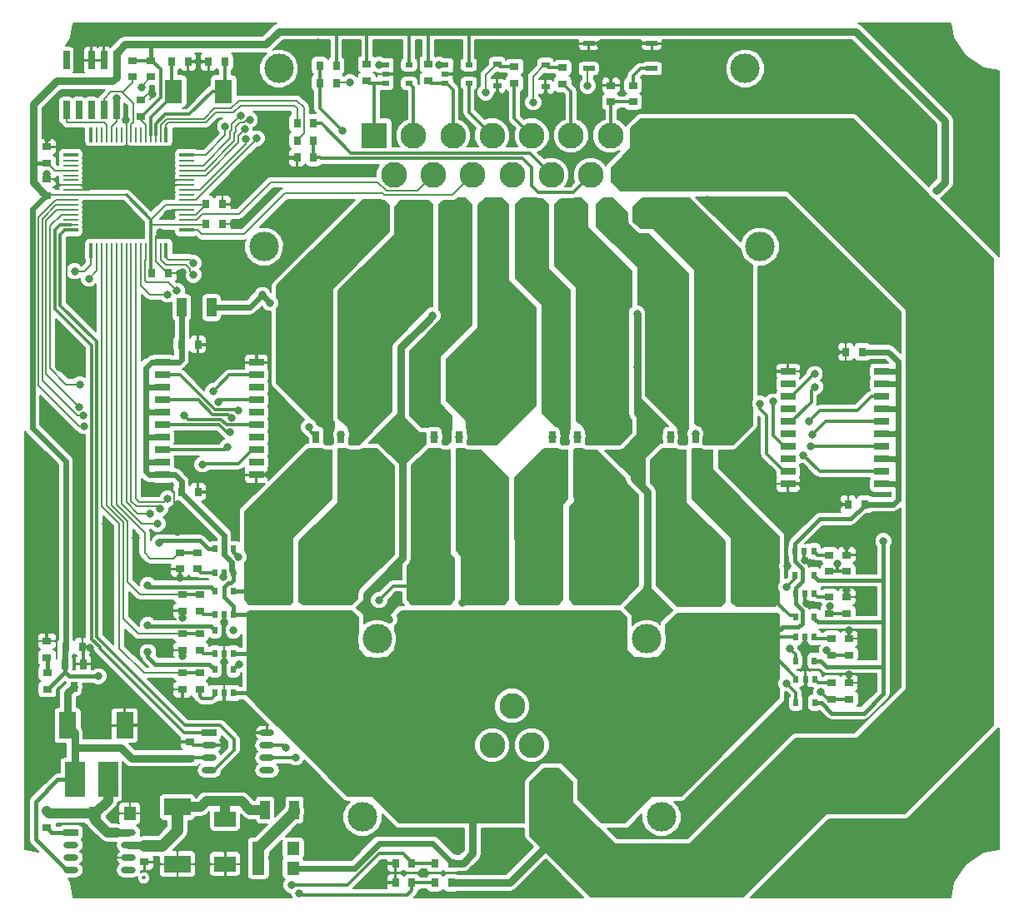
<source format=gtl>
G04 #@! TF.GenerationSoftware,KiCad,Pcbnew,(2017-01-11 revision e99b79c)-master*
G04 #@! TF.CreationDate,2017-03-26T11:11:03+03:00*
G04 #@! TF.ProjectId,msb,6D73622E6B696361645F706362000000,rev?*
G04 #@! TF.FileFunction,Copper,L1,Top,Signal*
G04 #@! TF.FilePolarity,Positive*
%FSLAX46Y46*%
G04 Gerber Fmt 4.6, Leading zero omitted, Abs format (unit mm)*
G04 Created by KiCad (PCBNEW (2017-01-11 revision e99b79c)-master) date Sun Mar 26 11:11:03 2017*
%MOMM*%
%LPD*%
G01*
G04 APERTURE LIST*
%ADD10C,0.100000*%
%ADD11R,0.500000X0.800000*%
%ADD12R,4.000000X3.100000*%
%ADD13R,0.939800X0.762000*%
%ADD14R,0.762000X0.939800*%
%ADD15R,0.650000X1.200000*%
%ADD16R,2.300000X5.000000*%
%ADD17R,2.700000X1.800000*%
%ADD18R,2.000000X3.600000*%
%ADD19R,1.297940X1.399540*%
%ADD20O,1.524000X0.635000*%
%ADD21R,1.524000X0.635000*%
%ADD22R,0.398780X1.498600*%
%ADD23R,0.279400X1.498600*%
%ADD24R,1.498600X0.398780*%
%ADD25R,1.498600X0.279400*%
%ADD26R,2.623820X2.623820*%
%ADD27C,2.623820*%
%ADD28C,2.999740*%
%ADD29R,1.800000X2.700000*%
%ADD30R,0.830000X0.630000*%
%ADD31R,2.179320X1.617980*%
%ADD32R,0.998220X1.899920*%
%ADD33R,0.635000X1.905000*%
%ADD34R,1.524000X0.762000*%
%ADD35R,0.800000X0.500000*%
%ADD36R,0.647700X1.049020*%
%ADD37R,1.699260X2.397760*%
%ADD38R,1.200000X0.500000*%
%ADD39C,0.800000*%
%ADD40C,0.300000*%
%ADD41C,0.200000*%
%ADD42C,0.800000*%
%ADD43C,0.400000*%
%ADD44C,0.600000*%
%ADD45C,1.200000*%
%ADD46C,1.000000*%
G04 APERTURE END LIST*
D10*
D11*
X137800000Y-113700000D03*
X138750000Y-113700000D03*
X139700000Y-113700000D03*
X139700000Y-111300000D03*
X137800000Y-111300000D03*
D12*
X159750000Y-106800000D03*
X159750000Y-111200000D03*
D13*
X134250000Y-105088200D03*
X134250000Y-103411800D03*
D14*
X156161800Y-137000000D03*
X157838200Y-137000000D03*
D13*
X134500000Y-111661800D03*
X134500000Y-113338200D03*
X134500000Y-117338200D03*
X134500000Y-115661800D03*
D14*
X161838200Y-137000000D03*
X160161800Y-137000000D03*
D11*
X137800000Y-115300000D03*
X139700000Y-115300000D03*
X139700000Y-117700000D03*
X138750000Y-117700000D03*
X137800000Y-117700000D03*
X137800000Y-109700000D03*
X138750000Y-109700000D03*
X139700000Y-109700000D03*
X139700000Y-107300000D03*
X137800000Y-107300000D03*
D15*
X151905000Y-91675000D03*
X150635000Y-91675000D03*
X149365000Y-91675000D03*
X148095000Y-91675000D03*
D16*
X151350000Y-95425000D03*
X148650000Y-95425000D03*
D11*
X137800000Y-103050000D03*
X139700000Y-103050000D03*
X139700000Y-105450000D03*
X138750000Y-105450000D03*
X137800000Y-105450000D03*
D14*
X157838200Y-135000000D03*
X156161800Y-135000000D03*
X161838200Y-135000000D03*
X160161800Y-135000000D03*
D13*
X136250000Y-111661800D03*
X136250000Y-113338200D03*
X134500000Y-109338200D03*
X134500000Y-107661800D03*
D12*
X148750000Y-111200000D03*
X148750000Y-106800000D03*
D17*
X134000000Y-135100000D03*
X134000000Y-129300000D03*
D18*
X126950000Y-126500000D03*
X123550000Y-126500000D03*
D13*
X136000000Y-105088200D03*
X136000000Y-103411800D03*
X136250000Y-117338200D03*
X136250000Y-115661800D03*
D19*
X145765300Y-135500000D03*
X142234700Y-135500000D03*
D14*
X136088200Y-82250000D03*
X134411800Y-82250000D03*
D12*
X143250000Y-106800000D03*
X143250000Y-111200000D03*
D14*
X136088200Y-97250000D03*
X134411800Y-97250000D03*
D19*
X145765300Y-133500000D03*
X142234700Y-133500000D03*
D13*
X136250000Y-109338200D03*
X136250000Y-107661800D03*
D12*
X165250000Y-111200000D03*
X165250000Y-106800000D03*
D13*
X135250000Y-124338200D03*
X135250000Y-122661800D03*
D14*
X147838200Y-61500000D03*
X146161800Y-61500000D03*
D13*
X131300000Y-55038200D03*
X131300000Y-53361800D03*
X129450000Y-53373600D03*
X129450000Y-55050000D03*
X178050000Y-55900000D03*
X178050000Y-57576400D03*
D20*
X143092000Y-121750000D03*
X143092000Y-123020000D03*
X143092000Y-124290000D03*
X143092000Y-125560000D03*
X137250000Y-125560000D03*
X137250000Y-124290000D03*
X137250000Y-123020000D03*
D21*
X137250000Y-121750000D03*
D22*
X125240000Y-72697880D03*
D23*
X125801340Y-72697880D03*
X126301720Y-72697880D03*
X126802100Y-72697880D03*
X127302480Y-72697880D03*
X127800320Y-72697880D03*
X128300700Y-72697880D03*
X128801080Y-72697880D03*
X129298920Y-72697880D03*
X129799300Y-72697880D03*
X130299680Y-72697880D03*
X130797520Y-72697880D03*
X131297900Y-72697880D03*
X131798280Y-72697880D03*
X132298660Y-72697880D03*
D22*
X132860000Y-72697880D03*
D24*
X134947880Y-70610000D03*
D25*
X134947880Y-70048660D03*
X134947880Y-69548280D03*
X134947880Y-69047900D03*
X134947880Y-68547520D03*
X134947880Y-68049680D03*
X134947880Y-67549300D03*
X134947880Y-67048920D03*
X134947880Y-66551080D03*
X134947880Y-66050700D03*
X134947880Y-65550320D03*
X134947880Y-65052480D03*
X134947880Y-64552100D03*
X134947880Y-64051720D03*
X134947880Y-63551340D03*
D24*
X134947880Y-62990000D03*
D22*
X132860000Y-60902120D03*
D23*
X132298660Y-60902120D03*
X131798280Y-60902120D03*
X131297900Y-60902120D03*
X130797520Y-60902120D03*
X130299680Y-60902120D03*
X129799300Y-60902120D03*
X129298920Y-60902120D03*
X128801080Y-60902120D03*
X128300700Y-60902120D03*
X127800320Y-60902120D03*
X127302480Y-60902120D03*
X126802100Y-60902120D03*
X126301720Y-60902120D03*
X125801340Y-60902120D03*
D22*
X125240000Y-60902120D03*
D24*
X123152120Y-62990000D03*
D25*
X123152120Y-63551340D03*
X123152120Y-64051720D03*
X123152120Y-64552100D03*
X123152120Y-65052480D03*
X123152120Y-65550320D03*
X123152120Y-66050700D03*
X123152120Y-66551080D03*
X123152120Y-67048920D03*
X123152120Y-67549300D03*
X123152120Y-68049680D03*
X123152120Y-68547520D03*
X123152120Y-69047900D03*
X123152120Y-69548280D03*
X123152120Y-70048660D03*
D24*
X123152120Y-70610000D03*
D26*
X164002040Y-119002040D03*
D27*
X168000000Y-119002040D03*
X171997960Y-119002040D03*
X166001020Y-123000000D03*
X169998980Y-123000000D03*
X164002040Y-126997960D03*
X168000000Y-126997960D03*
X171997960Y-126997960D03*
D28*
X154301780Y-112202460D03*
X181698220Y-112202460D03*
X183199360Y-130299960D03*
X152800640Y-130299960D03*
X193199340Y-72299960D03*
X142800660Y-72299960D03*
X191698200Y-54202460D03*
X144301800Y-54202460D03*
D27*
X181997940Y-68997960D03*
X177999980Y-68997960D03*
X173999480Y-68997960D03*
X169998980Y-68997960D03*
X166001020Y-68997960D03*
X162000520Y-68997960D03*
X158000020Y-68997960D03*
X154002060Y-68997960D03*
X179998960Y-65000000D03*
X175998460Y-65000000D03*
X171997960Y-65000000D03*
X168000000Y-65000000D03*
X164002040Y-65000000D03*
X160001540Y-65000000D03*
X156001040Y-65000000D03*
X181997940Y-61002040D03*
X177999980Y-61002040D03*
X173999480Y-61002040D03*
X169998980Y-61002040D03*
X166001020Y-61002040D03*
X162000520Y-61002040D03*
X158000020Y-61002040D03*
D26*
X154002060Y-61002040D03*
D13*
X120750000Y-129711800D03*
X120750000Y-131388200D03*
D29*
X122850000Y-121000000D03*
X128650000Y-121000000D03*
D14*
X122661800Y-113000000D03*
X124338200Y-113000000D03*
D13*
X120750000Y-65411800D03*
X120750000Y-67088200D03*
X120750000Y-63838200D03*
X120750000Y-62161800D03*
D14*
X131411800Y-75000000D03*
X133088200Y-75000000D03*
X136911800Y-68000000D03*
X138588200Y-68000000D03*
D13*
X130300000Y-57361800D03*
X130300000Y-59038200D03*
D14*
X137161800Y-53500000D03*
X138838200Y-53500000D03*
X133411800Y-53500000D03*
X135088200Y-53500000D03*
X203588200Y-83000000D03*
X201911800Y-83000000D03*
X202161800Y-98500000D03*
X203838200Y-98500000D03*
D13*
X202250000Y-112161800D03*
X202250000Y-113838200D03*
X202250000Y-118338200D03*
X202250000Y-116661800D03*
X202000000Y-107911800D03*
X202000000Y-109588200D03*
X202000000Y-105338200D03*
X202000000Y-103661800D03*
D30*
X171400000Y-53835000D03*
X171400000Y-56065000D03*
X166500000Y-53735000D03*
X166500000Y-55965000D03*
D31*
X138850000Y-135098700D03*
X138850000Y-130501300D03*
D19*
X129165300Y-129950000D03*
X125634700Y-129950000D03*
D13*
X120750000Y-112411800D03*
X120750000Y-114088200D03*
D32*
X134451400Y-78500000D03*
X137448600Y-78500000D03*
X145898600Y-129600000D03*
X142901400Y-129600000D03*
D33*
X127790000Y-53350000D03*
X127790000Y-58430000D03*
X126520000Y-53350000D03*
X126520000Y-58430000D03*
X125250000Y-53350000D03*
X125250000Y-58430000D03*
X123980000Y-58430000D03*
X122710000Y-53350000D03*
X122710000Y-58430000D03*
D14*
X147838200Y-59750000D03*
X146161800Y-59750000D03*
X148461800Y-55650000D03*
X150138200Y-55650000D03*
D13*
X173150000Y-55788200D03*
X173150000Y-54111800D03*
D14*
X150138200Y-53900000D03*
X148461800Y-53900000D03*
D13*
X168250000Y-55688200D03*
X168250000Y-54011800D03*
X120784274Y-115633385D03*
X120784274Y-117309785D03*
X180300000Y-57576400D03*
X180300000Y-55900000D03*
X200500000Y-113838200D03*
X200500000Y-112161800D03*
D12*
X176250000Y-111200000D03*
X176250000Y-106800000D03*
D13*
X200500000Y-116661800D03*
X200500000Y-118338200D03*
D12*
X170750000Y-106800000D03*
X170750000Y-111200000D03*
D13*
X200250000Y-109588200D03*
X200250000Y-107911800D03*
D12*
X192750000Y-106800000D03*
X192750000Y-111200000D03*
D13*
X200250000Y-105338200D03*
X200250000Y-103661800D03*
D12*
X187250000Y-106800000D03*
X187250000Y-111200000D03*
D13*
X159500000Y-55438200D03*
X159500000Y-53761800D03*
X153250000Y-55438200D03*
X153250000Y-53761800D03*
D34*
X196046340Y-84993946D03*
X196046340Y-86263946D03*
X196046340Y-87533946D03*
X196046340Y-88803946D03*
X196046340Y-90073946D03*
X196046340Y-91343946D03*
X196046340Y-92613946D03*
X196046340Y-93883946D03*
X196046340Y-95153946D03*
X196046340Y-96423946D03*
X205571340Y-96423946D03*
X205571340Y-95153946D03*
X205571340Y-93883946D03*
X205571340Y-92613946D03*
X205571340Y-91343946D03*
X205571340Y-90073946D03*
X205571340Y-88803946D03*
X205571340Y-87533946D03*
X205571340Y-86263946D03*
X205571340Y-84993946D03*
D16*
X184650000Y-95425000D03*
X187350000Y-95425000D03*
D15*
X184095000Y-91675000D03*
X185365000Y-91675000D03*
X186635000Y-91675000D03*
X187905000Y-91675000D03*
X175905000Y-91675000D03*
X174635000Y-91675000D03*
X173365000Y-91675000D03*
X172095000Y-91675000D03*
D16*
X175350000Y-95425000D03*
X172650000Y-95425000D03*
D11*
X198702755Y-112024160D03*
X197752755Y-112024160D03*
X196802755Y-112024160D03*
X196802755Y-114424160D03*
X198702755Y-114424160D03*
X198762755Y-118684160D03*
X196862755Y-118684160D03*
X196862755Y-116284160D03*
X197812755Y-116284160D03*
X198762755Y-116284160D03*
X198700000Y-107550000D03*
X197750000Y-107550000D03*
X196800000Y-107550000D03*
X196800000Y-109950000D03*
X198700000Y-109950000D03*
X198662755Y-105684160D03*
X196762755Y-105684160D03*
X196762755Y-103284160D03*
X197712755Y-103284160D03*
X198662755Y-103284160D03*
D35*
X161212755Y-53794160D03*
X161212755Y-54744160D03*
X161212755Y-55694160D03*
X163612755Y-55694160D03*
X163612755Y-53794160D03*
X157550000Y-53800000D03*
X157550000Y-55700000D03*
X155150000Y-55700000D03*
X155150000Y-54750000D03*
X155150000Y-53800000D03*
D21*
X123179000Y-131895000D03*
D20*
X123179000Y-133165000D03*
X123179000Y-134435000D03*
X123179000Y-135705000D03*
X129021000Y-135705000D03*
X129021000Y-134435000D03*
X129021000Y-133165000D03*
X129021000Y-131895000D03*
D36*
X124449960Y-114750000D03*
X122550040Y-114750000D03*
X123500000Y-117046160D03*
D37*
X138701564Y-56500000D03*
X133621564Y-56500000D03*
D13*
X130650000Y-133211800D03*
X130650000Y-134888200D03*
D38*
X182200000Y-54190000D03*
X182200000Y-51650000D03*
X175800000Y-51650000D03*
X175800000Y-54190000D03*
D34*
X142012500Y-95515000D03*
X142012500Y-94245000D03*
X142012500Y-92975000D03*
X142012500Y-91705000D03*
X142012500Y-90435000D03*
X142012500Y-89165000D03*
X142012500Y-87895000D03*
X142012500Y-86625000D03*
X142012500Y-85355000D03*
X142012500Y-84085000D03*
X132487500Y-84085000D03*
X132487500Y-85355000D03*
X132487500Y-86625000D03*
X132487500Y-87895000D03*
X132487500Y-89165000D03*
X132487500Y-90435000D03*
X132487500Y-91705000D03*
X132487500Y-92975000D03*
X132487500Y-94245000D03*
X132487500Y-95515000D03*
D15*
X163905000Y-91675000D03*
X162635000Y-91675000D03*
X161365000Y-91675000D03*
X160095000Y-91675000D03*
D16*
X163350000Y-95425000D03*
X160650000Y-95425000D03*
D14*
X136911800Y-70000000D03*
X138588200Y-70000000D03*
X146161800Y-63250000D03*
X147838200Y-63250000D03*
D39*
X120400000Y-125900000D03*
X129600000Y-126950000D03*
X126850000Y-134000000D03*
X136300000Y-131050000D03*
X136700000Y-136400000D03*
X210847175Y-133947175D03*
X123950000Y-53350000D03*
X131504580Y-56772945D03*
X128753342Y-59412492D03*
X214300000Y-56800000D03*
X159950000Y-79300000D03*
X156700000Y-90200000D03*
X156900000Y-93950000D03*
X207100000Y-81000000D03*
X180700000Y-79100000D03*
X180700000Y-84600000D03*
X181200000Y-89750000D03*
X180400000Y-94350000D03*
X156150000Y-108050000D03*
X155550000Y-110200000D03*
X181750000Y-106900000D03*
X181950000Y-109750000D03*
X144000000Y-136250000D03*
X145500000Y-125950000D03*
X150500000Y-133800000D03*
X162250000Y-133150000D03*
X171500000Y-135350000D03*
X168350000Y-132350000D03*
X179500000Y-132050000D03*
X185850000Y-131250000D03*
X195900000Y-135850000D03*
X214800000Y-125100000D03*
X207050000Y-116700000D03*
X207100000Y-100450000D03*
X195950000Y-104800000D03*
X193950000Y-80150000D03*
X187850000Y-67550000D03*
X195400000Y-68100000D03*
X214650000Y-66350000D03*
X205000000Y-50500000D03*
X216750000Y-62200000D03*
X210400000Y-65400000D03*
X209650000Y-62000000D03*
X202250000Y-51900000D03*
X189550000Y-57900000D03*
X168450000Y-51850000D03*
X151650000Y-51700000D03*
X148350000Y-51550000D03*
X140700000Y-56550000D03*
X140100000Y-50550000D03*
X135450000Y-57000000D03*
X137350000Y-60750000D03*
X150500000Y-64600000D03*
X151050000Y-67900000D03*
X145900000Y-68200000D03*
X139950000Y-73650000D03*
X145150000Y-89500000D03*
X134350000Y-92000000D03*
X130250000Y-70000000D03*
X125000000Y-68100000D03*
X123100000Y-72900000D03*
X135500000Y-84800000D03*
X132950000Y-78750000D03*
X130800000Y-83300000D03*
X124750000Y-78750000D03*
X121950000Y-84550000D03*
X120500000Y-88550000D03*
X134450000Y-94250000D03*
X131300000Y-96650000D03*
X134000000Y-101300000D03*
X129800000Y-101950000D03*
X129500000Y-108700000D03*
X129050000Y-112100000D03*
X127000000Y-111200000D03*
X126750000Y-100450000D03*
X124050000Y-92600000D03*
X120450000Y-93600000D03*
X125107924Y-113075721D03*
X142900000Y-81250000D03*
X134480338Y-74869662D03*
X194313047Y-84499990D03*
X156250000Y-54750000D03*
X162300000Y-54750000D03*
X166500000Y-56850000D03*
X171400000Y-57000000D03*
X178000000Y-54900000D03*
X176900000Y-51700000D03*
X180900000Y-51650000D03*
X125550000Y-66050000D03*
X132250000Y-70850000D03*
X139700000Y-68000000D03*
X139700000Y-70000000D03*
X133000000Y-69000000D03*
X132550000Y-65600000D03*
X120800000Y-61250000D03*
X120750000Y-64900000D03*
X128800000Y-62300000D03*
X136150000Y-53500000D03*
X197789991Y-104210009D03*
X197925694Y-108574306D03*
X202252985Y-111300010D03*
X202252985Y-115800010D03*
X154333444Y-136399990D03*
X144750000Y-63250000D03*
X138649919Y-105860045D03*
X134500000Y-110080789D03*
X134500000Y-113949990D03*
X201000000Y-83000000D03*
X197500000Y-96500000D03*
X201250000Y-98500000D03*
X202000000Y-102750000D03*
X202000000Y-107250000D03*
X197750000Y-112750000D03*
X197750000Y-117250000D03*
X137250000Y-82250000D03*
X143250000Y-95500000D03*
X137250000Y-97250000D03*
X134250000Y-106000000D03*
X138750000Y-110500000D03*
X138750000Y-114500000D03*
X138750000Y-118750000D03*
X134500000Y-118500000D03*
X120750000Y-111250000D03*
X130500000Y-121000000D03*
X138750000Y-123000000D03*
X134000000Y-122750000D03*
X141500000Y-121750000D03*
X154750000Y-135000000D03*
X132150000Y-102400000D03*
X131000000Y-110800000D03*
X131000000Y-106750000D03*
X126000000Y-116000000D03*
X131000000Y-113550000D03*
X211150000Y-66600000D03*
X205750000Y-102250000D03*
X212000000Y-65750000D03*
X145765300Y-133500000D03*
X145000000Y-123250000D03*
X146000000Y-124250000D03*
X125000000Y-75550000D03*
X145600000Y-137250000D03*
X123550000Y-74800000D03*
X146400000Y-138100000D03*
X163000000Y-108500000D03*
X140250000Y-114750000D03*
X139700000Y-111300000D03*
X154500000Y-108250000D03*
X140202789Y-103837768D03*
X149000000Y-104250000D03*
X141353672Y-59378050D03*
X160600000Y-53800000D03*
X140449899Y-58950010D03*
X154500000Y-53800000D03*
X151550000Y-55600000D03*
X138850000Y-60100000D03*
X140960007Y-61341032D03*
X170150000Y-57600000D03*
X133950000Y-76800000D03*
X194550000Y-88050000D03*
X175700000Y-55950000D03*
X142050000Y-61300000D03*
X131970029Y-100500010D03*
X199400000Y-117600000D03*
X200000000Y-113350000D03*
X131198846Y-99443086D03*
X124549979Y-90550000D03*
X136550000Y-94450000D03*
X124032777Y-88584153D03*
X138147221Y-88113455D03*
X134705338Y-89494662D03*
X124406104Y-89511866D03*
X137650000Y-87000000D03*
X124100000Y-86300000D03*
X132257319Y-98950010D03*
X200300000Y-108892802D03*
X201100000Y-104550000D03*
X132970340Y-97943066D03*
X140850406Y-60347044D03*
X165300000Y-56650000D03*
X142630338Y-77219662D03*
X143430338Y-78019662D03*
X130350000Y-56100000D03*
X127800000Y-57250000D03*
X176250000Y-106800000D03*
X196200000Y-113200000D03*
X170750000Y-106800000D03*
X195900000Y-116700000D03*
X187250000Y-106800000D03*
X195900000Y-106900000D03*
X133025164Y-77180397D03*
X193200000Y-88250000D03*
X135650000Y-73950000D03*
X198750000Y-85250000D03*
X198800000Y-86550000D03*
X135650000Y-75200000D03*
X139500000Y-89684990D03*
X150635000Y-91449979D03*
X140206439Y-88977199D03*
X147350000Y-90650000D03*
X162635000Y-91675000D03*
X139100000Y-92700000D03*
X139350000Y-91185010D03*
X160095000Y-91675000D03*
X184095000Y-91675000D03*
X197600000Y-93500000D03*
X186650000Y-91349990D03*
X198350000Y-92600000D03*
X172095000Y-91675000D03*
X198550000Y-91400000D03*
X174635000Y-91675000D03*
X198200000Y-90050000D03*
X150800000Y-60550000D03*
D40*
X130600010Y-136499990D02*
X130561421Y-136499990D01*
D41*
X136700000Y-136400000D02*
X136300000Y-136000000D01*
X136300000Y-136000000D02*
X136300000Y-131050000D01*
X142700000Y-137550000D02*
X137850000Y-137550000D01*
X137850000Y-137550000D02*
X136700000Y-136400000D01*
X144000000Y-136250000D02*
X142700000Y-137550000D01*
X214800000Y-125100000D02*
X214800000Y-129994350D01*
X211247174Y-133547176D02*
X210847175Y-133947175D01*
X214800000Y-129994350D02*
X211247174Y-133547176D01*
X125250000Y-53350000D02*
X123950000Y-53350000D01*
X130388900Y-57361800D02*
X130977755Y-56772945D01*
X130300000Y-57361800D02*
X130388900Y-57361800D01*
X130977755Y-56772945D02*
X131504580Y-56772945D01*
X128801080Y-59460230D02*
X128753342Y-59412492D01*
X128801080Y-60902120D02*
X128801080Y-59460230D01*
X216750000Y-62200000D02*
X216750000Y-59250000D01*
X216750000Y-59250000D02*
X214300000Y-56800000D01*
D42*
X159550001Y-79699999D02*
X159950000Y-79300000D01*
X156700000Y-82550000D02*
X159550001Y-79699999D01*
X156700000Y-90200000D02*
X156700000Y-82550000D01*
X156900000Y-93950000D02*
X156900000Y-90400000D01*
X156900000Y-90400000D02*
X156700000Y-90200000D01*
X156900000Y-103950000D02*
X156900000Y-93950000D01*
X153200000Y-107650000D02*
X156900000Y-103950000D01*
X153200000Y-108900000D02*
X153200000Y-107650000D01*
X154100001Y-109800001D02*
X153200000Y-108900000D01*
X155550000Y-110200000D02*
X155150001Y-109800001D01*
X155150001Y-109800001D02*
X154100001Y-109800001D01*
X181750000Y-97250000D02*
X181750000Y-106900000D01*
X180400000Y-94350000D02*
X180400000Y-95900000D01*
X180400000Y-95900000D02*
X181750000Y-97250000D01*
X180700000Y-84600000D02*
X180700000Y-89250000D01*
X180700000Y-89250000D02*
X181200000Y-89750000D01*
X180700000Y-79100000D02*
X180700000Y-84600000D01*
D41*
X201000000Y-81850000D02*
X201850000Y-81000000D01*
X201850000Y-81000000D02*
X207100000Y-81000000D01*
X201000000Y-83000000D02*
X201000000Y-81850000D01*
X181100000Y-93650000D02*
X181100000Y-89850000D01*
X181100000Y-89850000D02*
X181200000Y-89750000D01*
X180400000Y-94350000D02*
X181100000Y-93650000D01*
X155550000Y-108650000D02*
X156150000Y-108050000D01*
X155550000Y-110200000D02*
X155550000Y-108650000D01*
X181950000Y-109750000D02*
X181950000Y-107100000D01*
X181950000Y-107100000D02*
X181750000Y-106900000D01*
X150500000Y-133800000D02*
X150500000Y-130950000D01*
X150500000Y-130950000D02*
X145500000Y-125950000D01*
X184700000Y-132400000D02*
X179850000Y-132400000D01*
X179850000Y-132400000D02*
X179500000Y-132050000D01*
X185850000Y-131250000D02*
X184700000Y-132400000D01*
X204200000Y-100550000D02*
X207000000Y-100550000D01*
X207000000Y-100550000D02*
X207100000Y-100450000D01*
X202000000Y-102750000D02*
X204200000Y-100550000D01*
X198400000Y-99150000D02*
X195950000Y-101600000D01*
X195950000Y-101600000D02*
X195950000Y-104800000D01*
X200034315Y-99150000D02*
X198400000Y-99150000D01*
X201250000Y-98500000D02*
X200684315Y-98500000D01*
X200684315Y-98500000D02*
X200034315Y-99150000D01*
X195400000Y-68100000D02*
X194850000Y-67550000D01*
X194850000Y-67550000D02*
X187850000Y-67550000D01*
X209650000Y-62000000D02*
X209650000Y-64650000D01*
X209650000Y-64650000D02*
X210400000Y-65400000D01*
X189550000Y-57900000D02*
X196250000Y-57900000D01*
X196250000Y-57900000D02*
X202250000Y-51900000D01*
X140700000Y-56550000D02*
X145300000Y-56550000D01*
X147400000Y-52500000D02*
X148350000Y-51550000D01*
X145300000Y-56550000D02*
X147400000Y-54450000D01*
X147400000Y-54450000D02*
X147400000Y-52500000D01*
X145900000Y-68200000D02*
X150750000Y-68200000D01*
X150750000Y-68200000D02*
X151050000Y-67900000D01*
X135950000Y-80384315D02*
X135950000Y-77650000D01*
X135950000Y-77650000D02*
X139950000Y-73650000D01*
X137250000Y-82250000D02*
X137250000Y-81684315D01*
X137250000Y-81684315D02*
X135950000Y-80384315D01*
X143250000Y-94900000D02*
X145150000Y-93000000D01*
X145150000Y-93000000D02*
X145150000Y-89500000D01*
X143250000Y-95500000D02*
X143250000Y-94900000D01*
X125000000Y-68100000D02*
X128350000Y-68100000D01*
X128350000Y-68100000D02*
X130250000Y-70000000D01*
X122750000Y-76184315D02*
X122750000Y-73250000D01*
X122750000Y-73250000D02*
X123100000Y-72900000D01*
X124750000Y-78750000D02*
X124750000Y-78184315D01*
X124750000Y-78184315D02*
X122750000Y-76184315D01*
X135500000Y-84800000D02*
X136088200Y-84211800D01*
X136088200Y-84211800D02*
X136088200Y-82250000D01*
X133700000Y-97300000D02*
X133050000Y-96650000D01*
X133050000Y-96650000D02*
X131300000Y-96650000D01*
X133700000Y-100434315D02*
X133700000Y-97300000D01*
X134000000Y-101300000D02*
X134000000Y-100734315D01*
X134000000Y-100734315D02*
X133700000Y-100434315D01*
X126750000Y-100450000D02*
X126750000Y-110950000D01*
X126750000Y-110950000D02*
X127000000Y-111200000D01*
X120750000Y-111250000D02*
X120750000Y-93900000D01*
X120750000Y-93900000D02*
X120450000Y-93600000D01*
D40*
X124338200Y-113000000D02*
X125032203Y-113000000D01*
X125032203Y-113000000D02*
X125107924Y-113075721D01*
X142500001Y-81649999D02*
X142900000Y-81250000D01*
X142012500Y-82137500D02*
X142500001Y-81649999D01*
X142012500Y-84085000D02*
X142012500Y-82137500D01*
D41*
X133088200Y-75000000D02*
X134350000Y-75000000D01*
X134350000Y-75000000D02*
X134480338Y-74869662D01*
X132984300Y-75000000D02*
X133088200Y-75000000D01*
X131798280Y-73813980D02*
X132984300Y-75000000D01*
X131798280Y-72697880D02*
X131798280Y-73813980D01*
D40*
X194713046Y-84899989D02*
X194313047Y-84499990D01*
X194807003Y-84993946D02*
X194713046Y-84899989D01*
X196046340Y-84993946D02*
X194807003Y-84993946D01*
X155150000Y-54750000D02*
X156250000Y-54750000D01*
X161212755Y-54744160D02*
X162294160Y-54744160D01*
X162294160Y-54744160D02*
X162300000Y-54750000D01*
X166500000Y-55965000D02*
X166500000Y-56850000D01*
X171400000Y-56065000D02*
X171400000Y-57000000D01*
X178050000Y-55900000D02*
X178050000Y-54950000D01*
X178050000Y-54950000D02*
X178000000Y-54900000D01*
X175800000Y-51650000D02*
X176850000Y-51650000D01*
X176850000Y-51650000D02*
X176900000Y-51700000D01*
X182200000Y-51650000D02*
X180900000Y-51650000D01*
D41*
X138588200Y-68000000D02*
X139700000Y-68000000D01*
X138588200Y-70000000D02*
X139700000Y-70000000D01*
X131798280Y-72697880D02*
X131798280Y-71301720D01*
X131798280Y-71301720D02*
X132250000Y-70850000D01*
X134947880Y-66050700D02*
X133000700Y-66050700D01*
X133000700Y-66050700D02*
X132550000Y-65600000D01*
X134947880Y-65550320D02*
X132599680Y-65550320D01*
X132599680Y-65550320D02*
X132550000Y-65600000D01*
X128801080Y-60902120D02*
X128801080Y-62298920D01*
X128801080Y-62298920D02*
X128800000Y-62300000D01*
X123152120Y-66050700D02*
X122250000Y-66050700D01*
X120750000Y-65411800D02*
X121419900Y-65411800D01*
X121419900Y-65411800D02*
X122058800Y-66050700D01*
X122058800Y-66050700D02*
X122250000Y-66050700D01*
X123152120Y-66050700D02*
X125549300Y-66050700D01*
X125549300Y-66050700D02*
X125550000Y-66050000D01*
X123152120Y-66551080D02*
X125048920Y-66551080D01*
X125048920Y-66551080D02*
X125550000Y-66050000D01*
X134947880Y-68547520D02*
X133452480Y-68547520D01*
X133452480Y-68547520D02*
X133000000Y-69000000D01*
D40*
X120750000Y-62161800D02*
X120750000Y-61300000D01*
X120750000Y-61300000D02*
X120800000Y-61250000D01*
X120750000Y-65411800D02*
X120750000Y-64900000D01*
X136150000Y-53500000D02*
X135088200Y-53500000D01*
X137161800Y-53500000D02*
X136150000Y-53500000D01*
X197712755Y-104132773D02*
X197789991Y-104210009D01*
X197712755Y-103284160D02*
X197712755Y-104132773D01*
X197750000Y-108398612D02*
X197925694Y-108574306D01*
X197750000Y-107550000D02*
X197750000Y-108398612D01*
X202250000Y-111302995D02*
X202252985Y-111300010D01*
X202250000Y-112161800D02*
X202250000Y-111302995D01*
X202250000Y-115802995D02*
X202252985Y-115800010D01*
X202250000Y-116661800D02*
X202250000Y-115802995D01*
X154333444Y-136583444D02*
X154333444Y-136399990D01*
X154750000Y-137000000D02*
X154333444Y-136583444D01*
X156161800Y-137000000D02*
X154750000Y-137000000D01*
D43*
X146161800Y-63250000D02*
X144750000Y-63250000D01*
D40*
X138750000Y-105759964D02*
X138649919Y-105860045D01*
X138750000Y-105450000D02*
X138750000Y-105759964D01*
X134500000Y-109338200D02*
X134500000Y-110080789D01*
X134500000Y-113338200D02*
X134500000Y-113949990D01*
X201911800Y-83000000D02*
X201000000Y-83000000D01*
X196046340Y-96423946D02*
X197423946Y-96423946D01*
X197423946Y-96423946D02*
X197500000Y-96500000D01*
X202161800Y-98500000D02*
X201250000Y-98500000D01*
X202000000Y-103661800D02*
X202000000Y-102750000D01*
X202000000Y-107911800D02*
X202000000Y-107250000D01*
X197752755Y-112024160D02*
X197752755Y-112747245D01*
X197752755Y-112747245D02*
X197750000Y-112750000D01*
X197812755Y-116284160D02*
X197812755Y-117187245D01*
X197812755Y-117187245D02*
X197750000Y-117250000D01*
X136088200Y-82250000D02*
X137250000Y-82250000D01*
X142012500Y-95515000D02*
X143235000Y-95515000D01*
X143235000Y-95515000D02*
X143250000Y-95500000D01*
X136088200Y-97250000D02*
X137250000Y-97250000D01*
X134250000Y-105088200D02*
X134250000Y-106000000D01*
X138750000Y-109700000D02*
X138750000Y-110500000D01*
X138750000Y-113700000D02*
X138750000Y-114500000D01*
X138750000Y-117700000D02*
X138750000Y-118750000D01*
X134500000Y-117338200D02*
X134500000Y-118500000D01*
X120750000Y-112411800D02*
X120750000Y-111250000D01*
X124449960Y-114750000D02*
X124449960Y-113111760D01*
X124449960Y-113111760D02*
X124338200Y-113000000D01*
X128650000Y-121000000D02*
X130500000Y-121000000D01*
X137250000Y-123020000D02*
X138730000Y-123020000D01*
X138730000Y-123020000D02*
X138750000Y-123000000D01*
X135250000Y-122661800D02*
X134088200Y-122661800D01*
X134088200Y-122661800D02*
X134000000Y-122750000D01*
X137250000Y-123020000D02*
X135608200Y-123020000D01*
X135608200Y-123020000D02*
X135250000Y-122661800D01*
X143092000Y-121750000D02*
X141500000Y-121750000D01*
X156161800Y-135000000D02*
X154750000Y-135000000D01*
D42*
X119367499Y-63850000D02*
X119367499Y-57832501D01*
X119367499Y-65794599D02*
X119367499Y-63850000D01*
D43*
X119367499Y-63850000D02*
X119379299Y-63838200D01*
X119379299Y-63838200D02*
X119455699Y-63838200D01*
D42*
X128700000Y-51750000D02*
X131250000Y-51750000D01*
X131250000Y-51750000D02*
X143000000Y-51750000D01*
D43*
X131300000Y-53361800D02*
X131300000Y-51800000D01*
X131300000Y-51800000D02*
X131250000Y-51750000D01*
D42*
X143000000Y-51750000D02*
X144350001Y-50399999D01*
X144350001Y-50399999D02*
X150150000Y-50399999D01*
X127790000Y-52660000D02*
X128700000Y-51750000D01*
X127790000Y-53350000D02*
X127790000Y-52660000D01*
X120661100Y-67088200D02*
X119367499Y-65794599D01*
X119367499Y-57832501D02*
X121750000Y-55450000D01*
X121750000Y-55450000D02*
X127442500Y-55450000D01*
X127442500Y-55450000D02*
X127790000Y-55102500D01*
X127790000Y-55102500D02*
X127790000Y-53350000D01*
D40*
X132300000Y-57127100D02*
X130388900Y-59038200D01*
X130388900Y-59038200D02*
X130300000Y-59038200D01*
X131388900Y-53361800D02*
X132300000Y-54272900D01*
X131300000Y-53361800D02*
X131388900Y-53361800D01*
X132300000Y-54272900D02*
X132300000Y-57127100D01*
X129450000Y-53373600D02*
X131288200Y-53373600D01*
X131288200Y-53373600D02*
X131300000Y-53361800D01*
D41*
X130797520Y-60902120D02*
X130797520Y-59952820D01*
X130797520Y-59952820D02*
X130300000Y-59455300D01*
X130300000Y-59455300D02*
X130300000Y-59038200D01*
D43*
X132915685Y-102200002D02*
X132915683Y-102200000D01*
X132915683Y-102200000D02*
X132350000Y-102200000D01*
X132350000Y-102200000D02*
X132150000Y-102400000D01*
X136300002Y-102200002D02*
X132915685Y-102200002D01*
X137150000Y-103050000D02*
X136300002Y-102200002D01*
X137800000Y-103050000D02*
X137150000Y-103050000D01*
D44*
X122661800Y-94161800D02*
X119249955Y-90749955D01*
X119249955Y-83218400D02*
X119250000Y-83218355D01*
X119249955Y-90749955D02*
X119249955Y-83218400D01*
X119250000Y-68499300D02*
X120661100Y-67088200D01*
X122661800Y-113000000D02*
X122661800Y-94161800D01*
X119250000Y-83218355D02*
X119250000Y-68499300D01*
D43*
X137800000Y-111300000D02*
X137380799Y-110880799D01*
X137380799Y-110880799D02*
X131080799Y-110880799D01*
X131080799Y-110880799D02*
X131000000Y-110800000D01*
X137800000Y-107300000D02*
X137380799Y-106880799D01*
X137380799Y-106880799D02*
X131130799Y-106880799D01*
X131130799Y-106880799D02*
X131000000Y-106750000D01*
D44*
X120661100Y-67088200D02*
X120750000Y-67088200D01*
D43*
X126000000Y-116000000D02*
X123006021Y-116000000D01*
X123006021Y-116000000D02*
X122550040Y-115544019D01*
X131000000Y-114000000D02*
X131000000Y-113550000D01*
D42*
X150150000Y-50399999D02*
X153300000Y-50399999D01*
D40*
X150138200Y-53900000D02*
X150138200Y-53130100D01*
X150138200Y-53130100D02*
X150150000Y-53118300D01*
X150150000Y-53118300D02*
X150150000Y-50399999D01*
D42*
X153300000Y-50399999D02*
X157550000Y-50399999D01*
D40*
X153250000Y-53761800D02*
X153250000Y-50449999D01*
X153250000Y-50449999D02*
X153300000Y-50399999D01*
D42*
X157550000Y-50399999D02*
X159600000Y-50399999D01*
D40*
X157550000Y-53800000D02*
X157550000Y-50399999D01*
D42*
X159600000Y-50399999D02*
X163700000Y-50399999D01*
D40*
X159500000Y-53761800D02*
X159500000Y-50499999D01*
X159500000Y-50499999D02*
X159600000Y-50399999D01*
D42*
X163700000Y-50399999D02*
X196600001Y-50399999D01*
D40*
X163612755Y-53794160D02*
X163612755Y-50487244D01*
X163612755Y-50487244D02*
X163700000Y-50399999D01*
D42*
X212000000Y-65750000D02*
X211150000Y-66600000D01*
D41*
X134947880Y-70048660D02*
X131346560Y-70048660D01*
X131346560Y-70048660D02*
X131297900Y-70000000D01*
X134947880Y-70048660D02*
X136863140Y-70048660D01*
X136863140Y-70048660D02*
X136911800Y-70000000D01*
X134947880Y-68049680D02*
X132796120Y-68049680D01*
X132796120Y-68049680D02*
X131297900Y-69547900D01*
X134947880Y-68049680D02*
X136862120Y-68049680D01*
X136862120Y-68049680D02*
X136911800Y-68000000D01*
X134947880Y-69047900D02*
X135897180Y-69047900D01*
X135897180Y-69047900D02*
X136911800Y-68033280D01*
X136911800Y-68033280D02*
X136911800Y-68000000D01*
X123152120Y-67048920D02*
X120789280Y-67048920D01*
X120789280Y-67048920D02*
X120750000Y-67088200D01*
X123152120Y-67048920D02*
X128798920Y-67048920D01*
X123152120Y-64552100D02*
X121552800Y-64552100D01*
X121552800Y-64552100D02*
X120838900Y-63838200D01*
X120838900Y-63838200D02*
X120750000Y-63838200D01*
D43*
X200478595Y-119750000D02*
X199412755Y-118684160D01*
X199412755Y-118684160D02*
X198762755Y-118684160D01*
X203750000Y-119750000D02*
X200478595Y-119750000D01*
X205750000Y-117750000D02*
X203750000Y-119750000D01*
X205750000Y-115000000D02*
X205750000Y-117750000D01*
X205750000Y-102250000D02*
X205750000Y-106250000D01*
X205750000Y-106250000D02*
X205750000Y-110500000D01*
X198662755Y-105684160D02*
X198662755Y-105834160D01*
X198662755Y-105834160D02*
X199078595Y-106250000D01*
X199078595Y-106250000D02*
X205750000Y-106250000D01*
X205750000Y-110500000D02*
X205750000Y-115000000D01*
X198700000Y-109950000D02*
X198700000Y-110100000D01*
X198700000Y-110100000D02*
X199100000Y-110500000D01*
X199100000Y-110500000D02*
X205750000Y-110500000D01*
X198702755Y-114424160D02*
X199352755Y-114424160D01*
X199352755Y-114424160D02*
X199928595Y-115000000D01*
X199928595Y-115000000D02*
X205750000Y-115000000D01*
D42*
X212000000Y-59500000D02*
X212000000Y-65750000D01*
X196600001Y-50399999D02*
X202899999Y-50399999D01*
X202899999Y-50399999D02*
X212000000Y-59500000D01*
D43*
X120750000Y-63838200D02*
X119455699Y-63838200D01*
D40*
X131297900Y-69547900D02*
X131297900Y-70000000D01*
X131297900Y-70000000D02*
X131297900Y-72697880D01*
X128798920Y-67048920D02*
X131297900Y-69547900D01*
D44*
X122550040Y-114750000D02*
X122550040Y-113111760D01*
X122550040Y-113111760D02*
X122661800Y-113000000D01*
D40*
X131411800Y-75000000D02*
X131297900Y-74886100D01*
X131297900Y-74886100D02*
X131297900Y-72697880D01*
D43*
X120661100Y-63838200D02*
X120750000Y-63838200D01*
X131750000Y-114750000D02*
X137250000Y-114750000D01*
X137250000Y-114750000D02*
X137800000Y-115300000D01*
X131000000Y-114000000D02*
X131750000Y-114750000D01*
X122550040Y-114750000D02*
X122550040Y-115544019D01*
X122550040Y-115544019D02*
X120784274Y-117309785D01*
X119600000Y-128750000D02*
X121850000Y-126500000D01*
X121850000Y-126500000D02*
X123550000Y-126500000D01*
X119600000Y-132570500D02*
X119600000Y-128750000D01*
X123179000Y-135705000D02*
X122734500Y-135705000D01*
X122734500Y-135705000D02*
X119600000Y-132570500D01*
D42*
X123550000Y-126500000D02*
X123550000Y-123250000D01*
X123550000Y-123250000D02*
X123550000Y-121700000D01*
X129338200Y-124338200D02*
X128250000Y-123250000D01*
X128250000Y-123250000D02*
X123550000Y-123250000D01*
X135250000Y-124338200D02*
X129338200Y-124338200D01*
X122850000Y-121000000D02*
X122850000Y-117696160D01*
X122850000Y-117696160D02*
X123500000Y-117046160D01*
X123550000Y-121700000D02*
X122850000Y-121000000D01*
D40*
X137250000Y-124290000D02*
X135298200Y-124290000D01*
X135298200Y-124290000D02*
X135250000Y-124338200D01*
D44*
X130750000Y-84682002D02*
X130750000Y-86750000D01*
X131347002Y-84085000D02*
X130750000Y-84682002D01*
X132487500Y-84085000D02*
X131347002Y-84085000D01*
X133746700Y-95515000D02*
X132487500Y-95515000D01*
X134411800Y-96180100D02*
X133746700Y-95515000D01*
X134411800Y-97250000D02*
X134411800Y-96180100D01*
X134451400Y-78500000D02*
X134451400Y-82210400D01*
X134451400Y-82210400D02*
X134411800Y-82250000D01*
X130750000Y-95139500D02*
X130750000Y-94250000D01*
X130750000Y-94250000D02*
X130750000Y-91750000D01*
X132487500Y-94245000D02*
X131125500Y-94245000D01*
X131125500Y-94245000D02*
X131120500Y-94250000D01*
X131120500Y-94250000D02*
X130750000Y-94250000D01*
X130750000Y-91750000D02*
X130750000Y-89000000D01*
X132487500Y-91705000D02*
X130795000Y-91705000D01*
X130795000Y-91705000D02*
X130750000Y-91750000D01*
X131125500Y-89165000D02*
X130960500Y-89000000D01*
X130750000Y-89000000D02*
X130750000Y-86750000D01*
X132487500Y-89165000D02*
X131125500Y-89165000D01*
X130960500Y-89000000D02*
X130750000Y-89000000D01*
X132487500Y-86625000D02*
X130875000Y-86625000D01*
X130875000Y-86625000D02*
X130750000Y-86750000D01*
X134411800Y-83838200D02*
X134165000Y-84085000D01*
X134165000Y-84085000D02*
X132487500Y-84085000D01*
X134411800Y-82250000D02*
X134411800Y-83838200D01*
X132487500Y-95515000D02*
X131125500Y-95515000D01*
X131125500Y-95515000D02*
X130750000Y-95139500D01*
X138750000Y-103650002D02*
X138750000Y-101677100D01*
X138750000Y-101677100D02*
X134411800Y-97338900D01*
X134411800Y-97338900D02*
X134411800Y-97250000D01*
X139500001Y-105250001D02*
X139500001Y-104400003D01*
X139700000Y-105450000D02*
X139500001Y-105250001D01*
X139500001Y-104400003D02*
X138750000Y-103650002D01*
X207250000Y-98000000D02*
X207250000Y-96500000D01*
X207250000Y-96500000D02*
X207250000Y-94000000D01*
X205571340Y-96423946D02*
X206933340Y-96423946D01*
X206933340Y-96423946D02*
X207009394Y-96500000D01*
X207009394Y-96500000D02*
X207250000Y-96500000D01*
X207250000Y-94000000D02*
X207250000Y-91250000D01*
X205571340Y-93883946D02*
X206933340Y-93883946D01*
X207049394Y-94000000D02*
X207250000Y-94000000D01*
X206933340Y-93883946D02*
X207049394Y-94000000D01*
X207250000Y-91250000D02*
X207250000Y-88750000D01*
X205571340Y-91343946D02*
X206933340Y-91343946D01*
X206933340Y-91343946D02*
X207027286Y-91250000D01*
X207027286Y-91250000D02*
X207250000Y-91250000D01*
X207250000Y-88750000D02*
X207250000Y-86250000D01*
X205571340Y-88803946D02*
X207196054Y-88803946D01*
X207196054Y-88803946D02*
X207250000Y-88750000D01*
X207250000Y-86250000D02*
X207250000Y-85000000D01*
X205571340Y-86263946D02*
X207236054Y-86263946D01*
X207236054Y-86263946D02*
X207250000Y-86250000D01*
X207250000Y-85000000D02*
X207250000Y-84000000D01*
X205571340Y-84993946D02*
X207243946Y-84993946D01*
X207243946Y-84993946D02*
X207250000Y-85000000D01*
X207250000Y-84000000D02*
X206250000Y-83000000D01*
X206250000Y-83000000D02*
X203588200Y-83000000D01*
X206750000Y-98500000D02*
X207250000Y-98000000D01*
X206750000Y-98500000D02*
X203838200Y-98500000D01*
D43*
X199246915Y-100000000D02*
X202427100Y-100000000D01*
X202427100Y-100000000D02*
X203838200Y-98588900D01*
X203838200Y-98588900D02*
X203838200Y-98500000D01*
X196762755Y-103284160D02*
X196762755Y-102484160D01*
X196762755Y-102484160D02*
X199246915Y-100000000D01*
X197500000Y-106316917D02*
X197500000Y-105051403D01*
X197500000Y-105051403D02*
X196762755Y-104314158D01*
X196762755Y-104314158D02*
X196762755Y-104084160D01*
X196762755Y-104084160D02*
X196762755Y-103284160D01*
X196800000Y-107550000D02*
X196800000Y-107016917D01*
X196800000Y-107016917D02*
X197500000Y-106316917D01*
X196800000Y-107550000D02*
X196800000Y-108579998D01*
X195500000Y-111000000D02*
X195300000Y-111200000D01*
X196800000Y-108579998D02*
X197500000Y-109279998D01*
X197500000Y-109279998D02*
X197500000Y-110620002D01*
X197500000Y-110620002D02*
X197120002Y-111000000D01*
X197120002Y-111000000D02*
X195500000Y-111000000D01*
X195300000Y-111200000D02*
X192750000Y-111200000D01*
D40*
X196802755Y-112024160D02*
X193574160Y-112024160D01*
X193574160Y-112024160D02*
X192750000Y-111200000D01*
X196862755Y-116284160D02*
X196862755Y-116134160D01*
X196862755Y-116134160D02*
X192750000Y-112021405D01*
X192750000Y-112021405D02*
X192750000Y-111200000D01*
D43*
X138750000Y-106879998D02*
X138750000Y-107950000D01*
X138750000Y-107950000D02*
X139700000Y-108900000D01*
X139700000Y-108900000D02*
X139700000Y-109700000D01*
X139700000Y-106250000D02*
X139450001Y-106499999D01*
X139700000Y-105450000D02*
X139700000Y-106250000D01*
X139450001Y-106499999D02*
X139129999Y-106499999D01*
X139129999Y-106499999D02*
X138750000Y-106879998D01*
X139700000Y-109700000D02*
X140250000Y-109700000D01*
X140250000Y-109700000D02*
X141750000Y-109700000D01*
X141750000Y-109700000D02*
X143250000Y-111200000D01*
X143250000Y-111200000D02*
X143250000Y-113750000D01*
X143250000Y-113750000D02*
X143250000Y-115750000D01*
X139700000Y-113700000D02*
X143200000Y-113700000D01*
X143200000Y-113700000D02*
X143250000Y-113750000D01*
X143250000Y-115750000D02*
X141300000Y-117700000D01*
X141300000Y-117700000D02*
X139700000Y-117700000D01*
D44*
X154500000Y-133000000D02*
X159927100Y-133000000D01*
X159927100Y-133000000D02*
X161838200Y-134911100D01*
X161838200Y-134911100D02*
X161838200Y-135000000D01*
X152000000Y-135500000D02*
X154500000Y-133000000D01*
X145765300Y-135500000D02*
X152000000Y-135500000D01*
D42*
X161838200Y-135000000D02*
X163019200Y-135000000D01*
X163019200Y-135000000D02*
X164002040Y-134017160D01*
X164002040Y-134017160D02*
X164002040Y-126997960D01*
D41*
X126301720Y-73647180D02*
X126301720Y-72697880D01*
X126301720Y-98714520D02*
X126301720Y-73647180D01*
X130611800Y-115661800D02*
X128100000Y-113150000D01*
X134500000Y-115661800D02*
X130611800Y-115661800D01*
X128100000Y-113150000D02*
X128100000Y-100512800D01*
X128100000Y-100512800D02*
X126301720Y-98714520D01*
D40*
X136250000Y-115661800D02*
X134500000Y-115661800D01*
D41*
X133830100Y-111661800D02*
X134500000Y-111661800D01*
X130011800Y-111661800D02*
X133830100Y-111661800D01*
X128500011Y-110150011D02*
X130011800Y-111661800D01*
X126802100Y-72697880D02*
X126802100Y-98649200D01*
X128500011Y-100347111D02*
X128500011Y-110150011D01*
X126802100Y-98649200D02*
X128500011Y-100347111D01*
D40*
X136250000Y-111661800D02*
X134500000Y-111661800D01*
D41*
X133580100Y-103992800D02*
X134161100Y-103411800D01*
X127800320Y-72697880D02*
X127800320Y-98516020D01*
X127800320Y-98516020D02*
X130661800Y-101377500D01*
X134161100Y-103411800D02*
X134250000Y-103411800D01*
X131242800Y-103992800D02*
X133580100Y-103992800D01*
X130661800Y-103411800D02*
X131242800Y-103992800D01*
X130661800Y-101377500D02*
X130661800Y-103411800D01*
D40*
X136000000Y-103411800D02*
X134250000Y-103411800D01*
D41*
X128900022Y-106400022D02*
X128900022Y-100181422D01*
X127302480Y-98583880D02*
X127302480Y-73647180D01*
X130161800Y-107661800D02*
X128900022Y-106400022D01*
X128900022Y-100181422D02*
X127302480Y-98583880D01*
X134500000Y-107661800D02*
X130161800Y-107661800D01*
X127302480Y-73647180D02*
X127302480Y-72697880D01*
D40*
X136250000Y-107661800D02*
X134500000Y-107661800D01*
X147838200Y-61500000D02*
X147838200Y-63250000D01*
X175998460Y-65000000D02*
X174198460Y-66800000D01*
X174198460Y-66800000D02*
X170700000Y-66800000D01*
X170700000Y-66800000D02*
X170000000Y-66100000D01*
X170000000Y-66100000D02*
X170000000Y-64250000D01*
X170000000Y-64250000D02*
X169088089Y-63338089D01*
X169088089Y-63338089D02*
X148607289Y-63338089D01*
X148607289Y-63338089D02*
X148519200Y-63250000D01*
X148519200Y-63250000D02*
X148400000Y-63250000D01*
X148400000Y-63250000D02*
X147838200Y-63250000D01*
D45*
X145898600Y-129600000D02*
X145898600Y-129836100D01*
X145898600Y-129836100D02*
X142234700Y-133500000D01*
X142234700Y-135500000D02*
X142234700Y-133500000D01*
D40*
X143092000Y-123020000D02*
X144770000Y-123020000D01*
X144770000Y-123020000D02*
X145000000Y-123250000D01*
X143092000Y-124290000D02*
X145960000Y-124290000D01*
X145960000Y-124290000D02*
X146000000Y-124250000D01*
D42*
X167750000Y-137000000D02*
X171997960Y-132752040D01*
X171997960Y-132752040D02*
X171997960Y-126997960D01*
X161838200Y-137000000D02*
X167750000Y-137000000D01*
D41*
X126802100Y-60902120D02*
X126802100Y-59952820D01*
X126802100Y-59952820D02*
X126549280Y-59700000D01*
X126549280Y-59700000D02*
X122827500Y-59700000D01*
X122710000Y-59582500D02*
X122710000Y-58430000D01*
X122827500Y-59700000D02*
X122710000Y-59582500D01*
X125801340Y-72697880D02*
X125801340Y-74748660D01*
X125801340Y-74748660D02*
X125000000Y-75550000D01*
D40*
X151250000Y-137250000D02*
X145600000Y-137250000D01*
X154500000Y-134000000D02*
X151250000Y-137250000D01*
X157838200Y-135000000D02*
X157838200Y-134911100D01*
X157838200Y-134911100D02*
X156927100Y-134000000D01*
X156927100Y-134000000D02*
X154500000Y-134000000D01*
X160161800Y-135000000D02*
X157838200Y-135000000D01*
D41*
X123550000Y-74800000D02*
X124550000Y-74800000D01*
X125240000Y-72697880D02*
X125240000Y-74110000D01*
X125240000Y-74110000D02*
X124550000Y-74800000D01*
D40*
X157408100Y-138200000D02*
X146500000Y-138200000D01*
X146500000Y-138200000D02*
X146400000Y-138100000D01*
X157838200Y-137000000D02*
X157838200Y-137769900D01*
X157838200Y-137769900D02*
X157408100Y-138200000D01*
X160161800Y-137000000D02*
X157838200Y-137000000D01*
D41*
X132934311Y-59299989D02*
X136684311Y-59299989D01*
X132298660Y-59935640D02*
X132934311Y-59299989D01*
X146842801Y-60730099D02*
X146161800Y-61411100D01*
X146842801Y-58142801D02*
X146842801Y-60730099D01*
X146149989Y-57449989D02*
X146842801Y-58142801D01*
X140234311Y-57449989D02*
X146149989Y-57449989D01*
X139434311Y-58249989D02*
X140234311Y-57449989D01*
X136684311Y-59299989D02*
X137734311Y-58249989D01*
X137734311Y-58249989D02*
X139434311Y-58249989D01*
X132298660Y-60902120D02*
X132298660Y-59935640D01*
X146161800Y-61411100D02*
X146161800Y-61500000D01*
D40*
X181060000Y-54190000D02*
X180300000Y-54950000D01*
X180300000Y-54950000D02*
X180300000Y-55900000D01*
X182200000Y-54190000D02*
X181060000Y-54190000D01*
X137800000Y-117700000D02*
X137800000Y-117950000D01*
X137500000Y-118250000D02*
X136480800Y-118250000D01*
X137800000Y-117950000D02*
X137500000Y-118250000D01*
X136480800Y-118250000D02*
X136250000Y-118019200D01*
X136250000Y-118019200D02*
X136250000Y-117338200D01*
X163000000Y-108500000D02*
X163550000Y-108500000D01*
X163550000Y-108500000D02*
X165250000Y-106800000D01*
X139700000Y-115300000D02*
X140250000Y-114750000D01*
X137800000Y-113700000D02*
X136611800Y-113700000D01*
X136611800Y-113700000D02*
X136250000Y-113338200D01*
X159750000Y-106800000D02*
X155950000Y-106800000D01*
X155950000Y-106800000D02*
X154500000Y-108250000D01*
X137800000Y-105450000D02*
X136361800Y-105450000D01*
X136361800Y-105450000D02*
X136000000Y-105088200D01*
D43*
X139802790Y-103437769D02*
X140202789Y-103837768D01*
X139700000Y-103050000D02*
X139700000Y-103334979D01*
X139700000Y-103334979D02*
X139802790Y-103437769D01*
X149000000Y-104250000D02*
X149000000Y-106550000D01*
X149000000Y-106550000D02*
X148750000Y-106800000D01*
D40*
X137800000Y-109700000D02*
X136611800Y-109700000D01*
X136611800Y-109700000D02*
X136250000Y-109338200D01*
D43*
X139700000Y-107300000D02*
X142750000Y-107300000D01*
X142750000Y-107300000D02*
X143250000Y-106800000D01*
D40*
X137250000Y-125560000D02*
X137694500Y-125560000D01*
X139750000Y-123504500D02*
X139750000Y-122400000D01*
X122602210Y-70610000D02*
X123152120Y-70610000D01*
X138350000Y-121000000D02*
X134800000Y-121000000D01*
X134800000Y-121000000D02*
X125800000Y-112000000D01*
X122102820Y-71109390D02*
X122602210Y-70610000D01*
X137694500Y-125560000D02*
X139750000Y-123504500D01*
X139750000Y-122400000D02*
X138350000Y-121000000D01*
X125800000Y-112000000D02*
X125800000Y-81950000D01*
X125800000Y-81950000D02*
X122102820Y-78252820D01*
X122102820Y-78252820D02*
X122102820Y-71109390D01*
X121550011Y-70601469D02*
X121550011Y-78600011D01*
X121550011Y-78600011D02*
X125299989Y-82349989D01*
X125299989Y-82349989D02*
X125299989Y-112207111D01*
X136188000Y-121750000D02*
X137250000Y-121750000D01*
X126099989Y-113149989D02*
X134700000Y-121750000D01*
X134700000Y-121750000D02*
X136188000Y-121750000D01*
X123152120Y-70048660D02*
X122102820Y-70048660D01*
X125299989Y-112207111D02*
X126099989Y-113007111D01*
X122102820Y-70048660D02*
X121550011Y-70601469D01*
X126099989Y-113007111D02*
X126099989Y-113149989D01*
D41*
X140394156Y-59650012D02*
X140785901Y-59650012D01*
X139950013Y-60094155D02*
X140394156Y-59650012D01*
X134947880Y-64552100D02*
X136797900Y-64552100D01*
X136797900Y-64552100D02*
X139800000Y-61550000D01*
X139800000Y-60751704D02*
X139950013Y-60601691D01*
X140785901Y-59650012D02*
X141057863Y-59378050D01*
X141057863Y-59378050D02*
X141353672Y-59378050D01*
X139950013Y-60601691D02*
X139950013Y-60094155D01*
X139800000Y-61550000D02*
X139800000Y-60751704D01*
X161212755Y-53794160D02*
X160605840Y-53794160D01*
X160605840Y-53794160D02*
X160600000Y-53800000D01*
X161061411Y-53945504D02*
X161212755Y-53794160D01*
X139550002Y-60436002D02*
X139550002Y-59849907D01*
X136598280Y-64051720D02*
X139350000Y-61300000D01*
X134947880Y-64051720D02*
X136598280Y-64051720D01*
X139350000Y-61300000D02*
X139350000Y-60636004D01*
X139350000Y-60636004D02*
X139550002Y-60436002D01*
X139550002Y-59849907D02*
X140049900Y-59350009D01*
X140049900Y-59350009D02*
X140449899Y-58950010D01*
X154500000Y-53800000D02*
X155150000Y-53800000D01*
X151550000Y-55600000D02*
X150188200Y-55600000D01*
X150188200Y-55600000D02*
X150138200Y-55650000D01*
X136850000Y-62950000D02*
X138850000Y-60950000D01*
X138850000Y-60950000D02*
X138850000Y-60100000D01*
X135937180Y-62950000D02*
X136850000Y-62950000D01*
X134947880Y-62990000D02*
X135897180Y-62990000D01*
X135897180Y-62990000D02*
X135937180Y-62950000D01*
X140960007Y-61906717D02*
X140960007Y-61341032D01*
X136315644Y-66551080D02*
X140960007Y-61906717D01*
X134947880Y-66551080D02*
X136315644Y-66551080D01*
X170150000Y-57600000D02*
X170150000Y-54985000D01*
X171300000Y-53835000D02*
X171400000Y-53835000D01*
X170150000Y-54985000D02*
X171300000Y-53835000D01*
D40*
X173150000Y-54111800D02*
X171676800Y-54111800D01*
X171676800Y-54111800D02*
X171400000Y-53835000D01*
D41*
X133550001Y-76400001D02*
X133950000Y-76800000D01*
X133050001Y-75900001D02*
X133550001Y-76400001D01*
X130850001Y-75900001D02*
X133050001Y-75900001D01*
X130797520Y-72697880D02*
X130797520Y-73647180D01*
X130730799Y-73713901D02*
X130730799Y-75780799D01*
X130797520Y-73647180D02*
X130730799Y-73713901D01*
X130730799Y-75780799D02*
X130850001Y-75900001D01*
D40*
X196046340Y-92613946D02*
X195665340Y-92613946D01*
X195665340Y-92613946D02*
X194550000Y-91498606D01*
X194550000Y-91498606D02*
X194550000Y-88050000D01*
D41*
X175700000Y-55950000D02*
X175700000Y-54290000D01*
X175700000Y-54290000D02*
X175800000Y-54190000D01*
X134947880Y-67549300D02*
X135897180Y-67549300D01*
X135897180Y-67549300D02*
X142050000Y-61396480D01*
X142050000Y-61396480D02*
X142050000Y-61300000D01*
X133100000Y-59700000D02*
X132860000Y-59940000D01*
X132860000Y-59940000D02*
X132860000Y-60902120D01*
X136850000Y-59700000D02*
X133100000Y-59700000D01*
X137900000Y-58650000D02*
X136850000Y-59700000D01*
X139705776Y-58650000D02*
X137900000Y-58650000D01*
X145850000Y-57950000D02*
X140405776Y-57950000D01*
X140405776Y-57950000D02*
X139705776Y-58650000D01*
X146161800Y-58261800D02*
X145850000Y-57950000D01*
X146161800Y-59750000D02*
X146161800Y-58261800D01*
X128300700Y-72697880D02*
X128300700Y-98450700D01*
X128300700Y-98450700D02*
X130350010Y-100500010D01*
X130350010Y-100500010D02*
X131404344Y-100500010D01*
X131404344Y-100500010D02*
X131970029Y-100500010D01*
D40*
X200500000Y-118338200D02*
X200138200Y-118338200D01*
X200138200Y-118338200D02*
X199400000Y-117600000D01*
X202250000Y-118338200D02*
X200500000Y-118338200D01*
D41*
X128801080Y-72697880D02*
X128801080Y-98301080D01*
X128801080Y-98301080D02*
X129943086Y-99443086D01*
X129943086Y-99443086D02*
X131198846Y-99443086D01*
D40*
X200500000Y-113838200D02*
X200488200Y-113838200D01*
X200488200Y-113838200D02*
X200000000Y-113350000D01*
X202250000Y-113838200D02*
X200500000Y-113838200D01*
D41*
X121603600Y-67549300D02*
X119850011Y-69302889D01*
X119850011Y-69302889D02*
X119850011Y-83466887D01*
X119849966Y-86415672D02*
X123984294Y-90550000D01*
X123984294Y-90550000D02*
X124549979Y-90550000D01*
X119850011Y-83466887D02*
X119849966Y-83466932D01*
X119849966Y-83466932D02*
X119849966Y-86415672D01*
X123152120Y-67549300D02*
X121603600Y-67549300D01*
D40*
X140206500Y-94400000D02*
X136600000Y-94400000D01*
X136600000Y-94400000D02*
X136550000Y-94450000D01*
X142012500Y-92975000D02*
X141631500Y-92975000D01*
X141631500Y-92975000D02*
X140206500Y-94400000D01*
D41*
X120649988Y-85201364D02*
X123632778Y-88184154D01*
X120650033Y-69634267D02*
X120650033Y-83798265D01*
X120649988Y-83798310D02*
X120649988Y-85201364D01*
X120650033Y-83798265D02*
X120649988Y-83798310D01*
X121736780Y-68547520D02*
X120650033Y-69634267D01*
X123152120Y-68547520D02*
X121736780Y-68547520D01*
X123632778Y-88184154D02*
X124032777Y-88584153D01*
D40*
X138365676Y-87895000D02*
X138147221Y-88113455D01*
X142012500Y-87895000D02*
X138365676Y-87895000D01*
D41*
X123840419Y-89511866D02*
X124406104Y-89511866D01*
X121668920Y-68049680D02*
X120250022Y-69468578D01*
X123152120Y-68049680D02*
X121668920Y-68049680D01*
X120249977Y-83632621D02*
X120249977Y-85921424D01*
X120250022Y-83632576D02*
X120249977Y-83632621D01*
X120249977Y-85921424D02*
X123840419Y-89511866D01*
X120250022Y-69468578D02*
X120250022Y-83632576D01*
D40*
X135105337Y-89894661D02*
X134705338Y-89494662D01*
X138985000Y-90435000D02*
X138449999Y-89899999D01*
X142012500Y-90435000D02*
X138985000Y-90435000D01*
X138449999Y-89899999D02*
X135110675Y-89899999D01*
X135110675Y-89899999D02*
X135105337Y-89894661D01*
D41*
X122663998Y-86300000D02*
X123534315Y-86300000D01*
X122202820Y-69047900D02*
X121050044Y-70200676D01*
X121050044Y-70200676D02*
X121050044Y-84686046D01*
X121050044Y-84686046D02*
X122663998Y-86300000D01*
X123152120Y-69047900D02*
X122202820Y-69047900D01*
X123534315Y-86300000D02*
X124100000Y-86300000D01*
D40*
X138049999Y-86600001D02*
X137650000Y-87000000D01*
X142012500Y-85355000D02*
X139295000Y-85355000D01*
X139295000Y-85355000D02*
X138049999Y-86600001D01*
D46*
X140500000Y-128697710D02*
X138850000Y-128697710D01*
X138850000Y-128697710D02*
X136952290Y-128697710D01*
X138850000Y-130501300D02*
X138850000Y-128697710D01*
X136952290Y-128697710D02*
X136350000Y-129300000D01*
X140500000Y-128697710D02*
X141402290Y-129600000D01*
X141402290Y-129600000D02*
X142901400Y-129600000D01*
X134000000Y-129300000D02*
X136350000Y-129300000D01*
D42*
X129021000Y-133165000D02*
X130603200Y-133165000D01*
X130603200Y-133165000D02*
X130650000Y-133211800D01*
D45*
X134000000Y-131700000D02*
X132488200Y-133211800D01*
X132488200Y-133211800D02*
X130650000Y-133211800D01*
X134000000Y-129300000D02*
X134000000Y-131700000D01*
D46*
X127855000Y-131895000D02*
X127850000Y-131900000D01*
X126900000Y-131900000D02*
X125634700Y-130634700D01*
X127850000Y-131900000D02*
X126900000Y-131900000D01*
X125634700Y-130634700D02*
X125634700Y-129950000D01*
X125634700Y-129950000D02*
X120988200Y-129950000D01*
X120988200Y-129950000D02*
X120750000Y-129711800D01*
X126950000Y-126500000D02*
X126950000Y-128634700D01*
X126950000Y-128634700D02*
X125634700Y-129950000D01*
D42*
X129021000Y-131895000D02*
X127855000Y-131895000D01*
D43*
X123179000Y-131895000D02*
X121256800Y-131895000D01*
X121256800Y-131895000D02*
X120750000Y-131388200D01*
D40*
X137551934Y-56500000D02*
X138701564Y-56500000D01*
X132747911Y-58849978D02*
X135201956Y-58849978D01*
X131798280Y-59799609D02*
X132747911Y-58849978D01*
X131798280Y-60902120D02*
X131798280Y-59799609D01*
X135201956Y-58849978D02*
X137551934Y-56500000D01*
X138838200Y-53500000D02*
X138838200Y-56363364D01*
X138838200Y-56363364D02*
X138701564Y-56500000D01*
X131297900Y-60902120D02*
X131297900Y-59172914D01*
X131297900Y-59172914D02*
X133621564Y-56849250D01*
X133621564Y-56849250D02*
X133621564Y-56500000D01*
X133411800Y-53500000D02*
X133411800Y-56290236D01*
X133411800Y-56290236D02*
X133621564Y-56500000D01*
D41*
X129850010Y-98700010D02*
X132007319Y-98700010D01*
X129298920Y-72697880D02*
X129298920Y-98148920D01*
X132007319Y-98700010D02*
X132257319Y-98950010D01*
X129298920Y-98148920D02*
X129850010Y-98700010D01*
D40*
X200250000Y-109588200D02*
X200250000Y-108942802D01*
X200250000Y-108942802D02*
X200300000Y-108892802D01*
X202000000Y-109588200D02*
X200250000Y-109588200D01*
D41*
X129799300Y-72697880D02*
X129799300Y-97899300D01*
X130150000Y-98250000D02*
X132663406Y-98250000D01*
X129799300Y-97899300D02*
X130150000Y-98250000D01*
X132663406Y-98250000D02*
X132970340Y-97943066D01*
D40*
X201100000Y-105338200D02*
X200250000Y-105338200D01*
X202000000Y-105338200D02*
X201100000Y-105338200D01*
X201100000Y-105338200D02*
X201100000Y-104550000D01*
D41*
X134947880Y-65052480D02*
X136863220Y-65052480D01*
X140200011Y-60997439D02*
X140450407Y-60747043D01*
X140450407Y-60747043D02*
X140850406Y-60347044D01*
X140200011Y-61715689D02*
X140200011Y-60997439D01*
X136863220Y-65052480D02*
X140200011Y-61715689D01*
X165300000Y-56650000D02*
X165300000Y-54835000D01*
X165300000Y-54835000D02*
X166400000Y-53735000D01*
X166400000Y-53735000D02*
X166500000Y-53735000D01*
D40*
X168250000Y-54011800D02*
X166776800Y-54011800D01*
X166776800Y-54011800D02*
X166500000Y-53735000D01*
D43*
X120784274Y-115633385D02*
X120784274Y-114122474D01*
X120784274Y-114122474D02*
X120750000Y-114088200D01*
D44*
X141350000Y-78500000D02*
X142230339Y-77619661D01*
X142230339Y-77619661D02*
X142630338Y-77219662D01*
X137448600Y-78500000D02*
X141350000Y-78500000D01*
X143430338Y-78019662D02*
X142630338Y-77219662D01*
D41*
X135997180Y-70610000D02*
X134947880Y-70610000D01*
X140800000Y-71050000D02*
X136437180Y-71050000D01*
X136437180Y-71050000D02*
X135997180Y-70610000D01*
X154879000Y-66900000D02*
X144950000Y-66900000D01*
X144950000Y-66900000D02*
X140800000Y-71050000D01*
X164002040Y-65000000D02*
X161940118Y-67061922D01*
X161940118Y-67061922D02*
X155040922Y-67061922D01*
X155040922Y-67061922D02*
X154879000Y-66900000D01*
X155227322Y-66611911D02*
X158389629Y-66611911D01*
X158689631Y-66311909D02*
X160001540Y-65000000D01*
X140300000Y-68950000D02*
X143500000Y-65750000D01*
X134947880Y-69548280D02*
X135972618Y-69548280D01*
X154365411Y-65750000D02*
X155227322Y-66611911D01*
X135972618Y-69548280D02*
X136570898Y-68950000D01*
X136570898Y-68950000D02*
X140300000Y-68950000D01*
X143500000Y-65750000D02*
X154365411Y-65750000D01*
X158389629Y-66611911D02*
X158689631Y-66311909D01*
D40*
X161212755Y-55694160D02*
X159755960Y-55694160D01*
X159755960Y-55694160D02*
X159500000Y-55438200D01*
X162000520Y-61002040D02*
X162000520Y-56331925D01*
X161362755Y-55694160D02*
X161212755Y-55694160D01*
X162000520Y-56331925D02*
X161362755Y-55694160D01*
X163612755Y-56244160D02*
X163612755Y-55694160D01*
X166001020Y-61002040D02*
X163612755Y-58613775D01*
X163612755Y-58613775D02*
X163612755Y-56244160D01*
X155150000Y-55700000D02*
X154000000Y-55700000D01*
X154002060Y-55702060D02*
X154000000Y-55700000D01*
X154000000Y-55700000D02*
X153511800Y-55700000D01*
X154002060Y-61002040D02*
X154002060Y-55702060D01*
X153511800Y-55700000D02*
X153250000Y-55438200D01*
X158000020Y-61002040D02*
X158000020Y-56150020D01*
X158000020Y-56150020D02*
X157550000Y-55700000D01*
D41*
X130350000Y-56100000D02*
X130350000Y-55988200D01*
X130350000Y-55988200D02*
X131300000Y-55038200D01*
X127790000Y-57260000D02*
X127800000Y-57250000D01*
X127790000Y-58430000D02*
X127790000Y-57260000D01*
X127790000Y-58430000D02*
X127790000Y-59582500D01*
X127790000Y-59582500D02*
X127302480Y-60070020D01*
X127302480Y-60070020D02*
X127302480Y-60902120D01*
X126520000Y-57277500D02*
X126520000Y-58430000D01*
X127247502Y-56549998D02*
X126520000Y-57277500D01*
X128299998Y-56549998D02*
X127247502Y-56549998D01*
X128400000Y-56650000D02*
X128299998Y-56549998D01*
X129450000Y-55050000D02*
X129450000Y-55631000D01*
X129450000Y-55631000D02*
X128431000Y-56650000D01*
X128431000Y-56650000D02*
X128400000Y-56650000D01*
X129298920Y-60902120D02*
X129298920Y-59851080D01*
X129500000Y-57750000D02*
X128400000Y-56650000D01*
X129298920Y-59851080D02*
X129500000Y-59650000D01*
X129500000Y-59650000D02*
X129500000Y-57750000D01*
D40*
X200500000Y-112161800D02*
X198840395Y-112161800D01*
X198840395Y-112161800D02*
X198702755Y-112024160D01*
X196802755Y-114424160D02*
X196802755Y-113802755D01*
X196802755Y-113802755D02*
X196200000Y-113200000D01*
X200500000Y-116661800D02*
X199140395Y-116661800D01*
X199140395Y-116661800D02*
X198762755Y-116284160D01*
X196862755Y-118684160D02*
X196862755Y-117662755D01*
X196862755Y-117662755D02*
X195900000Y-116700000D01*
X200250000Y-107911800D02*
X199061800Y-107911800D01*
X199061800Y-107911800D02*
X198700000Y-107550000D01*
X196800000Y-109800000D02*
X196200000Y-109800000D01*
X196200000Y-109800000D02*
X193200000Y-106800000D01*
X193200000Y-106800000D02*
X192750000Y-106800000D01*
X196800000Y-109950000D02*
X196800000Y-109800000D01*
X200250000Y-103661800D02*
X199040395Y-103661800D01*
X199040395Y-103661800D02*
X198662755Y-103284160D01*
X196762755Y-105684160D02*
X196762755Y-106037245D01*
X196762755Y-106037245D02*
X195900000Y-106900000D01*
D41*
X131230397Y-77180397D02*
X132459479Y-77180397D01*
X130299680Y-76249680D02*
X131230397Y-77180397D01*
X130299680Y-72697880D02*
X130299680Y-76249680D01*
X132459479Y-77180397D02*
X133025164Y-77180397D01*
D40*
X193850000Y-89465685D02*
X193850000Y-93338606D01*
X193850000Y-93338606D02*
X195665340Y-95153946D01*
X195665340Y-95153946D02*
X196046340Y-95153946D01*
X193200000Y-88250000D02*
X193200000Y-88815685D01*
X193200000Y-88815685D02*
X193850000Y-89465685D01*
D41*
X132860000Y-72697880D02*
X132860000Y-73360000D01*
X132860000Y-73360000D02*
X133100000Y-73600000D01*
X133100000Y-73600000D02*
X135300000Y-73600000D01*
X135300000Y-73600000D02*
X135650000Y-73950000D01*
D40*
X198711286Y-85250000D02*
X198750000Y-85250000D01*
X196427340Y-87533946D02*
X198711286Y-85250000D01*
X196046340Y-87533946D02*
X196427340Y-87533946D01*
D41*
X135250001Y-74603321D02*
X135250001Y-74800001D01*
X135250001Y-74800001D02*
X135650000Y-75200000D01*
X132821140Y-74169660D02*
X134816340Y-74169660D01*
X132298660Y-72697880D02*
X132298660Y-73647180D01*
X132298660Y-73647180D02*
X132821140Y-74169660D01*
X134816340Y-74169660D02*
X135250001Y-74603321D01*
D40*
X198800000Y-86550000D02*
X198400001Y-86949999D01*
X198400001Y-86949999D02*
X198400001Y-88101285D01*
X198400001Y-88101285D02*
X196427340Y-90073946D01*
X196427340Y-90073946D02*
X196046340Y-90073946D01*
X136111642Y-87895000D02*
X137580109Y-89363467D01*
X132487500Y-87895000D02*
X136111642Y-87895000D01*
X137580109Y-89363467D02*
X139178477Y-89363467D01*
X139178477Y-89363467D02*
X139500000Y-89684990D01*
X132487500Y-85355000D02*
X134278764Y-85355000D01*
X134278764Y-85355000D02*
X137787220Y-88863456D01*
X137787220Y-88863456D02*
X140092696Y-88863456D01*
X140092696Y-88863456D02*
X140206439Y-88977199D01*
X147350000Y-90650000D02*
X147350000Y-90930000D01*
X147350000Y-90930000D02*
X148095000Y-91675000D01*
X132487500Y-92975000D02*
X138825000Y-92975000D01*
X138825000Y-92975000D02*
X139100000Y-92700000D01*
X138277878Y-90435000D02*
X139027888Y-91185010D01*
X132487500Y-90435000D02*
X138277878Y-90435000D01*
X139027888Y-91185010D02*
X139350000Y-91185010D01*
X205571340Y-95153946D02*
X199253946Y-95153946D01*
X199253946Y-95153946D02*
X197600000Y-93500000D01*
X186650000Y-91665706D02*
X186650000Y-91349990D01*
X186640706Y-91675000D02*
X186650000Y-91665706D01*
X186635000Y-91675000D02*
X186640706Y-91675000D01*
X205571340Y-92613946D02*
X198363946Y-92613946D01*
X198363946Y-92613946D02*
X198350000Y-92600000D01*
X205571340Y-90073946D02*
X199876054Y-90073946D01*
X199876054Y-90073946D02*
X198550000Y-91400000D01*
X203093286Y-88950000D02*
X199300000Y-88950000D01*
X199300000Y-88950000D02*
X198200000Y-90050000D01*
X205571340Y-87533946D02*
X204509340Y-87533946D01*
X204509340Y-87533946D02*
X203093286Y-88950000D01*
X148619200Y-59750000D02*
X147838200Y-59750000D01*
X171997960Y-65000000D02*
X169786038Y-62788078D01*
X169786038Y-62788078D02*
X151657278Y-62788078D01*
X151657278Y-62788078D02*
X148619200Y-59750000D01*
X148461800Y-58211800D02*
X150400001Y-60150001D01*
X150400001Y-60150001D02*
X150800000Y-60550000D01*
X148461800Y-55650000D02*
X148461800Y-58211800D01*
X148461800Y-53900000D02*
X148461800Y-55650000D01*
X178050000Y-57576400D02*
X178050000Y-60952020D01*
X178050000Y-60952020D02*
X177999980Y-61002040D01*
X180300000Y-57576400D02*
X178050000Y-57576400D01*
X168250000Y-55688200D02*
X168250000Y-59253060D01*
X168250000Y-59253060D02*
X169998980Y-61002040D01*
X173999480Y-61002040D02*
X173999480Y-56548780D01*
X173999480Y-56548780D02*
X173238900Y-55788200D01*
X173238900Y-55788200D02*
X173150000Y-55788200D01*
D41*
G36*
X152400000Y-110041422D02*
X152400000Y-111567527D01*
X152302258Y-111802916D01*
X152301563Y-112598514D01*
X152400000Y-112836749D01*
X152400000Y-113250000D01*
X152407612Y-113288268D01*
X152429289Y-113320711D01*
X153179289Y-114070711D01*
X153211732Y-114092388D01*
X153250000Y-114100000D01*
X153656636Y-114100000D01*
X153902236Y-114201982D01*
X154697834Y-114202677D01*
X154946331Y-114100000D01*
X155250000Y-114100000D01*
X155288268Y-114092388D01*
X155320711Y-114070711D01*
X156070711Y-113320711D01*
X156092388Y-113288268D01*
X156100000Y-113250000D01*
X156100000Y-113086794D01*
X156301302Y-112602004D01*
X156301997Y-111806406D01*
X156100000Y-111317537D01*
X156100000Y-110922642D01*
X156312538Y-110710475D01*
X156449843Y-110379806D01*
X156450156Y-110021764D01*
X156353524Y-109787898D01*
X156791422Y-109350000D01*
X162700158Y-109350000D01*
X162820194Y-109399843D01*
X163178236Y-109400156D01*
X163299623Y-109350000D01*
X178958578Y-109350000D01*
X179650000Y-110041422D01*
X179650000Y-113250000D01*
X179657612Y-113288268D01*
X179679289Y-113320711D01*
X180429289Y-114070711D01*
X180461732Y-114092388D01*
X180500000Y-114100000D01*
X181053076Y-114100000D01*
X181298676Y-114201982D01*
X182094274Y-114202677D01*
X182342771Y-114100000D01*
X182750000Y-114100000D01*
X182788268Y-114092388D01*
X182820711Y-114070711D01*
X183570711Y-113320711D01*
X183592388Y-113288268D01*
X183600000Y-113250000D01*
X183600000Y-112837393D01*
X183697742Y-112602004D01*
X183698437Y-111806406D01*
X183600000Y-111568171D01*
X183600000Y-110791422D01*
X184791422Y-109600000D01*
X194958578Y-109600000D01*
X195150000Y-109791422D01*
X195150000Y-116177009D01*
X195137462Y-116189525D01*
X195000157Y-116520194D01*
X194999844Y-116878236D01*
X195136572Y-117209143D01*
X195150000Y-117222594D01*
X195150000Y-118208578D01*
X185208578Y-128150000D01*
X182250000Y-128150000D01*
X182211732Y-128157612D01*
X182179289Y-128179289D01*
X179458578Y-130900000D01*
X177107106Y-130900000D01*
X174750000Y-128542894D01*
X174750000Y-126750000D01*
X174711940Y-126558658D01*
X174603553Y-126396447D01*
X173103553Y-124896447D01*
X172941342Y-124788060D01*
X172750000Y-124750000D01*
X171250000Y-124750000D01*
X171058658Y-124788060D01*
X170896447Y-124896447D01*
X169396447Y-126396447D01*
X169288060Y-126558658D01*
X169250000Y-126750000D01*
X169250000Y-130900000D01*
X156541422Y-130900000D01*
X153820711Y-128179289D01*
X153788268Y-128157612D01*
X153750000Y-128150000D01*
X151291422Y-128150000D01*
X146500252Y-123358830D01*
X164188797Y-123358830D01*
X164464062Y-124025023D01*
X164973316Y-124535167D01*
X165639028Y-124811594D01*
X166359850Y-124812223D01*
X167026043Y-124536958D01*
X167536187Y-124027704D01*
X167812614Y-123361992D01*
X167812616Y-123358830D01*
X168186757Y-123358830D01*
X168462022Y-124025023D01*
X168971276Y-124535167D01*
X169636988Y-124811594D01*
X170357810Y-124812223D01*
X171024003Y-124536958D01*
X171534147Y-124027704D01*
X171810574Y-123361992D01*
X171811203Y-122641170D01*
X171535938Y-121974977D01*
X171026684Y-121464833D01*
X170360972Y-121188406D01*
X169640150Y-121187777D01*
X168973957Y-121463042D01*
X168463813Y-121972296D01*
X168187386Y-122638008D01*
X168186757Y-123358830D01*
X167812616Y-123358830D01*
X167813243Y-122641170D01*
X167537978Y-121974977D01*
X167028724Y-121464833D01*
X166363012Y-121188406D01*
X165642190Y-121187777D01*
X164975997Y-121463042D01*
X164465853Y-121972296D01*
X164189426Y-122638008D01*
X164188797Y-123358830D01*
X146500252Y-123358830D01*
X142502292Y-119360870D01*
X166187777Y-119360870D01*
X166463042Y-120027063D01*
X166972296Y-120537207D01*
X167638008Y-120813634D01*
X168358830Y-120814263D01*
X169025023Y-120538998D01*
X169535167Y-120029744D01*
X169811594Y-119364032D01*
X169812223Y-118643210D01*
X169536958Y-117977017D01*
X169027704Y-117466873D01*
X168361992Y-117190446D01*
X167641170Y-117189817D01*
X166974977Y-117465082D01*
X166464833Y-117974336D01*
X166188406Y-118640048D01*
X166187777Y-119360870D01*
X142502292Y-119360870D01*
X141100000Y-117958578D01*
X141100000Y-115049842D01*
X141149843Y-114929806D01*
X141150156Y-114571764D01*
X141100000Y-114450377D01*
X141100000Y-109541422D01*
X141291422Y-109350000D01*
X151708578Y-109350000D01*
X152400000Y-110041422D01*
X152400000Y-110041422D01*
G37*
X152400000Y-110041422D02*
X152400000Y-111567527D01*
X152302258Y-111802916D01*
X152301563Y-112598514D01*
X152400000Y-112836749D01*
X152400000Y-113250000D01*
X152407612Y-113288268D01*
X152429289Y-113320711D01*
X153179289Y-114070711D01*
X153211732Y-114092388D01*
X153250000Y-114100000D01*
X153656636Y-114100000D01*
X153902236Y-114201982D01*
X154697834Y-114202677D01*
X154946331Y-114100000D01*
X155250000Y-114100000D01*
X155288268Y-114092388D01*
X155320711Y-114070711D01*
X156070711Y-113320711D01*
X156092388Y-113288268D01*
X156100000Y-113250000D01*
X156100000Y-113086794D01*
X156301302Y-112602004D01*
X156301997Y-111806406D01*
X156100000Y-111317537D01*
X156100000Y-110922642D01*
X156312538Y-110710475D01*
X156449843Y-110379806D01*
X156450156Y-110021764D01*
X156353524Y-109787898D01*
X156791422Y-109350000D01*
X162700158Y-109350000D01*
X162820194Y-109399843D01*
X163178236Y-109400156D01*
X163299623Y-109350000D01*
X178958578Y-109350000D01*
X179650000Y-110041422D01*
X179650000Y-113250000D01*
X179657612Y-113288268D01*
X179679289Y-113320711D01*
X180429289Y-114070711D01*
X180461732Y-114092388D01*
X180500000Y-114100000D01*
X181053076Y-114100000D01*
X181298676Y-114201982D01*
X182094274Y-114202677D01*
X182342771Y-114100000D01*
X182750000Y-114100000D01*
X182788268Y-114092388D01*
X182820711Y-114070711D01*
X183570711Y-113320711D01*
X183592388Y-113288268D01*
X183600000Y-113250000D01*
X183600000Y-112837393D01*
X183697742Y-112602004D01*
X183698437Y-111806406D01*
X183600000Y-111568171D01*
X183600000Y-110791422D01*
X184791422Y-109600000D01*
X194958578Y-109600000D01*
X195150000Y-109791422D01*
X195150000Y-116177009D01*
X195137462Y-116189525D01*
X195000157Y-116520194D01*
X194999844Y-116878236D01*
X195136572Y-117209143D01*
X195150000Y-117222594D01*
X195150000Y-118208578D01*
X185208578Y-128150000D01*
X182250000Y-128150000D01*
X182211732Y-128157612D01*
X182179289Y-128179289D01*
X179458578Y-130900000D01*
X177107106Y-130900000D01*
X174750000Y-128542894D01*
X174750000Y-126750000D01*
X174711940Y-126558658D01*
X174603553Y-126396447D01*
X173103553Y-124896447D01*
X172941342Y-124788060D01*
X172750000Y-124750000D01*
X171250000Y-124750000D01*
X171058658Y-124788060D01*
X170896447Y-124896447D01*
X169396447Y-126396447D01*
X169288060Y-126558658D01*
X169250000Y-126750000D01*
X169250000Y-130900000D01*
X156541422Y-130900000D01*
X153820711Y-128179289D01*
X153788268Y-128157612D01*
X153750000Y-128150000D01*
X151291422Y-128150000D01*
X146500252Y-123358830D01*
X164188797Y-123358830D01*
X164464062Y-124025023D01*
X164973316Y-124535167D01*
X165639028Y-124811594D01*
X166359850Y-124812223D01*
X167026043Y-124536958D01*
X167536187Y-124027704D01*
X167812614Y-123361992D01*
X167812616Y-123358830D01*
X168186757Y-123358830D01*
X168462022Y-124025023D01*
X168971276Y-124535167D01*
X169636988Y-124811594D01*
X170357810Y-124812223D01*
X171024003Y-124536958D01*
X171534147Y-124027704D01*
X171810574Y-123361992D01*
X171811203Y-122641170D01*
X171535938Y-121974977D01*
X171026684Y-121464833D01*
X170360972Y-121188406D01*
X169640150Y-121187777D01*
X168973957Y-121463042D01*
X168463813Y-121972296D01*
X168187386Y-122638008D01*
X168186757Y-123358830D01*
X167812616Y-123358830D01*
X167813243Y-122641170D01*
X167537978Y-121974977D01*
X167028724Y-121464833D01*
X166363012Y-121188406D01*
X165642190Y-121187777D01*
X164975997Y-121463042D01*
X164465853Y-121972296D01*
X164189426Y-122638008D01*
X164188797Y-123358830D01*
X146500252Y-123358830D01*
X142502292Y-119360870D01*
X166187777Y-119360870D01*
X166463042Y-120027063D01*
X166972296Y-120537207D01*
X167638008Y-120813634D01*
X168358830Y-120814263D01*
X169025023Y-120538998D01*
X169535167Y-120029744D01*
X169811594Y-119364032D01*
X169812223Y-118643210D01*
X169536958Y-117977017D01*
X169027704Y-117466873D01*
X168361992Y-117190446D01*
X167641170Y-117189817D01*
X166974977Y-117465082D01*
X166464833Y-117974336D01*
X166188406Y-118640048D01*
X166187777Y-119360870D01*
X142502292Y-119360870D01*
X141100000Y-117958578D01*
X141100000Y-115049842D01*
X141149843Y-114929806D01*
X141150156Y-114571764D01*
X141100000Y-114450377D01*
X141100000Y-109541422D01*
X141291422Y-109350000D01*
X151708578Y-109350000D01*
X152400000Y-110041422D01*
G36*
X184646447Y-92853553D02*
X184808658Y-92961940D01*
X185000000Y-93000000D01*
X185650000Y-93000000D01*
X185650000Y-98250000D01*
X185657612Y-98288268D01*
X185679289Y-98320711D01*
X189650000Y-102291422D01*
X189650000Y-108458578D01*
X189208578Y-108900000D01*
X184791422Y-108900000D01*
X182650124Y-106758702D01*
X182650156Y-106721764D01*
X182650000Y-106721386D01*
X182650000Y-97250000D01*
X182581492Y-96905585D01*
X182581492Y-96905584D01*
X182386396Y-96613604D01*
X182100000Y-96327208D01*
X182100000Y-94041422D01*
X183291422Y-92850000D01*
X184642894Y-92850000D01*
X184646447Y-92853553D01*
X184646447Y-92853553D01*
G37*
X184646447Y-92853553D02*
X184808658Y-92961940D01*
X185000000Y-93000000D01*
X185650000Y-93000000D01*
X185650000Y-98250000D01*
X185657612Y-98288268D01*
X185679289Y-98320711D01*
X189650000Y-102291422D01*
X189650000Y-108458578D01*
X189208578Y-108900000D01*
X184791422Y-108900000D01*
X182650124Y-106758702D01*
X182650156Y-106721764D01*
X182650000Y-106721386D01*
X182650000Y-97250000D01*
X182581492Y-96905585D01*
X182581492Y-96905584D01*
X182386396Y-96613604D01*
X182100000Y-96327208D01*
X182100000Y-94041422D01*
X183291422Y-92850000D01*
X184642894Y-92850000D01*
X184646447Y-92853553D01*
G36*
X187146447Y-92853553D02*
X187308658Y-92961940D01*
X187500000Y-93000000D01*
X188400000Y-93000000D01*
X188400000Y-95000000D01*
X188407612Y-95038268D01*
X188429289Y-95070711D01*
X195150000Y-101791422D01*
X195150000Y-104379744D01*
X195050157Y-104620194D01*
X195049844Y-104978236D01*
X195150000Y-105220632D01*
X195150000Y-106377009D01*
X195137462Y-106389525D01*
X195000157Y-106720194D01*
X194999844Y-107078236D01*
X195136572Y-107409143D01*
X195150000Y-107422594D01*
X195150000Y-108458578D01*
X194708578Y-108900000D01*
X190791422Y-108900000D01*
X190350000Y-108458578D01*
X190350000Y-102000000D01*
X190342388Y-101961732D01*
X190320711Y-101929289D01*
X186350000Y-97958578D01*
X186350000Y-92850000D01*
X187142894Y-92850000D01*
X187146447Y-92853553D01*
X187146447Y-92853553D01*
G37*
X187146447Y-92853553D02*
X187308658Y-92961940D01*
X187500000Y-93000000D01*
X188400000Y-93000000D01*
X188400000Y-95000000D01*
X188407612Y-95038268D01*
X188429289Y-95070711D01*
X195150000Y-101791422D01*
X195150000Y-104379744D01*
X195050157Y-104620194D01*
X195049844Y-104978236D01*
X195150000Y-105220632D01*
X195150000Y-106377009D01*
X195137462Y-106389525D01*
X195000157Y-106720194D01*
X194999844Y-107078236D01*
X195136572Y-107409143D01*
X195150000Y-107422594D01*
X195150000Y-108458578D01*
X194708578Y-108900000D01*
X190791422Y-108900000D01*
X190350000Y-108458578D01*
X190350000Y-102000000D01*
X190342388Y-101961732D01*
X190320711Y-101929289D01*
X186350000Y-97958578D01*
X186350000Y-92850000D01*
X187142894Y-92850000D01*
X187146447Y-92853553D01*
G36*
X172646447Y-92853553D02*
X172808658Y-92961940D01*
X173000000Y-93000000D01*
X173650000Y-93000000D01*
X173650000Y-97958578D01*
X173179289Y-98429289D01*
X173157612Y-98461732D01*
X173150000Y-98500000D01*
X173150000Y-108208578D01*
X172708578Y-108650000D01*
X168791422Y-108650000D01*
X168349834Y-108208412D01*
X168300166Y-95841256D01*
X171291422Y-92850000D01*
X172642894Y-92850000D01*
X172646447Y-92853553D01*
X172646447Y-92853553D01*
G37*
X172646447Y-92853553D02*
X172808658Y-92961940D01*
X173000000Y-93000000D01*
X173650000Y-93000000D01*
X173650000Y-97958578D01*
X173179289Y-98429289D01*
X173157612Y-98461732D01*
X173150000Y-98500000D01*
X173150000Y-108208578D01*
X172708578Y-108650000D01*
X168791422Y-108650000D01*
X168349834Y-108208412D01*
X168300166Y-95841256D01*
X171291422Y-92850000D01*
X172642894Y-92850000D01*
X172646447Y-92853553D01*
G36*
X175146447Y-92853553D02*
X175308658Y-92961940D01*
X175500000Y-93000000D01*
X176608578Y-93000000D01*
X179500000Y-95891422D01*
X179500000Y-95900000D01*
X179568508Y-96244415D01*
X179763604Y-96536396D01*
X180850000Y-97622792D01*
X180850000Y-106758578D01*
X178958578Y-108650000D01*
X174291422Y-108650000D01*
X173850000Y-108208578D01*
X173850000Y-98791422D01*
X174320711Y-98320711D01*
X174342388Y-98288268D01*
X174350000Y-98250000D01*
X174350000Y-92850000D01*
X175142894Y-92850000D01*
X175146447Y-92853553D01*
X175146447Y-92853553D01*
G37*
X175146447Y-92853553D02*
X175308658Y-92961940D01*
X175500000Y-93000000D01*
X176608578Y-93000000D01*
X179500000Y-95891422D01*
X179500000Y-95900000D01*
X179568508Y-96244415D01*
X179763604Y-96536396D01*
X180850000Y-97622792D01*
X180850000Y-106758578D01*
X178958578Y-108650000D01*
X174291422Y-108650000D01*
X173850000Y-108208578D01*
X173850000Y-98791422D01*
X174320711Y-98320711D01*
X174342388Y-98288268D01*
X174350000Y-98250000D01*
X174350000Y-92850000D01*
X175142894Y-92850000D01*
X175146447Y-92853553D01*
G36*
X151146447Y-92853553D02*
X151308658Y-92961940D01*
X151500000Y-93000000D01*
X152500000Y-93000000D01*
X152691342Y-92961940D01*
X152853553Y-92853553D01*
X152857106Y-92850000D01*
X154208578Y-92850000D01*
X156000000Y-94641422D01*
X156000000Y-103577208D01*
X152563604Y-107013604D01*
X152368508Y-107305585D01*
X152300000Y-107650000D01*
X152300000Y-108058578D01*
X151708578Y-108650000D01*
X146773607Y-108650000D01*
X146350000Y-108438197D01*
X146350000Y-102291422D01*
X150320711Y-98320711D01*
X150342388Y-98288268D01*
X150350000Y-98250000D01*
X150350000Y-92850000D01*
X151142894Y-92850000D01*
X151146447Y-92853553D01*
X151146447Y-92853553D01*
G37*
X151146447Y-92853553D02*
X151308658Y-92961940D01*
X151500000Y-93000000D01*
X152500000Y-93000000D01*
X152691342Y-92961940D01*
X152853553Y-92853553D01*
X152857106Y-92850000D01*
X154208578Y-92850000D01*
X156000000Y-94641422D01*
X156000000Y-103577208D01*
X152563604Y-107013604D01*
X152368508Y-107305585D01*
X152300000Y-107650000D01*
X152300000Y-108058578D01*
X151708578Y-108650000D01*
X146773607Y-108650000D01*
X146350000Y-108438197D01*
X146350000Y-102291422D01*
X150320711Y-98320711D01*
X150342388Y-98288268D01*
X150350000Y-98250000D01*
X150350000Y-92850000D01*
X151142894Y-92850000D01*
X151146447Y-92853553D01*
G36*
X148646447Y-92853553D02*
X148808658Y-92961940D01*
X149000000Y-93000000D01*
X149650000Y-93000000D01*
X149650000Y-97958578D01*
X145679289Y-101929289D01*
X145657612Y-101961732D01*
X145650000Y-102000000D01*
X145650000Y-108458578D01*
X145458578Y-108650000D01*
X141291422Y-108650000D01*
X140850000Y-108208578D01*
X140850000Y-104463369D01*
X140965327Y-104348243D01*
X141102632Y-104017574D01*
X141102945Y-103659532D01*
X140966217Y-103328625D01*
X140850000Y-103212205D01*
X140850000Y-99291422D01*
X147291422Y-92850000D01*
X148642894Y-92850000D01*
X148646447Y-92853553D01*
X148646447Y-92853553D01*
G37*
X148646447Y-92853553D02*
X148808658Y-92961940D01*
X149000000Y-93000000D01*
X149650000Y-93000000D01*
X149650000Y-97958578D01*
X145679289Y-101929289D01*
X145657612Y-101961732D01*
X145650000Y-102000000D01*
X145650000Y-108458578D01*
X145458578Y-108650000D01*
X141291422Y-108650000D01*
X140850000Y-108208578D01*
X140850000Y-104463369D01*
X140965327Y-104348243D01*
X141102632Y-104017574D01*
X141102945Y-103659532D01*
X140966217Y-103328625D01*
X140850000Y-103212205D01*
X140850000Y-99291422D01*
X147291422Y-92850000D01*
X148642894Y-92850000D01*
X148646447Y-92853553D01*
G36*
X160646447Y-92853553D02*
X160808658Y-92961940D01*
X161000000Y-93000000D01*
X161500000Y-93000000D01*
X161650000Y-92970163D01*
X161650000Y-103500000D01*
X161657612Y-103538268D01*
X161679289Y-103570711D01*
X162150000Y-104041422D01*
X162150000Y-108200158D01*
X162144021Y-108214557D01*
X161708578Y-108650000D01*
X157791422Y-108650000D01*
X157350000Y-108208578D01*
X157350000Y-104772792D01*
X157536396Y-104586396D01*
X157731492Y-104294416D01*
X157800000Y-103950000D01*
X157800000Y-94591422D01*
X159541422Y-92850000D01*
X160642894Y-92850000D01*
X160646447Y-92853553D01*
X160646447Y-92853553D01*
G37*
X160646447Y-92853553D02*
X160808658Y-92961940D01*
X161000000Y-93000000D01*
X161500000Y-93000000D01*
X161650000Y-92970163D01*
X161650000Y-103500000D01*
X161657612Y-103538268D01*
X161679289Y-103570711D01*
X162150000Y-104041422D01*
X162150000Y-108200158D01*
X162144021Y-108214557D01*
X161708578Y-108650000D01*
X157791422Y-108650000D01*
X157350000Y-108208578D01*
X157350000Y-104772792D01*
X157536396Y-104586396D01*
X157731492Y-104294416D01*
X157800000Y-103950000D01*
X157800000Y-94591422D01*
X159541422Y-92850000D01*
X160642894Y-92850000D01*
X160646447Y-92853553D01*
G36*
X163146447Y-92853553D02*
X163308658Y-92961940D01*
X163500000Y-93000000D01*
X164858578Y-93000000D01*
X167650000Y-95791422D01*
X167650000Y-108208578D01*
X167208578Y-108650000D01*
X163291422Y-108650000D01*
X162850000Y-108208578D01*
X162850000Y-103750000D01*
X162842388Y-103711732D01*
X162820711Y-103679289D01*
X162350000Y-103208578D01*
X162350000Y-92850000D01*
X163142894Y-92850000D01*
X163146447Y-92853553D01*
X163146447Y-92853553D01*
G37*
X163146447Y-92853553D02*
X163308658Y-92961940D01*
X163500000Y-93000000D01*
X164858578Y-93000000D01*
X167650000Y-95791422D01*
X167650000Y-108208578D01*
X167208578Y-108650000D01*
X163291422Y-108650000D01*
X162850000Y-108208578D01*
X162850000Y-103750000D01*
X162842388Y-103711732D01*
X162820711Y-103679289D01*
X162350000Y-103208578D01*
X162350000Y-92850000D01*
X163142894Y-92850000D01*
X163146447Y-92853553D01*
G36*
X154811311Y-67616250D02*
X155015429Y-67656851D01*
X155518014Y-68159436D01*
X155500000Y-68250000D01*
X155500000Y-70792894D01*
X149896447Y-76396447D01*
X149788060Y-76558658D01*
X149750000Y-76750000D01*
X149750000Y-89750000D01*
X149788060Y-89941342D01*
X149896447Y-90103553D01*
X149900000Y-90107106D01*
X149900000Y-90788633D01*
X149839011Y-90879910D01*
X149800205Y-91075000D01*
X149800205Y-91113519D01*
X149735157Y-91270173D01*
X149734844Y-91628215D01*
X149800205Y-91786401D01*
X149800205Y-92275000D01*
X149805742Y-92302836D01*
X149708578Y-92400000D01*
X149041422Y-92400000D01*
X148927576Y-92286154D01*
X148929795Y-92275000D01*
X148929795Y-91075000D01*
X148890989Y-90879910D01*
X148780480Y-90714520D01*
X148615090Y-90604011D01*
X148465722Y-90574300D01*
X148170568Y-90279146D01*
X148113428Y-90140857D01*
X147860475Y-89887462D01*
X147720947Y-89829525D01*
X144100000Y-86208578D01*
X144100000Y-78622851D01*
X144192876Y-78530137D01*
X144330181Y-78199468D01*
X144330494Y-77841426D01*
X144193766Y-77510519D01*
X144100000Y-77416589D01*
X144100000Y-76291422D01*
X152891422Y-67500000D01*
X154637332Y-67500000D01*
X154811311Y-67616250D01*
X154811311Y-67616250D01*
G37*
X154811311Y-67616250D02*
X155015429Y-67656851D01*
X155518014Y-68159436D01*
X155500000Y-68250000D01*
X155500000Y-70792894D01*
X149896447Y-76396447D01*
X149788060Y-76558658D01*
X149750000Y-76750000D01*
X149750000Y-89750000D01*
X149788060Y-89941342D01*
X149896447Y-90103553D01*
X149900000Y-90107106D01*
X149900000Y-90788633D01*
X149839011Y-90879910D01*
X149800205Y-91075000D01*
X149800205Y-91113519D01*
X149735157Y-91270173D01*
X149734844Y-91628215D01*
X149800205Y-91786401D01*
X149800205Y-92275000D01*
X149805742Y-92302836D01*
X149708578Y-92400000D01*
X149041422Y-92400000D01*
X148927576Y-92286154D01*
X148929795Y-92275000D01*
X148929795Y-91075000D01*
X148890989Y-90879910D01*
X148780480Y-90714520D01*
X148615090Y-90604011D01*
X148465722Y-90574300D01*
X148170568Y-90279146D01*
X148113428Y-90140857D01*
X147860475Y-89887462D01*
X147720947Y-89829525D01*
X144100000Y-86208578D01*
X144100000Y-78622851D01*
X144192876Y-78530137D01*
X144330181Y-78199468D01*
X144330494Y-77841426D01*
X144193766Y-77510519D01*
X144100000Y-77416589D01*
X144100000Y-76291422D01*
X152891422Y-67500000D01*
X154637332Y-67500000D01*
X154811311Y-67616250D01*
G36*
X159900000Y-68041422D02*
X159900000Y-78399956D01*
X159771764Y-78399844D01*
X159440857Y-78536572D01*
X159187462Y-78789525D01*
X159187305Y-78789903D01*
X156063604Y-81913604D01*
X155868508Y-82205585D01*
X155800000Y-82550000D01*
X155800000Y-89058578D01*
X152458578Y-92400000D01*
X151541422Y-92400000D01*
X151460940Y-92319518D01*
X151469795Y-92275000D01*
X151469795Y-91786439D01*
X151534843Y-91629785D01*
X151535156Y-91271743D01*
X151469795Y-91113557D01*
X151469795Y-91075000D01*
X151430989Y-90879910D01*
X151350000Y-90758700D01*
X151350000Y-90750000D01*
X151342388Y-90711732D01*
X151320711Y-90679289D01*
X150350000Y-89708578D01*
X150350000Y-76791422D01*
X156070711Y-71070711D01*
X156092388Y-71038268D01*
X156100000Y-71000000D01*
X156100000Y-68291422D01*
X156729500Y-67661922D01*
X159520500Y-67661922D01*
X159900000Y-68041422D01*
X159900000Y-68041422D01*
G37*
X159900000Y-68041422D02*
X159900000Y-78399956D01*
X159771764Y-78399844D01*
X159440857Y-78536572D01*
X159187462Y-78789525D01*
X159187305Y-78789903D01*
X156063604Y-81913604D01*
X155868508Y-82205585D01*
X155800000Y-82550000D01*
X155800000Y-89058578D01*
X152458578Y-92400000D01*
X151541422Y-92400000D01*
X151460940Y-92319518D01*
X151469795Y-92275000D01*
X151469795Y-91786439D01*
X151534843Y-91629785D01*
X151535156Y-91271743D01*
X151469795Y-91113557D01*
X151469795Y-91075000D01*
X151430989Y-90879910D01*
X151350000Y-90758700D01*
X151350000Y-90750000D01*
X151342388Y-90711732D01*
X151320711Y-90679289D01*
X150350000Y-89708578D01*
X150350000Y-76791422D01*
X156070711Y-71070711D01*
X156092388Y-71038268D01*
X156100000Y-71000000D01*
X156100000Y-68291422D01*
X156729500Y-67661922D01*
X159520500Y-67661922D01*
X159900000Y-68041422D01*
G36*
X167650000Y-68041422D02*
X167650000Y-75750000D01*
X167657612Y-75788268D01*
X167679289Y-75820711D01*
X170400000Y-78541422D01*
X170400000Y-88458578D01*
X166458578Y-92400000D01*
X163541422Y-92400000D01*
X163460940Y-92319518D01*
X163469795Y-92275000D01*
X163469795Y-92011460D01*
X163534843Y-91854806D01*
X163535156Y-91496764D01*
X163469795Y-91338578D01*
X163469795Y-91075000D01*
X163430989Y-90879910D01*
X163350000Y-90758700D01*
X163350000Y-90000000D01*
X163342388Y-89961732D01*
X163320711Y-89929289D01*
X161350000Y-87958578D01*
X161350000Y-83791422D01*
X164570711Y-80570711D01*
X164592388Y-80538268D01*
X164600000Y-80500000D01*
X164600000Y-68041422D01*
X165291422Y-67350000D01*
X166958578Y-67350000D01*
X167650000Y-68041422D01*
X167650000Y-68041422D01*
G37*
X167650000Y-68041422D02*
X167650000Y-75750000D01*
X167657612Y-75788268D01*
X167679289Y-75820711D01*
X170400000Y-78541422D01*
X170400000Y-88458578D01*
X166458578Y-92400000D01*
X163541422Y-92400000D01*
X163460940Y-92319518D01*
X163469795Y-92275000D01*
X163469795Y-92011460D01*
X163534843Y-91854806D01*
X163535156Y-91496764D01*
X163469795Y-91338578D01*
X163469795Y-91075000D01*
X163430989Y-90879910D01*
X163350000Y-90758700D01*
X163350000Y-90000000D01*
X163342388Y-89961732D01*
X163320711Y-89929289D01*
X161350000Y-87958578D01*
X161350000Y-83791422D01*
X164570711Y-80570711D01*
X164592388Y-80538268D01*
X164600000Y-80500000D01*
X164600000Y-68041422D01*
X165291422Y-67350000D01*
X166958578Y-67350000D01*
X167650000Y-68041422D01*
G36*
X163900000Y-68041422D02*
X163900000Y-80208578D01*
X160679289Y-83429289D01*
X160657612Y-83461732D01*
X160650000Y-83500000D01*
X160650000Y-88250000D01*
X160657612Y-88288268D01*
X160679289Y-88320711D01*
X161900000Y-89541422D01*
X161900000Y-90788633D01*
X161839011Y-90879910D01*
X161800205Y-91075000D01*
X161800205Y-91338540D01*
X161735157Y-91495194D01*
X161734844Y-91853236D01*
X161800205Y-92011422D01*
X161800205Y-92058373D01*
X161458578Y-92400000D01*
X161041422Y-92400000D01*
X160927576Y-92286154D01*
X160929795Y-92275000D01*
X160929795Y-92011460D01*
X160994843Y-91854806D01*
X160995156Y-91496764D01*
X160929795Y-91338578D01*
X160929795Y-91075000D01*
X160890989Y-90879910D01*
X160780480Y-90714520D01*
X160615090Y-90604011D01*
X160420000Y-90565205D01*
X159770000Y-90565205D01*
X159574910Y-90604011D01*
X159506082Y-90650000D01*
X158791422Y-90650000D01*
X157600000Y-89458578D01*
X157600000Y-82922792D01*
X160585841Y-79936951D01*
X160712538Y-79810475D01*
X160849843Y-79479806D01*
X160850156Y-79121764D01*
X160713428Y-78790857D01*
X160600000Y-78677231D01*
X160600000Y-68041422D01*
X160979500Y-67661922D01*
X161940118Y-67661922D01*
X162169728Y-67616250D01*
X162364382Y-67486186D01*
X162500568Y-67350000D01*
X163208578Y-67350000D01*
X163900000Y-68041422D01*
X163900000Y-68041422D01*
G37*
X163900000Y-68041422D02*
X163900000Y-80208578D01*
X160679289Y-83429289D01*
X160657612Y-83461732D01*
X160650000Y-83500000D01*
X160650000Y-88250000D01*
X160657612Y-88288268D01*
X160679289Y-88320711D01*
X161900000Y-89541422D01*
X161900000Y-90788633D01*
X161839011Y-90879910D01*
X161800205Y-91075000D01*
X161800205Y-91338540D01*
X161735157Y-91495194D01*
X161734844Y-91853236D01*
X161800205Y-92011422D01*
X161800205Y-92058373D01*
X161458578Y-92400000D01*
X161041422Y-92400000D01*
X160927576Y-92286154D01*
X160929795Y-92275000D01*
X160929795Y-92011460D01*
X160994843Y-91854806D01*
X160995156Y-91496764D01*
X160929795Y-91338578D01*
X160929795Y-91075000D01*
X160890989Y-90879910D01*
X160780480Y-90714520D01*
X160615090Y-90604011D01*
X160420000Y-90565205D01*
X159770000Y-90565205D01*
X159574910Y-90604011D01*
X159506082Y-90650000D01*
X158791422Y-90650000D01*
X157600000Y-89458578D01*
X157600000Y-82922792D01*
X160585841Y-79936951D01*
X160712538Y-79810475D01*
X160849843Y-79479806D01*
X160850156Y-79121764D01*
X160713428Y-78790857D01*
X160600000Y-78677231D01*
X160600000Y-68041422D01*
X160979500Y-67661922D01*
X161940118Y-67661922D01*
X162169728Y-67616250D01*
X162364382Y-67486186D01*
X162500568Y-67350000D01*
X163208578Y-67350000D01*
X163900000Y-68041422D01*
G36*
X170381283Y-67353767D02*
X170451256Y-67400522D01*
X170700000Y-67450000D01*
X171058578Y-67450000D01*
X171650000Y-68041422D01*
X171650000Y-74500000D01*
X171657612Y-74538268D01*
X171679289Y-74570711D01*
X173900000Y-76791422D01*
X173900000Y-90788633D01*
X173839011Y-90879910D01*
X173800205Y-91075000D01*
X173800205Y-91338540D01*
X173735157Y-91495194D01*
X173734844Y-91853236D01*
X173800205Y-92011422D01*
X173800205Y-92275000D01*
X173805742Y-92302836D01*
X173708578Y-92400000D01*
X173041422Y-92400000D01*
X172927576Y-92286154D01*
X172929795Y-92275000D01*
X172929795Y-92011460D01*
X172994843Y-91854806D01*
X172995156Y-91496764D01*
X172929795Y-91338578D01*
X172929795Y-91075000D01*
X172890989Y-90879910D01*
X172780480Y-90714520D01*
X172615090Y-90604011D01*
X172465722Y-90574300D01*
X171100000Y-89208578D01*
X171100000Y-78250000D01*
X171092388Y-78211732D01*
X171070711Y-78179289D01*
X168350000Y-75458578D01*
X168350000Y-68041422D01*
X169041422Y-67350000D01*
X170375645Y-67350000D01*
X170381283Y-67353767D01*
X170381283Y-67353767D01*
G37*
X170381283Y-67353767D02*
X170451256Y-67400522D01*
X170700000Y-67450000D01*
X171058578Y-67450000D01*
X171650000Y-68041422D01*
X171650000Y-74500000D01*
X171657612Y-74538268D01*
X171679289Y-74570711D01*
X173900000Y-76791422D01*
X173900000Y-90788633D01*
X173839011Y-90879910D01*
X173800205Y-91075000D01*
X173800205Y-91338540D01*
X173735157Y-91495194D01*
X173734844Y-91853236D01*
X173800205Y-92011422D01*
X173800205Y-92275000D01*
X173805742Y-92302836D01*
X173708578Y-92400000D01*
X173041422Y-92400000D01*
X172927576Y-92286154D01*
X172929795Y-92275000D01*
X172929795Y-92011460D01*
X172994843Y-91854806D01*
X172995156Y-91496764D01*
X172929795Y-91338578D01*
X172929795Y-91075000D01*
X172890989Y-90879910D01*
X172780480Y-90714520D01*
X172615090Y-90604011D01*
X172465722Y-90574300D01*
X171100000Y-89208578D01*
X171100000Y-78250000D01*
X171092388Y-78211732D01*
X171070711Y-78179289D01*
X168350000Y-75458578D01*
X168350000Y-68041422D01*
X169041422Y-67350000D01*
X170375645Y-67350000D01*
X170381283Y-67353767D01*
G36*
X175650000Y-68041422D02*
X175650000Y-70250000D01*
X175657612Y-70288268D01*
X175679289Y-70320711D01*
X180150000Y-74791422D01*
X180150000Y-78377358D01*
X179937462Y-78589525D01*
X179800157Y-78920194D01*
X179799844Y-79278236D01*
X179800000Y-79278614D01*
X179800000Y-84599787D01*
X179799844Y-84778236D01*
X179800000Y-84778614D01*
X179800000Y-89250000D01*
X179868508Y-89594415D01*
X180063604Y-89886396D01*
X180150000Y-89972792D01*
X180150000Y-91208578D01*
X178958578Y-92400000D01*
X175541422Y-92400000D01*
X175460940Y-92319518D01*
X175469795Y-92275000D01*
X175469795Y-92011460D01*
X175534843Y-91854806D01*
X175535156Y-91496764D01*
X175469795Y-91338578D01*
X175469795Y-91075000D01*
X175430989Y-90879910D01*
X175350000Y-90758700D01*
X175350000Y-90750000D01*
X175342388Y-90711732D01*
X175320711Y-90679289D01*
X174600000Y-89958578D01*
X174600000Y-76500000D01*
X174592388Y-76461732D01*
X174570711Y-76429289D01*
X172350000Y-74208578D01*
X172350000Y-68041422D01*
X172941422Y-67450000D01*
X174198460Y-67450000D01*
X174405936Y-67408731D01*
X174447205Y-67400522D01*
X174522816Y-67350000D01*
X174958578Y-67350000D01*
X175650000Y-68041422D01*
X175650000Y-68041422D01*
G37*
X175650000Y-68041422D02*
X175650000Y-70250000D01*
X175657612Y-70288268D01*
X175679289Y-70320711D01*
X180150000Y-74791422D01*
X180150000Y-78377358D01*
X179937462Y-78589525D01*
X179800157Y-78920194D01*
X179799844Y-79278236D01*
X179800000Y-79278614D01*
X179800000Y-84599787D01*
X179799844Y-84778236D01*
X179800000Y-84778614D01*
X179800000Y-89250000D01*
X179868508Y-89594415D01*
X180063604Y-89886396D01*
X180150000Y-89972792D01*
X180150000Y-91208578D01*
X178958578Y-92400000D01*
X175541422Y-92400000D01*
X175460940Y-92319518D01*
X175469795Y-92275000D01*
X175469795Y-92011460D01*
X175534843Y-91854806D01*
X175535156Y-91496764D01*
X175469795Y-91338578D01*
X175469795Y-91075000D01*
X175430989Y-90879910D01*
X175350000Y-90758700D01*
X175350000Y-90750000D01*
X175342388Y-90711732D01*
X175320711Y-90679289D01*
X174600000Y-89958578D01*
X174600000Y-76500000D01*
X174592388Y-76461732D01*
X174570711Y-76429289D01*
X172350000Y-74208578D01*
X172350000Y-68041422D01*
X172941422Y-67450000D01*
X174198460Y-67450000D01*
X174405936Y-67408731D01*
X174447205Y-67400522D01*
X174522816Y-67350000D01*
X174958578Y-67350000D01*
X175650000Y-68041422D01*
G36*
X179750000Y-68891422D02*
X179750000Y-69750000D01*
X179788060Y-69941342D01*
X179896447Y-70103553D01*
X180646447Y-70853553D01*
X180808658Y-70961940D01*
X181000000Y-71000000D01*
X181858578Y-71000000D01*
X185900000Y-75041422D01*
X185900000Y-90788633D01*
X185839011Y-90879910D01*
X185809882Y-91026348D01*
X185750157Y-91170184D01*
X185749844Y-91528226D01*
X185800205Y-91650109D01*
X185800205Y-92275000D01*
X185805742Y-92302836D01*
X185708578Y-92400000D01*
X185041422Y-92400000D01*
X184927576Y-92286154D01*
X184929795Y-92275000D01*
X184929795Y-92011460D01*
X184994843Y-91854806D01*
X184995156Y-91496764D01*
X184929795Y-91338578D01*
X184929795Y-91075000D01*
X184890989Y-90879910D01*
X184850000Y-90818565D01*
X184850000Y-90750000D01*
X184842388Y-90711732D01*
X184820711Y-90679289D01*
X181600000Y-87458578D01*
X181600000Y-84600000D01*
X181600156Y-84421764D01*
X181600000Y-84421386D01*
X181600000Y-79100000D01*
X181600156Y-78921764D01*
X181463428Y-78590857D01*
X181210475Y-78337462D01*
X181044416Y-78268509D01*
X181044415Y-78268508D01*
X181044414Y-78268508D01*
X180879806Y-78200157D01*
X180850000Y-78200131D01*
X180850000Y-74500000D01*
X180842388Y-74461732D01*
X180820711Y-74429289D01*
X176600000Y-70208578D01*
X176600000Y-68041422D01*
X177291422Y-67350000D01*
X178208578Y-67350000D01*
X179750000Y-68891422D01*
X179750000Y-68891422D01*
G37*
X179750000Y-68891422D02*
X179750000Y-69750000D01*
X179788060Y-69941342D01*
X179896447Y-70103553D01*
X180646447Y-70853553D01*
X180808658Y-70961940D01*
X181000000Y-71000000D01*
X181858578Y-71000000D01*
X185900000Y-75041422D01*
X185900000Y-90788633D01*
X185839011Y-90879910D01*
X185809882Y-91026348D01*
X185750157Y-91170184D01*
X185749844Y-91528226D01*
X185800205Y-91650109D01*
X185800205Y-92275000D01*
X185805742Y-92302836D01*
X185708578Y-92400000D01*
X185041422Y-92400000D01*
X184927576Y-92286154D01*
X184929795Y-92275000D01*
X184929795Y-92011460D01*
X184994843Y-91854806D01*
X184995156Y-91496764D01*
X184929795Y-91338578D01*
X184929795Y-91075000D01*
X184890989Y-90879910D01*
X184850000Y-90818565D01*
X184850000Y-90750000D01*
X184842388Y-90711732D01*
X184820711Y-90679289D01*
X181600000Y-87458578D01*
X181600000Y-84600000D01*
X181600156Y-84421764D01*
X181600000Y-84421386D01*
X181600000Y-79100000D01*
X181600156Y-78921764D01*
X181463428Y-78590857D01*
X181210475Y-78337462D01*
X181044416Y-78268509D01*
X181044415Y-78268508D01*
X181044414Y-78268508D01*
X180879806Y-78200157D01*
X180850000Y-78200131D01*
X180850000Y-74500000D01*
X180842388Y-74461732D01*
X180820711Y-74429289D01*
X176600000Y-70208578D01*
X176600000Y-68041422D01*
X177291422Y-67350000D01*
X178208578Y-67350000D01*
X179750000Y-68891422D01*
G36*
X191199215Y-72590637D02*
X191199123Y-72696014D01*
X191502944Y-73431316D01*
X192065025Y-73994379D01*
X192400000Y-74133473D01*
X192400000Y-87829744D01*
X192300157Y-88070194D01*
X192299844Y-88428236D01*
X192400000Y-88670632D01*
X192400000Y-90458578D01*
X190458578Y-92400000D01*
X187541422Y-92400000D01*
X187460940Y-92319518D01*
X187469795Y-92275000D01*
X187469795Y-91722574D01*
X187549843Y-91529796D01*
X187550156Y-91171754D01*
X187432308Y-90886539D01*
X187430989Y-90879910D01*
X187427267Y-90874339D01*
X187413428Y-90840847D01*
X187387601Y-90814975D01*
X187320480Y-90714520D01*
X187220902Y-90647985D01*
X187160475Y-90587452D01*
X186849922Y-90458500D01*
X186600000Y-90208578D01*
X186600000Y-74750000D01*
X186592388Y-74711732D01*
X186570711Y-74679289D01*
X182320711Y-70429289D01*
X182288268Y-70407612D01*
X182250000Y-70400000D01*
X181041422Y-70400000D01*
X180350000Y-69708578D01*
X180350000Y-68291422D01*
X181291422Y-67350000D01*
X185958578Y-67350000D01*
X191199215Y-72590637D01*
X191199215Y-72590637D01*
G37*
X191199215Y-72590637D02*
X191199123Y-72696014D01*
X191502944Y-73431316D01*
X192065025Y-73994379D01*
X192400000Y-74133473D01*
X192400000Y-87829744D01*
X192300157Y-88070194D01*
X192299844Y-88428236D01*
X192400000Y-88670632D01*
X192400000Y-90458578D01*
X190458578Y-92400000D01*
X187541422Y-92400000D01*
X187460940Y-92319518D01*
X187469795Y-92275000D01*
X187469795Y-91722574D01*
X187549843Y-91529796D01*
X187550156Y-91171754D01*
X187432308Y-90886539D01*
X187430989Y-90879910D01*
X187427267Y-90874339D01*
X187413428Y-90840847D01*
X187387601Y-90814975D01*
X187320480Y-90714520D01*
X187220902Y-90647985D01*
X187160475Y-90587452D01*
X186849922Y-90458500D01*
X186600000Y-90208578D01*
X186600000Y-74750000D01*
X186592388Y-74711732D01*
X186570711Y-74679289D01*
X182320711Y-70429289D01*
X182288268Y-70407612D01*
X182250000Y-70400000D01*
X181041422Y-70400000D01*
X180350000Y-69708578D01*
X180350000Y-68291422D01*
X181291422Y-67350000D01*
X185958578Y-67350000D01*
X191199215Y-72590637D01*
G36*
X210329432Y-66970854D02*
X210386572Y-67109143D01*
X210639525Y-67362538D01*
X210779052Y-67420474D01*
X216900000Y-73541422D01*
X216900000Y-120958578D01*
X207958578Y-129900000D01*
X200000000Y-129900000D01*
X199961732Y-129907612D01*
X199929289Y-129929289D01*
X191458578Y-138400000D01*
X176041422Y-138400000D01*
X169850000Y-132208578D01*
X169850000Y-126791422D01*
X171291422Y-125350000D01*
X172708578Y-125350000D01*
X174150000Y-126791422D01*
X174150000Y-128750000D01*
X174157612Y-128788268D01*
X174179289Y-128820711D01*
X178429289Y-133070711D01*
X178461732Y-133092388D01*
X178500000Y-133100000D01*
X186000000Y-133100000D01*
X186038268Y-133092388D01*
X186070711Y-133070711D01*
X196791422Y-122350000D01*
X203000000Y-122350000D01*
X203038268Y-122342388D01*
X203070711Y-122320711D01*
X208070711Y-117320711D01*
X208092388Y-117288268D01*
X208100000Y-117250000D01*
X208100000Y-78750000D01*
X208092388Y-78711732D01*
X208070711Y-78679289D01*
X196070711Y-66679289D01*
X196038268Y-66657612D01*
X196000000Y-66650000D01*
X187850213Y-66650000D01*
X187671764Y-66649844D01*
X187671386Y-66650000D01*
X179041422Y-66650000D01*
X178100000Y-65708578D01*
X178100000Y-64291422D01*
X180070711Y-62320711D01*
X180092388Y-62288268D01*
X180100000Y-62250000D01*
X180100000Y-60291422D01*
X181041422Y-59350000D01*
X202708578Y-59350000D01*
X210329432Y-66970854D01*
X210329432Y-66970854D01*
G37*
X210329432Y-66970854D02*
X210386572Y-67109143D01*
X210639525Y-67362538D01*
X210779052Y-67420474D01*
X216900000Y-73541422D01*
X216900000Y-120958578D01*
X207958578Y-129900000D01*
X200000000Y-129900000D01*
X199961732Y-129907612D01*
X199929289Y-129929289D01*
X191458578Y-138400000D01*
X176041422Y-138400000D01*
X169850000Y-132208578D01*
X169850000Y-126791422D01*
X171291422Y-125350000D01*
X172708578Y-125350000D01*
X174150000Y-126791422D01*
X174150000Y-128750000D01*
X174157612Y-128788268D01*
X174179289Y-128820711D01*
X178429289Y-133070711D01*
X178461732Y-133092388D01*
X178500000Y-133100000D01*
X186000000Y-133100000D01*
X186038268Y-133092388D01*
X186070711Y-133070711D01*
X196791422Y-122350000D01*
X203000000Y-122350000D01*
X203038268Y-122342388D01*
X203070711Y-122320711D01*
X208070711Y-117320711D01*
X208092388Y-117288268D01*
X208100000Y-117250000D01*
X208100000Y-78750000D01*
X208092388Y-78711732D01*
X208070711Y-78679289D01*
X196070711Y-66679289D01*
X196038268Y-66657612D01*
X196000000Y-66650000D01*
X187850213Y-66650000D01*
X187671764Y-66649844D01*
X187671386Y-66650000D01*
X179041422Y-66650000D01*
X178100000Y-65708578D01*
X178100000Y-64291422D01*
X180070711Y-62320711D01*
X180092388Y-62288268D01*
X180100000Y-62250000D01*
X180100000Y-60291422D01*
X181041422Y-59350000D01*
X202708578Y-59350000D01*
X210329432Y-66970854D01*
G36*
X175242894Y-138450000D02*
X158077338Y-138450000D01*
X158297819Y-138229520D01*
X158438722Y-138018645D01*
X158454188Y-137940889D01*
X158460304Y-137910144D01*
X158579680Y-137830380D01*
X158690189Y-137664990D01*
X158693171Y-137650000D01*
X159306829Y-137650000D01*
X159309811Y-137664990D01*
X159420320Y-137830380D01*
X159585710Y-137940889D01*
X159780800Y-137979695D01*
X160542800Y-137979695D01*
X160737890Y-137940889D01*
X160903280Y-137830380D01*
X161000000Y-137685627D01*
X161096720Y-137830380D01*
X161262110Y-137940889D01*
X161457200Y-137979695D01*
X162219200Y-137979695D01*
X162414290Y-137940889D01*
X162475485Y-137900000D01*
X167750000Y-137900000D01*
X168094415Y-137831492D01*
X168386396Y-137636396D01*
X171407843Y-134614949D01*
X175242894Y-138450000D01*
X175242894Y-138450000D01*
G37*
X175242894Y-138450000D02*
X158077338Y-138450000D01*
X158297819Y-138229520D01*
X158438722Y-138018645D01*
X158454188Y-137940889D01*
X158460304Y-137910144D01*
X158579680Y-137830380D01*
X158690189Y-137664990D01*
X158693171Y-137650000D01*
X159306829Y-137650000D01*
X159309811Y-137664990D01*
X159420320Y-137830380D01*
X159585710Y-137940889D01*
X159780800Y-137979695D01*
X160542800Y-137979695D01*
X160737890Y-137940889D01*
X160903280Y-137830380D01*
X161000000Y-137685627D01*
X161096720Y-137830380D01*
X161262110Y-137940889D01*
X161457200Y-137979695D01*
X162219200Y-137979695D01*
X162414290Y-137940889D01*
X162475485Y-137900000D01*
X167750000Y-137900000D01*
X168094415Y-137831492D01*
X168386396Y-137636396D01*
X171407843Y-134614949D01*
X175242894Y-138450000D01*
G36*
X217450000Y-133548626D02*
X215979283Y-133841170D01*
X215781019Y-133923293D01*
X215781017Y-133923295D01*
X214158906Y-135007155D01*
X214158902Y-135007157D01*
X214083030Y-135083030D01*
X214007157Y-135158902D01*
X214007155Y-135158906D01*
X212923296Y-136781016D01*
X212923293Y-136781019D01*
X212841170Y-136979283D01*
X212548626Y-138450000D01*
X192257106Y-138450000D01*
X200207106Y-130500000D01*
X208000000Y-130500000D01*
X208191342Y-130461940D01*
X208353553Y-130353553D01*
X217353553Y-121353553D01*
X217450000Y-121209211D01*
X217450000Y-133548626D01*
X217450000Y-133548626D01*
G37*
X217450000Y-133548626D02*
X215979283Y-133841170D01*
X215781019Y-133923293D01*
X215781017Y-133923295D01*
X214158906Y-135007155D01*
X214158902Y-135007157D01*
X214083030Y-135083030D01*
X214007157Y-135158902D01*
X214007155Y-135158906D01*
X212923296Y-136781016D01*
X212923293Y-136781019D01*
X212841170Y-136979283D01*
X212548626Y-138450000D01*
X192257106Y-138450000D01*
X200207106Y-130500000D01*
X208000000Y-130500000D01*
X208191342Y-130461940D01*
X208353553Y-130353553D01*
X217353553Y-121353553D01*
X217450000Y-121209211D01*
X217450000Y-133548626D01*
G36*
X137250545Y-131310290D02*
X137289351Y-131505380D01*
X137399860Y-131670770D01*
X137565250Y-131781279D01*
X137760340Y-131820085D01*
X139939660Y-131820085D01*
X140134750Y-131781279D01*
X140300140Y-131670770D01*
X140410649Y-131505380D01*
X140449455Y-131310290D01*
X140449455Y-130061379D01*
X140695183Y-130307107D01*
X141019606Y-130523880D01*
X141402290Y-130600000D01*
X141902449Y-130600000D01*
X141931301Y-130745050D01*
X142041810Y-130910440D01*
X142207200Y-131020949D01*
X142402290Y-131059755D01*
X143119311Y-131059755D01*
X141888631Y-132290435D01*
X141585730Y-132290435D01*
X141390640Y-132329241D01*
X141225250Y-132439750D01*
X141114741Y-132605140D01*
X141075935Y-132800230D01*
X141075935Y-134199770D01*
X141114741Y-134394860D01*
X141134700Y-134424731D01*
X141134700Y-134575269D01*
X141114741Y-134605140D01*
X141075935Y-134800230D01*
X141075935Y-136199770D01*
X141114741Y-136394860D01*
X141225250Y-136560250D01*
X141390640Y-136670759D01*
X141585730Y-136709565D01*
X142883670Y-136709565D01*
X143078760Y-136670759D01*
X143244150Y-136560250D01*
X143354659Y-136394860D01*
X143393465Y-136199770D01*
X143393465Y-134800230D01*
X143354659Y-134605140D01*
X143334700Y-134575269D01*
X143334700Y-134424731D01*
X143354659Y-134394860D01*
X143393465Y-134199770D01*
X143393465Y-133896869D01*
X144635445Y-132654889D01*
X144606535Y-132800230D01*
X144606535Y-134199770D01*
X144645341Y-134394860D01*
X144715593Y-134500000D01*
X144645341Y-134605140D01*
X144606535Y-134800230D01*
X144606535Y-136199770D01*
X144645341Y-136394860D01*
X144755850Y-136560250D01*
X144912319Y-136664798D01*
X144837462Y-136739525D01*
X144700157Y-137070194D01*
X144699844Y-137428236D01*
X144836572Y-137759143D01*
X145089525Y-138012538D01*
X145420194Y-138149843D01*
X145499956Y-138149913D01*
X145499844Y-138278236D01*
X145570815Y-138450000D01*
X123451374Y-138450000D01*
X123158830Y-136979283D01*
X123076707Y-136781019D01*
X123076705Y-136781017D01*
X122903969Y-136522500D01*
X123648224Y-136522500D01*
X123961068Y-136460272D01*
X124226284Y-136283060D01*
X124403496Y-136017844D01*
X124465724Y-135705000D01*
X124403496Y-135392156D01*
X124226284Y-135126940D01*
X124141067Y-135070000D01*
X124226284Y-135013060D01*
X124403496Y-134747844D01*
X124465724Y-134435000D01*
X124403496Y-134122156D01*
X124226284Y-133856940D01*
X124141067Y-133800000D01*
X124226284Y-133743060D01*
X124403496Y-133477844D01*
X124465724Y-133165000D01*
X124403496Y-132852156D01*
X124243045Y-132612025D01*
X124301480Y-132572980D01*
X124411989Y-132407590D01*
X124450795Y-132212500D01*
X124450795Y-131577500D01*
X124411989Y-131382410D01*
X124301480Y-131217020D01*
X124136090Y-131106511D01*
X123941000Y-131067705D01*
X122417000Y-131067705D01*
X122221910Y-131106511D01*
X122089476Y-131195000D01*
X121729695Y-131195000D01*
X121729695Y-131007200D01*
X121718317Y-130950000D01*
X124584993Y-130950000D01*
X124625250Y-131010250D01*
X124771225Y-131107787D01*
X124927593Y-131341807D01*
X126192891Y-132607104D01*
X126192893Y-132607107D01*
X126517317Y-132823880D01*
X126900000Y-132900000D01*
X127786987Y-132900000D01*
X127734276Y-133165000D01*
X127796504Y-133477844D01*
X127973716Y-133743060D01*
X128072582Y-133809120D01*
X127980762Y-133874618D01*
X127811661Y-134145254D01*
X127773353Y-134282482D01*
X127884451Y-134410000D01*
X128996000Y-134410000D01*
X128996000Y-134390000D01*
X129046000Y-134390000D01*
X129046000Y-134410000D01*
X129066000Y-134410000D01*
X129066000Y-134460000D01*
X129046000Y-134460000D01*
X129046000Y-134480000D01*
X128996000Y-134480000D01*
X128996000Y-134460000D01*
X127884451Y-134460000D01*
X127773353Y-134587518D01*
X127811661Y-134724746D01*
X127980762Y-134995382D01*
X128072582Y-135060880D01*
X127973716Y-135126940D01*
X127796504Y-135392156D01*
X127734276Y-135705000D01*
X127796504Y-136017844D01*
X127973716Y-136283060D01*
X128238932Y-136460272D01*
X128551776Y-136522500D01*
X129490224Y-136522500D01*
X129803068Y-136460272D01*
X129937141Y-136370687D01*
X129911421Y-136499990D01*
X129960899Y-136748734D01*
X130101802Y-136959609D01*
X130312677Y-137100512D01*
X130561421Y-137149990D01*
X130600010Y-137149990D01*
X130848754Y-137100512D01*
X131059629Y-136959609D01*
X131200532Y-136748734D01*
X131250010Y-136499990D01*
X131200532Y-136251246D01*
X131059629Y-136040371D01*
X130848754Y-135899468D01*
X130600010Y-135849990D01*
X130561421Y-135849990D01*
X130312677Y-135899468D01*
X130262354Y-135933093D01*
X130294954Y-135769200D01*
X130500000Y-135769200D01*
X130625000Y-135644200D01*
X130625000Y-134913200D01*
X130675000Y-134913200D01*
X130675000Y-135644200D01*
X130800000Y-135769200D01*
X131219356Y-135769200D01*
X131403127Y-135693079D01*
X131543780Y-135552427D01*
X131619900Y-135368656D01*
X131619900Y-135250000D01*
X132150000Y-135250000D01*
X132150000Y-136099456D01*
X132226120Y-136283227D01*
X132366773Y-136423879D01*
X132550544Y-136500000D01*
X133850000Y-136500000D01*
X133975000Y-136375000D01*
X133975000Y-135125000D01*
X134025000Y-135125000D01*
X134025000Y-136375000D01*
X134150000Y-136500000D01*
X135449456Y-136500000D01*
X135633227Y-136423879D01*
X135773880Y-136283227D01*
X135850000Y-136099456D01*
X135850000Y-135250000D01*
X135848700Y-135248700D01*
X137260340Y-135248700D01*
X137260340Y-136007146D01*
X137336460Y-136190917D01*
X137477113Y-136331569D01*
X137660884Y-136407690D01*
X138700000Y-136407690D01*
X138825000Y-136282690D01*
X138825000Y-135123700D01*
X138875000Y-135123700D01*
X138875000Y-136282690D01*
X139000000Y-136407690D01*
X140039116Y-136407690D01*
X140222887Y-136331569D01*
X140363540Y-136190917D01*
X140439660Y-136007146D01*
X140439660Y-135248700D01*
X140314660Y-135123700D01*
X138875000Y-135123700D01*
X138825000Y-135123700D01*
X137385340Y-135123700D01*
X137260340Y-135248700D01*
X135848700Y-135248700D01*
X135725000Y-135125000D01*
X134025000Y-135125000D01*
X133975000Y-135125000D01*
X132275000Y-135125000D01*
X132150000Y-135250000D01*
X131619900Y-135250000D01*
X131619900Y-135038200D01*
X131494900Y-134913200D01*
X130675000Y-134913200D01*
X130625000Y-134913200D01*
X130605000Y-134913200D01*
X130605000Y-134863200D01*
X130625000Y-134863200D01*
X130625000Y-134843200D01*
X130675000Y-134843200D01*
X130675000Y-134863200D01*
X131494900Y-134863200D01*
X131619900Y-134738200D01*
X131619900Y-134407744D01*
X131580159Y-134311800D01*
X132150000Y-134311800D01*
X132150000Y-134950000D01*
X132275000Y-135075000D01*
X133975000Y-135075000D01*
X133975000Y-133825000D01*
X134025000Y-133825000D01*
X134025000Y-135075000D01*
X135725000Y-135075000D01*
X135850000Y-134950000D01*
X135850000Y-134190254D01*
X137260340Y-134190254D01*
X137260340Y-134948700D01*
X137385340Y-135073700D01*
X138825000Y-135073700D01*
X138825000Y-133914710D01*
X138875000Y-133914710D01*
X138875000Y-135073700D01*
X140314660Y-135073700D01*
X140439660Y-134948700D01*
X140439660Y-134190254D01*
X140363540Y-134006483D01*
X140222887Y-133865831D01*
X140039116Y-133789710D01*
X139000000Y-133789710D01*
X138875000Y-133914710D01*
X138825000Y-133914710D01*
X138700000Y-133789710D01*
X137660884Y-133789710D01*
X137477113Y-133865831D01*
X137336460Y-134006483D01*
X137260340Y-134190254D01*
X135850000Y-134190254D01*
X135850000Y-134100544D01*
X135773880Y-133916773D01*
X135633227Y-133776121D01*
X135449456Y-133700000D01*
X134150000Y-133700000D01*
X134025000Y-133825000D01*
X133975000Y-133825000D01*
X133850000Y-133700000D01*
X133555634Y-133700000D01*
X134777817Y-132477818D01*
X134955096Y-132212500D01*
X135016267Y-132120952D01*
X135100000Y-131700000D01*
X135100000Y-130709795D01*
X135350000Y-130709795D01*
X135545090Y-130670989D01*
X135710480Y-130560480D01*
X135820989Y-130395090D01*
X135839904Y-130300000D01*
X136350000Y-130300000D01*
X136732684Y-130223880D01*
X137057107Y-130007107D01*
X137250545Y-129813669D01*
X137250545Y-131310290D01*
X137250545Y-131310290D01*
G37*
X137250545Y-131310290D02*
X137289351Y-131505380D01*
X137399860Y-131670770D01*
X137565250Y-131781279D01*
X137760340Y-131820085D01*
X139939660Y-131820085D01*
X140134750Y-131781279D01*
X140300140Y-131670770D01*
X140410649Y-131505380D01*
X140449455Y-131310290D01*
X140449455Y-130061379D01*
X140695183Y-130307107D01*
X141019606Y-130523880D01*
X141402290Y-130600000D01*
X141902449Y-130600000D01*
X141931301Y-130745050D01*
X142041810Y-130910440D01*
X142207200Y-131020949D01*
X142402290Y-131059755D01*
X143119311Y-131059755D01*
X141888631Y-132290435D01*
X141585730Y-132290435D01*
X141390640Y-132329241D01*
X141225250Y-132439750D01*
X141114741Y-132605140D01*
X141075935Y-132800230D01*
X141075935Y-134199770D01*
X141114741Y-134394860D01*
X141134700Y-134424731D01*
X141134700Y-134575269D01*
X141114741Y-134605140D01*
X141075935Y-134800230D01*
X141075935Y-136199770D01*
X141114741Y-136394860D01*
X141225250Y-136560250D01*
X141390640Y-136670759D01*
X141585730Y-136709565D01*
X142883670Y-136709565D01*
X143078760Y-136670759D01*
X143244150Y-136560250D01*
X143354659Y-136394860D01*
X143393465Y-136199770D01*
X143393465Y-134800230D01*
X143354659Y-134605140D01*
X143334700Y-134575269D01*
X143334700Y-134424731D01*
X143354659Y-134394860D01*
X143393465Y-134199770D01*
X143393465Y-133896869D01*
X144635445Y-132654889D01*
X144606535Y-132800230D01*
X144606535Y-134199770D01*
X144645341Y-134394860D01*
X144715593Y-134500000D01*
X144645341Y-134605140D01*
X144606535Y-134800230D01*
X144606535Y-136199770D01*
X144645341Y-136394860D01*
X144755850Y-136560250D01*
X144912319Y-136664798D01*
X144837462Y-136739525D01*
X144700157Y-137070194D01*
X144699844Y-137428236D01*
X144836572Y-137759143D01*
X145089525Y-138012538D01*
X145420194Y-138149843D01*
X145499956Y-138149913D01*
X145499844Y-138278236D01*
X145570815Y-138450000D01*
X123451374Y-138450000D01*
X123158830Y-136979283D01*
X123076707Y-136781019D01*
X123076705Y-136781017D01*
X122903969Y-136522500D01*
X123648224Y-136522500D01*
X123961068Y-136460272D01*
X124226284Y-136283060D01*
X124403496Y-136017844D01*
X124465724Y-135705000D01*
X124403496Y-135392156D01*
X124226284Y-135126940D01*
X124141067Y-135070000D01*
X124226284Y-135013060D01*
X124403496Y-134747844D01*
X124465724Y-134435000D01*
X124403496Y-134122156D01*
X124226284Y-133856940D01*
X124141067Y-133800000D01*
X124226284Y-133743060D01*
X124403496Y-133477844D01*
X124465724Y-133165000D01*
X124403496Y-132852156D01*
X124243045Y-132612025D01*
X124301480Y-132572980D01*
X124411989Y-132407590D01*
X124450795Y-132212500D01*
X124450795Y-131577500D01*
X124411989Y-131382410D01*
X124301480Y-131217020D01*
X124136090Y-131106511D01*
X123941000Y-131067705D01*
X122417000Y-131067705D01*
X122221910Y-131106511D01*
X122089476Y-131195000D01*
X121729695Y-131195000D01*
X121729695Y-131007200D01*
X121718317Y-130950000D01*
X124584993Y-130950000D01*
X124625250Y-131010250D01*
X124771225Y-131107787D01*
X124927593Y-131341807D01*
X126192891Y-132607104D01*
X126192893Y-132607107D01*
X126517317Y-132823880D01*
X126900000Y-132900000D01*
X127786987Y-132900000D01*
X127734276Y-133165000D01*
X127796504Y-133477844D01*
X127973716Y-133743060D01*
X128072582Y-133809120D01*
X127980762Y-133874618D01*
X127811661Y-134145254D01*
X127773353Y-134282482D01*
X127884451Y-134410000D01*
X128996000Y-134410000D01*
X128996000Y-134390000D01*
X129046000Y-134390000D01*
X129046000Y-134410000D01*
X129066000Y-134410000D01*
X129066000Y-134460000D01*
X129046000Y-134460000D01*
X129046000Y-134480000D01*
X128996000Y-134480000D01*
X128996000Y-134460000D01*
X127884451Y-134460000D01*
X127773353Y-134587518D01*
X127811661Y-134724746D01*
X127980762Y-134995382D01*
X128072582Y-135060880D01*
X127973716Y-135126940D01*
X127796504Y-135392156D01*
X127734276Y-135705000D01*
X127796504Y-136017844D01*
X127973716Y-136283060D01*
X128238932Y-136460272D01*
X128551776Y-136522500D01*
X129490224Y-136522500D01*
X129803068Y-136460272D01*
X129937141Y-136370687D01*
X129911421Y-136499990D01*
X129960899Y-136748734D01*
X130101802Y-136959609D01*
X130312677Y-137100512D01*
X130561421Y-137149990D01*
X130600010Y-137149990D01*
X130848754Y-137100512D01*
X131059629Y-136959609D01*
X131200532Y-136748734D01*
X131250010Y-136499990D01*
X131200532Y-136251246D01*
X131059629Y-136040371D01*
X130848754Y-135899468D01*
X130600010Y-135849990D01*
X130561421Y-135849990D01*
X130312677Y-135899468D01*
X130262354Y-135933093D01*
X130294954Y-135769200D01*
X130500000Y-135769200D01*
X130625000Y-135644200D01*
X130625000Y-134913200D01*
X130675000Y-134913200D01*
X130675000Y-135644200D01*
X130800000Y-135769200D01*
X131219356Y-135769200D01*
X131403127Y-135693079D01*
X131543780Y-135552427D01*
X131619900Y-135368656D01*
X131619900Y-135250000D01*
X132150000Y-135250000D01*
X132150000Y-136099456D01*
X132226120Y-136283227D01*
X132366773Y-136423879D01*
X132550544Y-136500000D01*
X133850000Y-136500000D01*
X133975000Y-136375000D01*
X133975000Y-135125000D01*
X134025000Y-135125000D01*
X134025000Y-136375000D01*
X134150000Y-136500000D01*
X135449456Y-136500000D01*
X135633227Y-136423879D01*
X135773880Y-136283227D01*
X135850000Y-136099456D01*
X135850000Y-135250000D01*
X135848700Y-135248700D01*
X137260340Y-135248700D01*
X137260340Y-136007146D01*
X137336460Y-136190917D01*
X137477113Y-136331569D01*
X137660884Y-136407690D01*
X138700000Y-136407690D01*
X138825000Y-136282690D01*
X138825000Y-135123700D01*
X138875000Y-135123700D01*
X138875000Y-136282690D01*
X139000000Y-136407690D01*
X140039116Y-136407690D01*
X140222887Y-136331569D01*
X140363540Y-136190917D01*
X140439660Y-136007146D01*
X140439660Y-135248700D01*
X140314660Y-135123700D01*
X138875000Y-135123700D01*
X138825000Y-135123700D01*
X137385340Y-135123700D01*
X137260340Y-135248700D01*
X135848700Y-135248700D01*
X135725000Y-135125000D01*
X134025000Y-135125000D01*
X133975000Y-135125000D01*
X132275000Y-135125000D01*
X132150000Y-135250000D01*
X131619900Y-135250000D01*
X131619900Y-135038200D01*
X131494900Y-134913200D01*
X130675000Y-134913200D01*
X130625000Y-134913200D01*
X130605000Y-134913200D01*
X130605000Y-134863200D01*
X130625000Y-134863200D01*
X130625000Y-134843200D01*
X130675000Y-134843200D01*
X130675000Y-134863200D01*
X131494900Y-134863200D01*
X131619900Y-134738200D01*
X131619900Y-134407744D01*
X131580159Y-134311800D01*
X132150000Y-134311800D01*
X132150000Y-134950000D01*
X132275000Y-135075000D01*
X133975000Y-135075000D01*
X133975000Y-133825000D01*
X134025000Y-133825000D01*
X134025000Y-135075000D01*
X135725000Y-135075000D01*
X135850000Y-134950000D01*
X135850000Y-134190254D01*
X137260340Y-134190254D01*
X137260340Y-134948700D01*
X137385340Y-135073700D01*
X138825000Y-135073700D01*
X138825000Y-133914710D01*
X138875000Y-133914710D01*
X138875000Y-135073700D01*
X140314660Y-135073700D01*
X140439660Y-134948700D01*
X140439660Y-134190254D01*
X140363540Y-134006483D01*
X140222887Y-133865831D01*
X140039116Y-133789710D01*
X139000000Y-133789710D01*
X138875000Y-133914710D01*
X138825000Y-133914710D01*
X138700000Y-133789710D01*
X137660884Y-133789710D01*
X137477113Y-133865831D01*
X137336460Y-134006483D01*
X137260340Y-134190254D01*
X135850000Y-134190254D01*
X135850000Y-134100544D01*
X135773880Y-133916773D01*
X135633227Y-133776121D01*
X135449456Y-133700000D01*
X134150000Y-133700000D01*
X134025000Y-133825000D01*
X133975000Y-133825000D01*
X133850000Y-133700000D01*
X133555634Y-133700000D01*
X134777817Y-132477818D01*
X134955096Y-132212500D01*
X135016267Y-132120952D01*
X135100000Y-131700000D01*
X135100000Y-130709795D01*
X135350000Y-130709795D01*
X135545090Y-130670989D01*
X135710480Y-130560480D01*
X135820989Y-130395090D01*
X135839904Y-130300000D01*
X136350000Y-130300000D01*
X136732684Y-130223880D01*
X137057107Y-130007107D01*
X137250545Y-129813669D01*
X137250545Y-131310290D01*
G36*
X169250000Y-132250000D02*
X169288060Y-132441342D01*
X169396447Y-132603553D01*
X170135051Y-133342157D01*
X167377208Y-136100000D01*
X162475485Y-136100000D01*
X162414290Y-136059111D01*
X162219200Y-136020305D01*
X161457200Y-136020305D01*
X161262110Y-136059111D01*
X161096720Y-136169620D01*
X161000000Y-136314373D01*
X160903280Y-136169620D01*
X160737890Y-136059111D01*
X160542800Y-136020305D01*
X159780800Y-136020305D01*
X159585710Y-136059111D01*
X159420320Y-136169620D01*
X159309811Y-136335010D01*
X159306829Y-136350000D01*
X158693171Y-136350000D01*
X158690189Y-136335010D01*
X158579680Y-136169620D01*
X158414290Y-136059111D01*
X158219200Y-136020305D01*
X157457200Y-136020305D01*
X157262110Y-136059111D01*
X157096720Y-136169620D01*
X156996690Y-136319326D01*
X156966679Y-136246873D01*
X156826027Y-136106220D01*
X156642256Y-136030100D01*
X156311800Y-136030100D01*
X156186800Y-136155100D01*
X156186800Y-136975000D01*
X156206800Y-136975000D01*
X156206800Y-137025000D01*
X156186800Y-137025000D01*
X156186800Y-137045000D01*
X156136800Y-137045000D01*
X156136800Y-137025000D01*
X155405800Y-137025000D01*
X155280800Y-137150000D01*
X155280800Y-137550000D01*
X151869238Y-137550000D01*
X152988594Y-136430644D01*
X155280800Y-136430644D01*
X155280800Y-136850000D01*
X155405800Y-136975000D01*
X156136800Y-136975000D01*
X156136800Y-136155100D01*
X156011800Y-136030100D01*
X155681344Y-136030100D01*
X155497573Y-136106220D01*
X155356921Y-136246873D01*
X155280800Y-136430644D01*
X152988594Y-136430644D01*
X154269238Y-135150000D01*
X155280800Y-135150000D01*
X155280800Y-135569356D01*
X155356921Y-135753127D01*
X155497573Y-135893780D01*
X155681344Y-135969900D01*
X156011800Y-135969900D01*
X156136800Y-135844900D01*
X156136800Y-135025000D01*
X155405800Y-135025000D01*
X155280800Y-135150000D01*
X154269238Y-135150000D01*
X154769238Y-134650000D01*
X155280800Y-134650000D01*
X155280800Y-134850000D01*
X155405800Y-134975000D01*
X156136800Y-134975000D01*
X156136800Y-134955000D01*
X156186800Y-134955000D01*
X156186800Y-134975000D01*
X156206800Y-134975000D01*
X156206800Y-135025000D01*
X156186800Y-135025000D01*
X156186800Y-135844900D01*
X156311800Y-135969900D01*
X156642256Y-135969900D01*
X156826027Y-135893780D01*
X156966679Y-135753127D01*
X156996690Y-135680674D01*
X157096720Y-135830380D01*
X157262110Y-135940889D01*
X157457200Y-135979695D01*
X158219200Y-135979695D01*
X158414290Y-135940889D01*
X158579680Y-135830380D01*
X158690189Y-135664990D01*
X158693171Y-135650000D01*
X159306829Y-135650000D01*
X159309811Y-135664990D01*
X159420320Y-135830380D01*
X159585710Y-135940889D01*
X159780800Y-135979695D01*
X160542800Y-135979695D01*
X160737890Y-135940889D01*
X160903280Y-135830380D01*
X161000000Y-135685627D01*
X161096720Y-135830380D01*
X161262110Y-135940889D01*
X161457200Y-135979695D01*
X162219200Y-135979695D01*
X162414290Y-135940889D01*
X162475485Y-135900000D01*
X163019200Y-135900000D01*
X163363615Y-135831492D01*
X163655596Y-135636396D01*
X164638436Y-134653556D01*
X164833532Y-134361575D01*
X164902040Y-134017160D01*
X164902040Y-131500000D01*
X169250000Y-131500000D01*
X169250000Y-132250000D01*
X169250000Y-132250000D01*
G37*
X169250000Y-132250000D02*
X169288060Y-132441342D01*
X169396447Y-132603553D01*
X170135051Y-133342157D01*
X167377208Y-136100000D01*
X162475485Y-136100000D01*
X162414290Y-136059111D01*
X162219200Y-136020305D01*
X161457200Y-136020305D01*
X161262110Y-136059111D01*
X161096720Y-136169620D01*
X161000000Y-136314373D01*
X160903280Y-136169620D01*
X160737890Y-136059111D01*
X160542800Y-136020305D01*
X159780800Y-136020305D01*
X159585710Y-136059111D01*
X159420320Y-136169620D01*
X159309811Y-136335010D01*
X159306829Y-136350000D01*
X158693171Y-136350000D01*
X158690189Y-136335010D01*
X158579680Y-136169620D01*
X158414290Y-136059111D01*
X158219200Y-136020305D01*
X157457200Y-136020305D01*
X157262110Y-136059111D01*
X157096720Y-136169620D01*
X156996690Y-136319326D01*
X156966679Y-136246873D01*
X156826027Y-136106220D01*
X156642256Y-136030100D01*
X156311800Y-136030100D01*
X156186800Y-136155100D01*
X156186800Y-136975000D01*
X156206800Y-136975000D01*
X156206800Y-137025000D01*
X156186800Y-137025000D01*
X156186800Y-137045000D01*
X156136800Y-137045000D01*
X156136800Y-137025000D01*
X155405800Y-137025000D01*
X155280800Y-137150000D01*
X155280800Y-137550000D01*
X151869238Y-137550000D01*
X152988594Y-136430644D01*
X155280800Y-136430644D01*
X155280800Y-136850000D01*
X155405800Y-136975000D01*
X156136800Y-136975000D01*
X156136800Y-136155100D01*
X156011800Y-136030100D01*
X155681344Y-136030100D01*
X155497573Y-136106220D01*
X155356921Y-136246873D01*
X155280800Y-136430644D01*
X152988594Y-136430644D01*
X154269238Y-135150000D01*
X155280800Y-135150000D01*
X155280800Y-135569356D01*
X155356921Y-135753127D01*
X155497573Y-135893780D01*
X155681344Y-135969900D01*
X156011800Y-135969900D01*
X156136800Y-135844900D01*
X156136800Y-135025000D01*
X155405800Y-135025000D01*
X155280800Y-135150000D01*
X154269238Y-135150000D01*
X154769238Y-134650000D01*
X155280800Y-134650000D01*
X155280800Y-134850000D01*
X155405800Y-134975000D01*
X156136800Y-134975000D01*
X156136800Y-134955000D01*
X156186800Y-134955000D01*
X156186800Y-134975000D01*
X156206800Y-134975000D01*
X156206800Y-135025000D01*
X156186800Y-135025000D01*
X156186800Y-135844900D01*
X156311800Y-135969900D01*
X156642256Y-135969900D01*
X156826027Y-135893780D01*
X156966679Y-135753127D01*
X156996690Y-135680674D01*
X157096720Y-135830380D01*
X157262110Y-135940889D01*
X157457200Y-135979695D01*
X158219200Y-135979695D01*
X158414290Y-135940889D01*
X158579680Y-135830380D01*
X158690189Y-135664990D01*
X158693171Y-135650000D01*
X159306829Y-135650000D01*
X159309811Y-135664990D01*
X159420320Y-135830380D01*
X159585710Y-135940889D01*
X159780800Y-135979695D01*
X160542800Y-135979695D01*
X160737890Y-135940889D01*
X160903280Y-135830380D01*
X161000000Y-135685627D01*
X161096720Y-135830380D01*
X161262110Y-135940889D01*
X161457200Y-135979695D01*
X162219200Y-135979695D01*
X162414290Y-135940889D01*
X162475485Y-135900000D01*
X163019200Y-135900000D01*
X163363615Y-135831492D01*
X163655596Y-135636396D01*
X164638436Y-134653556D01*
X164833532Y-134361575D01*
X164902040Y-134017160D01*
X164902040Y-131500000D01*
X169250000Y-131500000D01*
X169250000Y-132250000D01*
G36*
X138775000Y-109675000D02*
X138795000Y-109675000D01*
X138795000Y-109725000D01*
X138775000Y-109725000D01*
X138775000Y-110475000D01*
X138900000Y-110600000D01*
X139049109Y-110600000D01*
X138979011Y-110704910D01*
X138968304Y-110758737D01*
X138937462Y-110789525D01*
X138800157Y-111120194D01*
X138799844Y-111478236D01*
X138936572Y-111809143D01*
X138968222Y-111840848D01*
X138979011Y-111895090D01*
X139089520Y-112060480D01*
X139254910Y-112170989D01*
X139450000Y-112209795D01*
X139950000Y-112209795D01*
X140145090Y-112170989D01*
X140310480Y-112060480D01*
X140420989Y-111895090D01*
X140431696Y-111841263D01*
X140462538Y-111810475D01*
X140500000Y-111720256D01*
X140500000Y-113000000D01*
X140350891Y-113000000D01*
X140310480Y-112939520D01*
X140145090Y-112829011D01*
X139950000Y-112790205D01*
X139450000Y-112790205D01*
X139254910Y-112829011D01*
X139222223Y-112850851D01*
X139099456Y-112800000D01*
X138900000Y-112800000D01*
X138775000Y-112925000D01*
X138775000Y-113675000D01*
X138795000Y-113675000D01*
X138795000Y-113725000D01*
X138775000Y-113725000D01*
X138775000Y-114475000D01*
X138900000Y-114600000D01*
X139049109Y-114600000D01*
X138979011Y-114704910D01*
X138940205Y-114900000D01*
X138940205Y-115700000D01*
X138979011Y-115895090D01*
X139089520Y-116060480D01*
X139254910Y-116170989D01*
X139450000Y-116209795D01*
X139950000Y-116209795D01*
X140145090Y-116170989D01*
X140310480Y-116060480D01*
X140420989Y-115895090D01*
X140459795Y-115700000D01*
X140459795Y-115637116D01*
X140500000Y-115620504D01*
X140500000Y-117000000D01*
X140350891Y-117000000D01*
X140310480Y-116939520D01*
X140145090Y-116829011D01*
X139950000Y-116790205D01*
X139450000Y-116790205D01*
X139254910Y-116829011D01*
X139222223Y-116850851D01*
X139099456Y-116800000D01*
X138900000Y-116800000D01*
X138775000Y-116925000D01*
X138775000Y-117675000D01*
X138795000Y-117675000D01*
X138795000Y-117725000D01*
X138775000Y-117725000D01*
X138775000Y-118475000D01*
X138900000Y-118600000D01*
X139099456Y-118600000D01*
X139222223Y-118549149D01*
X139254910Y-118570989D01*
X139450000Y-118609795D01*
X139950000Y-118609795D01*
X140145090Y-118570989D01*
X140310480Y-118460480D01*
X140350891Y-118400000D01*
X140692894Y-118400000D01*
X143225394Y-120932500D01*
X143117000Y-120932500D01*
X143117000Y-121725000D01*
X143137000Y-121725000D01*
X143137000Y-121775000D01*
X143117000Y-121775000D01*
X143117000Y-121795000D01*
X143067000Y-121795000D01*
X143067000Y-121775000D01*
X141955451Y-121775000D01*
X141844353Y-121902518D01*
X141882661Y-122039746D01*
X142051762Y-122310382D01*
X142143582Y-122375880D01*
X142044716Y-122441940D01*
X141867504Y-122707156D01*
X141805276Y-123020000D01*
X141867504Y-123332844D01*
X142044716Y-123598060D01*
X142129933Y-123655000D01*
X142044716Y-123711940D01*
X141867504Y-123977156D01*
X141805276Y-124290000D01*
X141867504Y-124602844D01*
X142044716Y-124868060D01*
X142129933Y-124925000D01*
X142044716Y-124981940D01*
X141867504Y-125247156D01*
X141805276Y-125560000D01*
X141867504Y-125872844D01*
X142044716Y-126138060D01*
X142309932Y-126315272D01*
X142622776Y-126377500D01*
X143561224Y-126377500D01*
X143874068Y-126315272D01*
X144139284Y-126138060D01*
X144316496Y-125872844D01*
X144378724Y-125560000D01*
X144316496Y-125247156D01*
X144139284Y-124981940D01*
X144076516Y-124940000D01*
X145417114Y-124940000D01*
X145489525Y-125012538D01*
X145820194Y-125149843D01*
X146178236Y-125150156D01*
X146509143Y-125013428D01*
X146762538Y-124760475D01*
X146847869Y-124554975D01*
X150896447Y-128603553D01*
X151058658Y-128711940D01*
X151250000Y-128750000D01*
X151522592Y-128750000D01*
X151106221Y-129165645D01*
X150801118Y-129900416D01*
X150800423Y-130696014D01*
X151104244Y-131431316D01*
X151666325Y-131994379D01*
X152401096Y-132299482D01*
X153196694Y-132300177D01*
X153931996Y-131996356D01*
X154495059Y-131434275D01*
X154800162Y-130699504D01*
X154800766Y-130007872D01*
X156146447Y-131353553D01*
X156308658Y-131461940D01*
X156500000Y-131500000D01*
X163102040Y-131500000D01*
X163102040Y-133644368D01*
X162646408Y-134100000D01*
X162475485Y-134100000D01*
X162414290Y-134059111D01*
X162219200Y-134020305D01*
X162078776Y-134020305D01*
X160492785Y-132434315D01*
X160233247Y-132260896D01*
X159927100Y-132200000D01*
X154500000Y-132200000D01*
X154193853Y-132260896D01*
X153934315Y-132434315D01*
X151668630Y-134700000D01*
X146904128Y-134700000D01*
X146885259Y-134605140D01*
X146815007Y-134500000D01*
X146885259Y-134394860D01*
X146924065Y-134199770D01*
X146924065Y-132800230D01*
X146885259Y-132605140D01*
X146774750Y-132439750D01*
X146609360Y-132329241D01*
X146414270Y-132290435D01*
X145116330Y-132290435D01*
X144970989Y-132319345D01*
X146230580Y-131059755D01*
X146397710Y-131059755D01*
X146592800Y-131020949D01*
X146758190Y-130910440D01*
X146868699Y-130745050D01*
X146907505Y-130549960D01*
X146907505Y-130268070D01*
X146914867Y-130257052D01*
X146998600Y-129836100D01*
X146998600Y-129600000D01*
X146914867Y-129179048D01*
X146907505Y-129168030D01*
X146907505Y-128650040D01*
X146868699Y-128454950D01*
X146758190Y-128289560D01*
X146592800Y-128179051D01*
X146397710Y-128140245D01*
X145399490Y-128140245D01*
X145204400Y-128179051D01*
X145039010Y-128289560D01*
X144928501Y-128454950D01*
X144889695Y-128650040D01*
X144889695Y-129168030D01*
X144882333Y-129179048D01*
X144853112Y-129325954D01*
X143910305Y-130268760D01*
X143910305Y-128650040D01*
X143871499Y-128454950D01*
X143760990Y-128289560D01*
X143595600Y-128179051D01*
X143400510Y-128140245D01*
X142402290Y-128140245D01*
X142207200Y-128179051D01*
X142041810Y-128289560D01*
X141931301Y-128454950D01*
X141902449Y-128600000D01*
X141816504Y-128600000D01*
X141207107Y-127990603D01*
X140882684Y-127773830D01*
X140500000Y-127697710D01*
X136952295Y-127697710D01*
X136952290Y-127697709D01*
X136569606Y-127773830D01*
X136245183Y-127990603D01*
X135935786Y-128300000D01*
X135839904Y-128300000D01*
X135820989Y-128204910D01*
X135710480Y-128039520D01*
X135545090Y-127929011D01*
X135350000Y-127890205D01*
X132650000Y-127890205D01*
X132454910Y-127929011D01*
X132289520Y-128039520D01*
X132179011Y-128204910D01*
X132140205Y-128400000D01*
X132140205Y-130200000D01*
X132179011Y-130395090D01*
X132289520Y-130560480D01*
X132454910Y-130670989D01*
X132650000Y-130709795D01*
X132900000Y-130709795D01*
X132900000Y-131244365D01*
X132032566Y-132111800D01*
X130650000Y-132111800D01*
X130248723Y-132191619D01*
X130307724Y-131895000D01*
X130245496Y-131582156D01*
X130068284Y-131316940D01*
X129818097Y-131149770D01*
X129913726Y-131149770D01*
X130097497Y-131073650D01*
X130238149Y-130932997D01*
X130314270Y-130749226D01*
X130314270Y-130100000D01*
X130189270Y-129975000D01*
X129190300Y-129975000D01*
X129190300Y-129995000D01*
X129140300Y-129995000D01*
X129140300Y-129975000D01*
X128141330Y-129975000D01*
X128016330Y-130100000D01*
X128016330Y-130749226D01*
X128092451Y-130932997D01*
X128103978Y-130944525D01*
X127855000Y-130895000D01*
X127829863Y-130900000D01*
X127314213Y-130900000D01*
X126793465Y-130379251D01*
X126793465Y-130205449D01*
X127657107Y-129341807D01*
X127665587Y-129329116D01*
X127784751Y-129150774D01*
X128016330Y-129150774D01*
X128016330Y-129800000D01*
X128141330Y-129925000D01*
X129140300Y-129925000D01*
X129140300Y-128875230D01*
X129190300Y-128875230D01*
X129190300Y-129925000D01*
X130189270Y-129925000D01*
X130314270Y-129800000D01*
X130314270Y-129150774D01*
X130238149Y-128967003D01*
X130097497Y-128826350D01*
X129913726Y-128750230D01*
X129315300Y-128750230D01*
X129190300Y-128875230D01*
X129140300Y-128875230D01*
X129015300Y-128750230D01*
X128416874Y-128750230D01*
X128233103Y-128826350D01*
X128092451Y-128967003D01*
X128016330Y-129150774D01*
X127784751Y-129150774D01*
X127873880Y-129017383D01*
X127915172Y-128809795D01*
X127950000Y-128809795D01*
X128145090Y-128770989D01*
X128310480Y-128660480D01*
X128420989Y-128495090D01*
X128459795Y-128300000D01*
X128459795Y-124732587D01*
X128701804Y-124974596D01*
X128993784Y-125169692D01*
X129338200Y-125238200D01*
X135250000Y-125238200D01*
X135296277Y-125228995D01*
X135719900Y-125228995D01*
X135914990Y-125190189D01*
X136080380Y-125079680D01*
X136173710Y-124940000D01*
X136265484Y-124940000D01*
X136202716Y-124981940D01*
X136025504Y-125247156D01*
X135963276Y-125560000D01*
X136025504Y-125872844D01*
X136202716Y-126138060D01*
X136467932Y-126315272D01*
X136780776Y-126377500D01*
X137719224Y-126377500D01*
X138032068Y-126315272D01*
X138297284Y-126138060D01*
X138474496Y-125872844D01*
X138517601Y-125656137D01*
X140209619Y-123964119D01*
X140350522Y-123753245D01*
X140358738Y-123711940D01*
X140400000Y-123504500D01*
X140400000Y-122400000D01*
X140350522Y-122151256D01*
X140350522Y-122151255D01*
X140209619Y-121940381D01*
X139866720Y-121597482D01*
X141844353Y-121597482D01*
X141955451Y-121725000D01*
X143067000Y-121725000D01*
X143067000Y-120932500D01*
X142622500Y-120932500D01*
X142311559Y-121004296D01*
X142051762Y-121189618D01*
X141882661Y-121460254D01*
X141844353Y-121597482D01*
X139866720Y-121597482D01*
X138809619Y-120540381D01*
X138598745Y-120399478D01*
X138557476Y-120391269D01*
X138350000Y-120350000D01*
X135069238Y-120350000D01*
X132207438Y-117488200D01*
X133530100Y-117488200D01*
X133530100Y-117818656D01*
X133606220Y-118002427D01*
X133746873Y-118143079D01*
X133930644Y-118219200D01*
X134350000Y-118219200D01*
X134475000Y-118094200D01*
X134475000Y-117363200D01*
X133655100Y-117363200D01*
X133530100Y-117488200D01*
X132207438Y-117488200D01*
X130981038Y-116261800D01*
X133575087Y-116261800D01*
X133669620Y-116403280D01*
X133819326Y-116503310D01*
X133746873Y-116533321D01*
X133606220Y-116673973D01*
X133530100Y-116857744D01*
X133530100Y-117188200D01*
X133655100Y-117313200D01*
X134475000Y-117313200D01*
X134475000Y-117293200D01*
X134525000Y-117293200D01*
X134525000Y-117313200D01*
X134545000Y-117313200D01*
X134545000Y-117363200D01*
X134525000Y-117363200D01*
X134525000Y-118094200D01*
X134650000Y-118219200D01*
X135069356Y-118219200D01*
X135253127Y-118143079D01*
X135378327Y-118017880D01*
X135419620Y-118079680D01*
X135585010Y-118190189D01*
X135636030Y-118200338D01*
X135649478Y-118267945D01*
X135790381Y-118478819D01*
X136021180Y-118709619D01*
X136153181Y-118797819D01*
X136232056Y-118850522D01*
X136480800Y-118900000D01*
X137500000Y-118900000D01*
X137707476Y-118858731D01*
X137748745Y-118850522D01*
X137959619Y-118709619D01*
X138061788Y-118607450D01*
X138245090Y-118570989D01*
X138277777Y-118549149D01*
X138400544Y-118600000D01*
X138600000Y-118600000D01*
X138725000Y-118475000D01*
X138725000Y-117725000D01*
X138705000Y-117725000D01*
X138705000Y-117675000D01*
X138725000Y-117675000D01*
X138725000Y-116925000D01*
X138600000Y-116800000D01*
X138400544Y-116800000D01*
X138277777Y-116850851D01*
X138245090Y-116829011D01*
X138050000Y-116790205D01*
X137550000Y-116790205D01*
X137354910Y-116829011D01*
X137221878Y-116917900D01*
X137190889Y-116762110D01*
X137080380Y-116596720D01*
X136935627Y-116500000D01*
X137080380Y-116403280D01*
X137190889Y-116237890D01*
X137221878Y-116082100D01*
X137354910Y-116170989D01*
X137550000Y-116209795D01*
X138050000Y-116209795D01*
X138245090Y-116170989D01*
X138410480Y-116060480D01*
X138520989Y-115895090D01*
X138559795Y-115700000D01*
X138559795Y-114900000D01*
X138520989Y-114704910D01*
X138450891Y-114600000D01*
X138600000Y-114600000D01*
X138725000Y-114475000D01*
X138725000Y-113725000D01*
X138705000Y-113725000D01*
X138705000Y-113675000D01*
X138725000Y-113675000D01*
X138725000Y-112925000D01*
X138600000Y-112800000D01*
X138400544Y-112800000D01*
X138277777Y-112850851D01*
X138245090Y-112829011D01*
X138050000Y-112790205D01*
X137550000Y-112790205D01*
X137354910Y-112829011D01*
X137221878Y-112917900D01*
X137190889Y-112762110D01*
X137080380Y-112596720D01*
X136935627Y-112500000D01*
X137080380Y-112403280D01*
X137190889Y-112237890D01*
X137221878Y-112082100D01*
X137354910Y-112170989D01*
X137550000Y-112209795D01*
X138050000Y-112209795D01*
X138245090Y-112170989D01*
X138410480Y-112060480D01*
X138520989Y-111895090D01*
X138559795Y-111700000D01*
X138559795Y-110900000D01*
X138520989Y-110704910D01*
X138450891Y-110600000D01*
X138600000Y-110600000D01*
X138725000Y-110475000D01*
X138725000Y-109725000D01*
X138705000Y-109725000D01*
X138705000Y-109675000D01*
X138725000Y-109675000D01*
X138725000Y-109655000D01*
X138775000Y-109655000D01*
X138775000Y-109675000D01*
X138775000Y-109675000D01*
G37*
X138775000Y-109675000D02*
X138795000Y-109675000D01*
X138795000Y-109725000D01*
X138775000Y-109725000D01*
X138775000Y-110475000D01*
X138900000Y-110600000D01*
X139049109Y-110600000D01*
X138979011Y-110704910D01*
X138968304Y-110758737D01*
X138937462Y-110789525D01*
X138800157Y-111120194D01*
X138799844Y-111478236D01*
X138936572Y-111809143D01*
X138968222Y-111840848D01*
X138979011Y-111895090D01*
X139089520Y-112060480D01*
X139254910Y-112170989D01*
X139450000Y-112209795D01*
X139950000Y-112209795D01*
X140145090Y-112170989D01*
X140310480Y-112060480D01*
X140420989Y-111895090D01*
X140431696Y-111841263D01*
X140462538Y-111810475D01*
X140500000Y-111720256D01*
X140500000Y-113000000D01*
X140350891Y-113000000D01*
X140310480Y-112939520D01*
X140145090Y-112829011D01*
X139950000Y-112790205D01*
X139450000Y-112790205D01*
X139254910Y-112829011D01*
X139222223Y-112850851D01*
X139099456Y-112800000D01*
X138900000Y-112800000D01*
X138775000Y-112925000D01*
X138775000Y-113675000D01*
X138795000Y-113675000D01*
X138795000Y-113725000D01*
X138775000Y-113725000D01*
X138775000Y-114475000D01*
X138900000Y-114600000D01*
X139049109Y-114600000D01*
X138979011Y-114704910D01*
X138940205Y-114900000D01*
X138940205Y-115700000D01*
X138979011Y-115895090D01*
X139089520Y-116060480D01*
X139254910Y-116170989D01*
X139450000Y-116209795D01*
X139950000Y-116209795D01*
X140145090Y-116170989D01*
X140310480Y-116060480D01*
X140420989Y-115895090D01*
X140459795Y-115700000D01*
X140459795Y-115637116D01*
X140500000Y-115620504D01*
X140500000Y-117000000D01*
X140350891Y-117000000D01*
X140310480Y-116939520D01*
X140145090Y-116829011D01*
X139950000Y-116790205D01*
X139450000Y-116790205D01*
X139254910Y-116829011D01*
X139222223Y-116850851D01*
X139099456Y-116800000D01*
X138900000Y-116800000D01*
X138775000Y-116925000D01*
X138775000Y-117675000D01*
X138795000Y-117675000D01*
X138795000Y-117725000D01*
X138775000Y-117725000D01*
X138775000Y-118475000D01*
X138900000Y-118600000D01*
X139099456Y-118600000D01*
X139222223Y-118549149D01*
X139254910Y-118570989D01*
X139450000Y-118609795D01*
X139950000Y-118609795D01*
X140145090Y-118570989D01*
X140310480Y-118460480D01*
X140350891Y-118400000D01*
X140692894Y-118400000D01*
X143225394Y-120932500D01*
X143117000Y-120932500D01*
X143117000Y-121725000D01*
X143137000Y-121725000D01*
X143137000Y-121775000D01*
X143117000Y-121775000D01*
X143117000Y-121795000D01*
X143067000Y-121795000D01*
X143067000Y-121775000D01*
X141955451Y-121775000D01*
X141844353Y-121902518D01*
X141882661Y-122039746D01*
X142051762Y-122310382D01*
X142143582Y-122375880D01*
X142044716Y-122441940D01*
X141867504Y-122707156D01*
X141805276Y-123020000D01*
X141867504Y-123332844D01*
X142044716Y-123598060D01*
X142129933Y-123655000D01*
X142044716Y-123711940D01*
X141867504Y-123977156D01*
X141805276Y-124290000D01*
X141867504Y-124602844D01*
X142044716Y-124868060D01*
X142129933Y-124925000D01*
X142044716Y-124981940D01*
X141867504Y-125247156D01*
X141805276Y-125560000D01*
X141867504Y-125872844D01*
X142044716Y-126138060D01*
X142309932Y-126315272D01*
X142622776Y-126377500D01*
X143561224Y-126377500D01*
X143874068Y-126315272D01*
X144139284Y-126138060D01*
X144316496Y-125872844D01*
X144378724Y-125560000D01*
X144316496Y-125247156D01*
X144139284Y-124981940D01*
X144076516Y-124940000D01*
X145417114Y-124940000D01*
X145489525Y-125012538D01*
X145820194Y-125149843D01*
X146178236Y-125150156D01*
X146509143Y-125013428D01*
X146762538Y-124760475D01*
X146847869Y-124554975D01*
X150896447Y-128603553D01*
X151058658Y-128711940D01*
X151250000Y-128750000D01*
X151522592Y-128750000D01*
X151106221Y-129165645D01*
X150801118Y-129900416D01*
X150800423Y-130696014D01*
X151104244Y-131431316D01*
X151666325Y-131994379D01*
X152401096Y-132299482D01*
X153196694Y-132300177D01*
X153931996Y-131996356D01*
X154495059Y-131434275D01*
X154800162Y-130699504D01*
X154800766Y-130007872D01*
X156146447Y-131353553D01*
X156308658Y-131461940D01*
X156500000Y-131500000D01*
X163102040Y-131500000D01*
X163102040Y-133644368D01*
X162646408Y-134100000D01*
X162475485Y-134100000D01*
X162414290Y-134059111D01*
X162219200Y-134020305D01*
X162078776Y-134020305D01*
X160492785Y-132434315D01*
X160233247Y-132260896D01*
X159927100Y-132200000D01*
X154500000Y-132200000D01*
X154193853Y-132260896D01*
X153934315Y-132434315D01*
X151668630Y-134700000D01*
X146904128Y-134700000D01*
X146885259Y-134605140D01*
X146815007Y-134500000D01*
X146885259Y-134394860D01*
X146924065Y-134199770D01*
X146924065Y-132800230D01*
X146885259Y-132605140D01*
X146774750Y-132439750D01*
X146609360Y-132329241D01*
X146414270Y-132290435D01*
X145116330Y-132290435D01*
X144970989Y-132319345D01*
X146230580Y-131059755D01*
X146397710Y-131059755D01*
X146592800Y-131020949D01*
X146758190Y-130910440D01*
X146868699Y-130745050D01*
X146907505Y-130549960D01*
X146907505Y-130268070D01*
X146914867Y-130257052D01*
X146998600Y-129836100D01*
X146998600Y-129600000D01*
X146914867Y-129179048D01*
X146907505Y-129168030D01*
X146907505Y-128650040D01*
X146868699Y-128454950D01*
X146758190Y-128289560D01*
X146592800Y-128179051D01*
X146397710Y-128140245D01*
X145399490Y-128140245D01*
X145204400Y-128179051D01*
X145039010Y-128289560D01*
X144928501Y-128454950D01*
X144889695Y-128650040D01*
X144889695Y-129168030D01*
X144882333Y-129179048D01*
X144853112Y-129325954D01*
X143910305Y-130268760D01*
X143910305Y-128650040D01*
X143871499Y-128454950D01*
X143760990Y-128289560D01*
X143595600Y-128179051D01*
X143400510Y-128140245D01*
X142402290Y-128140245D01*
X142207200Y-128179051D01*
X142041810Y-128289560D01*
X141931301Y-128454950D01*
X141902449Y-128600000D01*
X141816504Y-128600000D01*
X141207107Y-127990603D01*
X140882684Y-127773830D01*
X140500000Y-127697710D01*
X136952295Y-127697710D01*
X136952290Y-127697709D01*
X136569606Y-127773830D01*
X136245183Y-127990603D01*
X135935786Y-128300000D01*
X135839904Y-128300000D01*
X135820989Y-128204910D01*
X135710480Y-128039520D01*
X135545090Y-127929011D01*
X135350000Y-127890205D01*
X132650000Y-127890205D01*
X132454910Y-127929011D01*
X132289520Y-128039520D01*
X132179011Y-128204910D01*
X132140205Y-128400000D01*
X132140205Y-130200000D01*
X132179011Y-130395090D01*
X132289520Y-130560480D01*
X132454910Y-130670989D01*
X132650000Y-130709795D01*
X132900000Y-130709795D01*
X132900000Y-131244365D01*
X132032566Y-132111800D01*
X130650000Y-132111800D01*
X130248723Y-132191619D01*
X130307724Y-131895000D01*
X130245496Y-131582156D01*
X130068284Y-131316940D01*
X129818097Y-131149770D01*
X129913726Y-131149770D01*
X130097497Y-131073650D01*
X130238149Y-130932997D01*
X130314270Y-130749226D01*
X130314270Y-130100000D01*
X130189270Y-129975000D01*
X129190300Y-129975000D01*
X129190300Y-129995000D01*
X129140300Y-129995000D01*
X129140300Y-129975000D01*
X128141330Y-129975000D01*
X128016330Y-130100000D01*
X128016330Y-130749226D01*
X128092451Y-130932997D01*
X128103978Y-130944525D01*
X127855000Y-130895000D01*
X127829863Y-130900000D01*
X127314213Y-130900000D01*
X126793465Y-130379251D01*
X126793465Y-130205449D01*
X127657107Y-129341807D01*
X127665587Y-129329116D01*
X127784751Y-129150774D01*
X128016330Y-129150774D01*
X128016330Y-129800000D01*
X128141330Y-129925000D01*
X129140300Y-129925000D01*
X129140300Y-128875230D01*
X129190300Y-128875230D01*
X129190300Y-129925000D01*
X130189270Y-129925000D01*
X130314270Y-129800000D01*
X130314270Y-129150774D01*
X130238149Y-128967003D01*
X130097497Y-128826350D01*
X129913726Y-128750230D01*
X129315300Y-128750230D01*
X129190300Y-128875230D01*
X129140300Y-128875230D01*
X129015300Y-128750230D01*
X128416874Y-128750230D01*
X128233103Y-128826350D01*
X128092451Y-128967003D01*
X128016330Y-129150774D01*
X127784751Y-129150774D01*
X127873880Y-129017383D01*
X127915172Y-128809795D01*
X127950000Y-128809795D01*
X128145090Y-128770989D01*
X128310480Y-128660480D01*
X128420989Y-128495090D01*
X128459795Y-128300000D01*
X128459795Y-124732587D01*
X128701804Y-124974596D01*
X128993784Y-125169692D01*
X129338200Y-125238200D01*
X135250000Y-125238200D01*
X135296277Y-125228995D01*
X135719900Y-125228995D01*
X135914990Y-125190189D01*
X136080380Y-125079680D01*
X136173710Y-124940000D01*
X136265484Y-124940000D01*
X136202716Y-124981940D01*
X136025504Y-125247156D01*
X135963276Y-125560000D01*
X136025504Y-125872844D01*
X136202716Y-126138060D01*
X136467932Y-126315272D01*
X136780776Y-126377500D01*
X137719224Y-126377500D01*
X138032068Y-126315272D01*
X138297284Y-126138060D01*
X138474496Y-125872844D01*
X138517601Y-125656137D01*
X140209619Y-123964119D01*
X140350522Y-123753245D01*
X140358738Y-123711940D01*
X140400000Y-123504500D01*
X140400000Y-122400000D01*
X140350522Y-122151256D01*
X140350522Y-122151255D01*
X140209619Y-121940381D01*
X139866720Y-121597482D01*
X141844353Y-121597482D01*
X141955451Y-121725000D01*
X143067000Y-121725000D01*
X143067000Y-120932500D01*
X142622500Y-120932500D01*
X142311559Y-121004296D01*
X142051762Y-121189618D01*
X141882661Y-121460254D01*
X141844353Y-121597482D01*
X139866720Y-121597482D01*
X138809619Y-120540381D01*
X138598745Y-120399478D01*
X138557476Y-120391269D01*
X138350000Y-120350000D01*
X135069238Y-120350000D01*
X132207438Y-117488200D01*
X133530100Y-117488200D01*
X133530100Y-117818656D01*
X133606220Y-118002427D01*
X133746873Y-118143079D01*
X133930644Y-118219200D01*
X134350000Y-118219200D01*
X134475000Y-118094200D01*
X134475000Y-117363200D01*
X133655100Y-117363200D01*
X133530100Y-117488200D01*
X132207438Y-117488200D01*
X130981038Y-116261800D01*
X133575087Y-116261800D01*
X133669620Y-116403280D01*
X133819326Y-116503310D01*
X133746873Y-116533321D01*
X133606220Y-116673973D01*
X133530100Y-116857744D01*
X133530100Y-117188200D01*
X133655100Y-117313200D01*
X134475000Y-117313200D01*
X134475000Y-117293200D01*
X134525000Y-117293200D01*
X134525000Y-117313200D01*
X134545000Y-117313200D01*
X134545000Y-117363200D01*
X134525000Y-117363200D01*
X134525000Y-118094200D01*
X134650000Y-118219200D01*
X135069356Y-118219200D01*
X135253127Y-118143079D01*
X135378327Y-118017880D01*
X135419620Y-118079680D01*
X135585010Y-118190189D01*
X135636030Y-118200338D01*
X135649478Y-118267945D01*
X135790381Y-118478819D01*
X136021180Y-118709619D01*
X136153181Y-118797819D01*
X136232056Y-118850522D01*
X136480800Y-118900000D01*
X137500000Y-118900000D01*
X137707476Y-118858731D01*
X137748745Y-118850522D01*
X137959619Y-118709619D01*
X138061788Y-118607450D01*
X138245090Y-118570989D01*
X138277777Y-118549149D01*
X138400544Y-118600000D01*
X138600000Y-118600000D01*
X138725000Y-118475000D01*
X138725000Y-117725000D01*
X138705000Y-117725000D01*
X138705000Y-117675000D01*
X138725000Y-117675000D01*
X138725000Y-116925000D01*
X138600000Y-116800000D01*
X138400544Y-116800000D01*
X138277777Y-116850851D01*
X138245090Y-116829011D01*
X138050000Y-116790205D01*
X137550000Y-116790205D01*
X137354910Y-116829011D01*
X137221878Y-116917900D01*
X137190889Y-116762110D01*
X137080380Y-116596720D01*
X136935627Y-116500000D01*
X137080380Y-116403280D01*
X137190889Y-116237890D01*
X137221878Y-116082100D01*
X137354910Y-116170989D01*
X137550000Y-116209795D01*
X138050000Y-116209795D01*
X138245090Y-116170989D01*
X138410480Y-116060480D01*
X138520989Y-115895090D01*
X138559795Y-115700000D01*
X138559795Y-114900000D01*
X138520989Y-114704910D01*
X138450891Y-114600000D01*
X138600000Y-114600000D01*
X138725000Y-114475000D01*
X138725000Y-113725000D01*
X138705000Y-113725000D01*
X138705000Y-113675000D01*
X138725000Y-113675000D01*
X138725000Y-112925000D01*
X138600000Y-112800000D01*
X138400544Y-112800000D01*
X138277777Y-112850851D01*
X138245090Y-112829011D01*
X138050000Y-112790205D01*
X137550000Y-112790205D01*
X137354910Y-112829011D01*
X137221878Y-112917900D01*
X137190889Y-112762110D01*
X137080380Y-112596720D01*
X136935627Y-112500000D01*
X137080380Y-112403280D01*
X137190889Y-112237890D01*
X137221878Y-112082100D01*
X137354910Y-112170989D01*
X137550000Y-112209795D01*
X138050000Y-112209795D01*
X138245090Y-112170989D01*
X138410480Y-112060480D01*
X138520989Y-111895090D01*
X138559795Y-111700000D01*
X138559795Y-110900000D01*
X138520989Y-110704910D01*
X138450891Y-110600000D01*
X138600000Y-110600000D01*
X138725000Y-110475000D01*
X138725000Y-109725000D01*
X138705000Y-109725000D01*
X138705000Y-109675000D01*
X138725000Y-109675000D01*
X138725000Y-109655000D01*
X138775000Y-109655000D01*
X138775000Y-109675000D01*
G36*
X118684270Y-91315640D02*
X121861800Y-94493171D01*
X121861800Y-112257202D01*
X121809811Y-112335010D01*
X121771005Y-112530100D01*
X121771005Y-113006361D01*
X121750040Y-113111760D01*
X121750040Y-114056346D01*
X121729695Y-114158627D01*
X121729695Y-113707200D01*
X121690889Y-113512110D01*
X121580380Y-113346720D01*
X121430674Y-113246690D01*
X121503127Y-113216679D01*
X121643780Y-113076027D01*
X121719900Y-112892256D01*
X121719900Y-112561800D01*
X121594900Y-112436800D01*
X120775000Y-112436800D01*
X120775000Y-112456800D01*
X120725000Y-112456800D01*
X120725000Y-112436800D01*
X119905100Y-112436800D01*
X119780100Y-112561800D01*
X119780100Y-112892256D01*
X119856220Y-113076027D01*
X119996873Y-113216679D01*
X120069326Y-113246690D01*
X119919620Y-113346720D01*
X119809111Y-113512110D01*
X119770305Y-113707200D01*
X119770305Y-114469200D01*
X119809111Y-114664290D01*
X119919620Y-114829680D01*
X119983321Y-114872243D01*
X119953894Y-114891905D01*
X119843385Y-115057295D01*
X119804579Y-115252385D01*
X119804579Y-116014385D01*
X119843385Y-116209475D01*
X119953894Y-116374865D01*
X120098647Y-116471585D01*
X119953894Y-116568305D01*
X119843385Y-116733695D01*
X119804579Y-116928785D01*
X119804579Y-117690785D01*
X119843385Y-117885875D01*
X119953894Y-118051265D01*
X120119284Y-118161774D01*
X120314374Y-118200580D01*
X121254174Y-118200580D01*
X121449264Y-118161774D01*
X121614654Y-118051265D01*
X121725163Y-117885875D01*
X121763969Y-117690785D01*
X121763969Y-117320040D01*
X122557796Y-116526213D01*
X122568435Y-116533321D01*
X122666355Y-116598749D01*
X122666355Y-116607013D01*
X122213604Y-117059764D01*
X122018508Y-117351745D01*
X121950000Y-117696160D01*
X121950000Y-119140205D01*
X121754910Y-119179011D01*
X121589520Y-119289520D01*
X121479011Y-119454910D01*
X121440205Y-119650000D01*
X121440205Y-122350000D01*
X121479011Y-122545090D01*
X121589520Y-122710480D01*
X121754910Y-122820989D01*
X121950000Y-122859795D01*
X122650000Y-122859795D01*
X122650000Y-124190205D01*
X122550000Y-124190205D01*
X122354910Y-124229011D01*
X122189520Y-124339520D01*
X122079011Y-124504910D01*
X122040205Y-124700000D01*
X122040205Y-125800000D01*
X121850005Y-125800000D01*
X121850000Y-125799999D01*
X121582121Y-125853284D01*
X121552848Y-125872844D01*
X121355025Y-126005025D01*
X121355023Y-126005028D01*
X119105025Y-128255025D01*
X118953284Y-128482121D01*
X118914696Y-128676120D01*
X118900000Y-128750000D01*
X118900000Y-132570500D01*
X118953284Y-132838379D01*
X119105025Y-133065475D01*
X119845959Y-133806408D01*
X118550000Y-133548626D01*
X118550000Y-111931344D01*
X119780100Y-111931344D01*
X119780100Y-112261800D01*
X119905100Y-112386800D01*
X120725000Y-112386800D01*
X120725000Y-111655800D01*
X120775000Y-111655800D01*
X120775000Y-112386800D01*
X121594900Y-112386800D01*
X121719900Y-112261800D01*
X121719900Y-111931344D01*
X121643780Y-111747573D01*
X121503127Y-111606921D01*
X121319356Y-111530800D01*
X120900000Y-111530800D01*
X120775000Y-111655800D01*
X120725000Y-111655800D01*
X120600000Y-111530800D01*
X120180644Y-111530800D01*
X119996873Y-111606921D01*
X119856220Y-111747573D01*
X119780100Y-111931344D01*
X118550000Y-111931344D01*
X118550000Y-91114692D01*
X118684270Y-91315640D01*
X118684270Y-91315640D01*
G37*
X118684270Y-91315640D02*
X121861800Y-94493171D01*
X121861800Y-112257202D01*
X121809811Y-112335010D01*
X121771005Y-112530100D01*
X121771005Y-113006361D01*
X121750040Y-113111760D01*
X121750040Y-114056346D01*
X121729695Y-114158627D01*
X121729695Y-113707200D01*
X121690889Y-113512110D01*
X121580380Y-113346720D01*
X121430674Y-113246690D01*
X121503127Y-113216679D01*
X121643780Y-113076027D01*
X121719900Y-112892256D01*
X121719900Y-112561800D01*
X121594900Y-112436800D01*
X120775000Y-112436800D01*
X120775000Y-112456800D01*
X120725000Y-112456800D01*
X120725000Y-112436800D01*
X119905100Y-112436800D01*
X119780100Y-112561800D01*
X119780100Y-112892256D01*
X119856220Y-113076027D01*
X119996873Y-113216679D01*
X120069326Y-113246690D01*
X119919620Y-113346720D01*
X119809111Y-113512110D01*
X119770305Y-113707200D01*
X119770305Y-114469200D01*
X119809111Y-114664290D01*
X119919620Y-114829680D01*
X119983321Y-114872243D01*
X119953894Y-114891905D01*
X119843385Y-115057295D01*
X119804579Y-115252385D01*
X119804579Y-116014385D01*
X119843385Y-116209475D01*
X119953894Y-116374865D01*
X120098647Y-116471585D01*
X119953894Y-116568305D01*
X119843385Y-116733695D01*
X119804579Y-116928785D01*
X119804579Y-117690785D01*
X119843385Y-117885875D01*
X119953894Y-118051265D01*
X120119284Y-118161774D01*
X120314374Y-118200580D01*
X121254174Y-118200580D01*
X121449264Y-118161774D01*
X121614654Y-118051265D01*
X121725163Y-117885875D01*
X121763969Y-117690785D01*
X121763969Y-117320040D01*
X122557796Y-116526213D01*
X122568435Y-116533321D01*
X122666355Y-116598749D01*
X122666355Y-116607013D01*
X122213604Y-117059764D01*
X122018508Y-117351745D01*
X121950000Y-117696160D01*
X121950000Y-119140205D01*
X121754910Y-119179011D01*
X121589520Y-119289520D01*
X121479011Y-119454910D01*
X121440205Y-119650000D01*
X121440205Y-122350000D01*
X121479011Y-122545090D01*
X121589520Y-122710480D01*
X121754910Y-122820989D01*
X121950000Y-122859795D01*
X122650000Y-122859795D01*
X122650000Y-124190205D01*
X122550000Y-124190205D01*
X122354910Y-124229011D01*
X122189520Y-124339520D01*
X122079011Y-124504910D01*
X122040205Y-124700000D01*
X122040205Y-125800000D01*
X121850005Y-125800000D01*
X121850000Y-125799999D01*
X121582121Y-125853284D01*
X121552848Y-125872844D01*
X121355025Y-126005025D01*
X121355023Y-126005028D01*
X119105025Y-128255025D01*
X118953284Y-128482121D01*
X118914696Y-128676120D01*
X118900000Y-128750000D01*
X118900000Y-132570500D01*
X118953284Y-132838379D01*
X119105025Y-133065475D01*
X119845959Y-133806408D01*
X118550000Y-133548626D01*
X118550000Y-111931344D01*
X119780100Y-111931344D01*
X119780100Y-112261800D01*
X119905100Y-112386800D01*
X120725000Y-112386800D01*
X120725000Y-111655800D01*
X120775000Y-111655800D01*
X120775000Y-112386800D01*
X121594900Y-112386800D01*
X121719900Y-112261800D01*
X121719900Y-111931344D01*
X121643780Y-111747573D01*
X121503127Y-111606921D01*
X121319356Y-111530800D01*
X120900000Y-111530800D01*
X120775000Y-111655800D01*
X120725000Y-111655800D01*
X120600000Y-111530800D01*
X120180644Y-111530800D01*
X119996873Y-111606921D01*
X119856220Y-111747573D01*
X119780100Y-111931344D01*
X118550000Y-111931344D01*
X118550000Y-91114692D01*
X118684270Y-91315640D01*
G36*
X207500000Y-117042894D02*
X202792894Y-121750000D01*
X196750000Y-121750000D01*
X196558658Y-121788060D01*
X196396447Y-121896447D01*
X185792894Y-132500000D01*
X178707106Y-132500000D01*
X177707106Y-131500000D01*
X179500000Y-131500000D01*
X179691342Y-131461940D01*
X179853553Y-131353553D01*
X181199745Y-130007361D01*
X181199143Y-130696014D01*
X181502964Y-131431316D01*
X182065045Y-131994379D01*
X182799816Y-132299482D01*
X183595414Y-132300177D01*
X184330716Y-131996356D01*
X184893779Y-131434275D01*
X185198882Y-130699504D01*
X185199577Y-129903906D01*
X184895756Y-129168604D01*
X184477882Y-128750000D01*
X185250000Y-128750000D01*
X185441342Y-128711940D01*
X185603553Y-128603553D01*
X195603553Y-118603553D01*
X195711940Y-118441342D01*
X195750000Y-118250000D01*
X195750000Y-117599869D01*
X195880745Y-117599983D01*
X196212755Y-117931994D01*
X196212755Y-117982826D01*
X196141766Y-118089070D01*
X196102960Y-118284160D01*
X196102960Y-119084160D01*
X196141766Y-119279250D01*
X196252275Y-119444640D01*
X196417665Y-119555149D01*
X196612755Y-119593955D01*
X197112755Y-119593955D01*
X197307845Y-119555149D01*
X197473235Y-119444640D01*
X197583744Y-119279250D01*
X197622550Y-119084160D01*
X197622550Y-118284160D01*
X197583744Y-118089070D01*
X197512755Y-117982826D01*
X197512755Y-117662755D01*
X197468461Y-117440074D01*
X197463277Y-117414010D01*
X197322374Y-117203135D01*
X197279939Y-117160700D01*
X197307845Y-117155149D01*
X197340532Y-117133309D01*
X197463299Y-117184160D01*
X197662755Y-117184160D01*
X197787755Y-117059160D01*
X197787755Y-116309160D01*
X197767755Y-116309160D01*
X197767755Y-116259160D01*
X197787755Y-116259160D01*
X197787755Y-115509160D01*
X197662755Y-115384160D01*
X197463299Y-115384160D01*
X197340532Y-115435011D01*
X197307845Y-115413171D01*
X197112755Y-115374365D01*
X197022198Y-115374365D01*
X196981788Y-115333955D01*
X197052755Y-115333955D01*
X197247845Y-115295149D01*
X197413235Y-115184640D01*
X197523744Y-115019250D01*
X197562550Y-114824160D01*
X197562550Y-114024160D01*
X197523744Y-113829070D01*
X197430117Y-113688946D01*
X197403277Y-113554011D01*
X197403277Y-113554010D01*
X197262374Y-113343135D01*
X197100017Y-113180778D01*
X197100156Y-113021764D01*
X197063030Y-112931911D01*
X197247845Y-112895149D01*
X197280532Y-112873309D01*
X197403299Y-112924160D01*
X197602755Y-112924160D01*
X197727755Y-112799160D01*
X197727755Y-112049160D01*
X197707755Y-112049160D01*
X197707755Y-111999160D01*
X197727755Y-111999160D01*
X197727755Y-111979160D01*
X197777755Y-111979160D01*
X197777755Y-111999160D01*
X197797755Y-111999160D01*
X197797755Y-112049160D01*
X197777755Y-112049160D01*
X197777755Y-112799160D01*
X197902755Y-112924160D01*
X198102211Y-112924160D01*
X198224978Y-112873309D01*
X198257665Y-112895149D01*
X198452755Y-112933955D01*
X198952755Y-112933955D01*
X199147845Y-112895149D01*
X199250354Y-112826655D01*
X199237462Y-112839525D01*
X199100157Y-113170194D01*
X199099844Y-113528236D01*
X199106771Y-113545001D01*
X198952755Y-113514365D01*
X198452755Y-113514365D01*
X198257665Y-113553171D01*
X198092275Y-113663680D01*
X197981766Y-113829070D01*
X197942960Y-114024160D01*
X197942960Y-114824160D01*
X197981766Y-115019250D01*
X198092275Y-115184640D01*
X198257665Y-115295149D01*
X198452755Y-115333955D01*
X198952755Y-115333955D01*
X199147845Y-115295149D01*
X199199368Y-115260723D01*
X199433620Y-115494975D01*
X199660716Y-115646716D01*
X199928595Y-115700001D01*
X199928600Y-115700000D01*
X205050000Y-115700000D01*
X205050000Y-117460050D01*
X203460050Y-119050000D01*
X203100211Y-119050000D01*
X203190889Y-118914290D01*
X203229695Y-118719200D01*
X203229695Y-117957200D01*
X203190889Y-117762110D01*
X203080380Y-117596720D01*
X202930674Y-117496690D01*
X203003127Y-117466679D01*
X203143780Y-117326027D01*
X203219900Y-117142256D01*
X203219900Y-116811800D01*
X203094900Y-116686800D01*
X202275000Y-116686800D01*
X202275000Y-116706800D01*
X202225000Y-116706800D01*
X202225000Y-116686800D01*
X202205000Y-116686800D01*
X202205000Y-116636800D01*
X202225000Y-116636800D01*
X202225000Y-115905800D01*
X202275000Y-115905800D01*
X202275000Y-116636800D01*
X203094900Y-116636800D01*
X203219900Y-116511800D01*
X203219900Y-116181344D01*
X203143780Y-115997573D01*
X203003127Y-115856921D01*
X202819356Y-115780800D01*
X202400000Y-115780800D01*
X202275000Y-115905800D01*
X202225000Y-115905800D01*
X202100000Y-115780800D01*
X201680644Y-115780800D01*
X201496873Y-115856921D01*
X201371673Y-115982120D01*
X201330380Y-115920320D01*
X201164990Y-115809811D01*
X200969900Y-115771005D01*
X200030100Y-115771005D01*
X199835010Y-115809811D01*
X199669620Y-115920320D01*
X199608496Y-116011800D01*
X199522550Y-116011800D01*
X199522550Y-115884160D01*
X199483744Y-115689070D01*
X199373235Y-115523680D01*
X199207845Y-115413171D01*
X199012755Y-115374365D01*
X198512755Y-115374365D01*
X198317665Y-115413171D01*
X198284978Y-115435011D01*
X198162211Y-115384160D01*
X197962755Y-115384160D01*
X197837755Y-115509160D01*
X197837755Y-116259160D01*
X197857755Y-116259160D01*
X197857755Y-116309160D01*
X197837755Y-116309160D01*
X197837755Y-117059160D01*
X197962755Y-117184160D01*
X198162211Y-117184160D01*
X198284978Y-117133309D01*
X198317665Y-117155149D01*
X198512755Y-117193955D01*
X198594099Y-117193955D01*
X198500157Y-117420194D01*
X198499845Y-117776933D01*
X198317665Y-117813171D01*
X198152275Y-117923680D01*
X198041766Y-118089070D01*
X198002960Y-118284160D01*
X198002960Y-119084160D01*
X198041766Y-119279250D01*
X198152275Y-119444640D01*
X198317665Y-119555149D01*
X198512755Y-119593955D01*
X199012755Y-119593955D01*
X199207845Y-119555149D01*
X199259368Y-119520723D01*
X199983618Y-120244972D01*
X199983620Y-120244975D01*
X200210717Y-120396716D01*
X200478595Y-120450000D01*
X203750000Y-120450000D01*
X204017879Y-120396716D01*
X204244975Y-120244975D01*
X206244975Y-118244975D01*
X206396716Y-118017879D01*
X206450000Y-117750000D01*
X206450000Y-102822904D01*
X206512538Y-102760475D01*
X206649843Y-102429806D01*
X206650156Y-102071764D01*
X206513428Y-101740857D01*
X206260475Y-101487462D01*
X205929806Y-101350157D01*
X205571764Y-101349844D01*
X205240857Y-101486572D01*
X204987462Y-101739525D01*
X204850157Y-102070194D01*
X204849844Y-102428236D01*
X204986572Y-102759143D01*
X205050000Y-102822682D01*
X205050000Y-105550000D01*
X202979695Y-105550000D01*
X202979695Y-104957200D01*
X202940889Y-104762110D01*
X202830380Y-104596720D01*
X202680674Y-104496690D01*
X202753127Y-104466679D01*
X202893780Y-104326027D01*
X202969900Y-104142256D01*
X202969900Y-103811800D01*
X202844900Y-103686800D01*
X202025000Y-103686800D01*
X202025000Y-103706800D01*
X201975000Y-103706800D01*
X201975000Y-103686800D01*
X201955000Y-103686800D01*
X201955000Y-103636800D01*
X201975000Y-103636800D01*
X201975000Y-102905800D01*
X202025000Y-102905800D01*
X202025000Y-103636800D01*
X202844900Y-103636800D01*
X202969900Y-103511800D01*
X202969900Y-103181344D01*
X202893780Y-102997573D01*
X202753127Y-102856921D01*
X202569356Y-102780800D01*
X202150000Y-102780800D01*
X202025000Y-102905800D01*
X201975000Y-102905800D01*
X201850000Y-102780800D01*
X201430644Y-102780800D01*
X201246873Y-102856921D01*
X201121673Y-102982120D01*
X201080380Y-102920320D01*
X200914990Y-102809811D01*
X200719900Y-102771005D01*
X199780100Y-102771005D01*
X199585010Y-102809811D01*
X199422550Y-102918362D01*
X199422550Y-102884160D01*
X199383744Y-102689070D01*
X199273235Y-102523680D01*
X199107845Y-102413171D01*
X198912755Y-102374365D01*
X198412755Y-102374365D01*
X198217665Y-102413171D01*
X198184978Y-102435011D01*
X198062211Y-102384160D01*
X197862755Y-102384160D01*
X197737757Y-102509158D01*
X197737757Y-102499108D01*
X199536865Y-100700000D01*
X202427100Y-100700000D01*
X202694979Y-100646716D01*
X202922075Y-100494975D01*
X203937355Y-99479695D01*
X204219200Y-99479695D01*
X204414290Y-99440889D01*
X204579680Y-99330380D01*
X204599979Y-99300000D01*
X206750000Y-99300000D01*
X207056147Y-99239104D01*
X207315685Y-99065685D01*
X207500000Y-98881370D01*
X207500000Y-117042894D01*
X207500000Y-117042894D01*
G37*
X207500000Y-117042894D02*
X202792894Y-121750000D01*
X196750000Y-121750000D01*
X196558658Y-121788060D01*
X196396447Y-121896447D01*
X185792894Y-132500000D01*
X178707106Y-132500000D01*
X177707106Y-131500000D01*
X179500000Y-131500000D01*
X179691342Y-131461940D01*
X179853553Y-131353553D01*
X181199745Y-130007361D01*
X181199143Y-130696014D01*
X181502964Y-131431316D01*
X182065045Y-131994379D01*
X182799816Y-132299482D01*
X183595414Y-132300177D01*
X184330716Y-131996356D01*
X184893779Y-131434275D01*
X185198882Y-130699504D01*
X185199577Y-129903906D01*
X184895756Y-129168604D01*
X184477882Y-128750000D01*
X185250000Y-128750000D01*
X185441342Y-128711940D01*
X185603553Y-128603553D01*
X195603553Y-118603553D01*
X195711940Y-118441342D01*
X195750000Y-118250000D01*
X195750000Y-117599869D01*
X195880745Y-117599983D01*
X196212755Y-117931994D01*
X196212755Y-117982826D01*
X196141766Y-118089070D01*
X196102960Y-118284160D01*
X196102960Y-119084160D01*
X196141766Y-119279250D01*
X196252275Y-119444640D01*
X196417665Y-119555149D01*
X196612755Y-119593955D01*
X197112755Y-119593955D01*
X197307845Y-119555149D01*
X197473235Y-119444640D01*
X197583744Y-119279250D01*
X197622550Y-119084160D01*
X197622550Y-118284160D01*
X197583744Y-118089070D01*
X197512755Y-117982826D01*
X197512755Y-117662755D01*
X197468461Y-117440074D01*
X197463277Y-117414010D01*
X197322374Y-117203135D01*
X197279939Y-117160700D01*
X197307845Y-117155149D01*
X197340532Y-117133309D01*
X197463299Y-117184160D01*
X197662755Y-117184160D01*
X197787755Y-117059160D01*
X197787755Y-116309160D01*
X197767755Y-116309160D01*
X197767755Y-116259160D01*
X197787755Y-116259160D01*
X197787755Y-115509160D01*
X197662755Y-115384160D01*
X197463299Y-115384160D01*
X197340532Y-115435011D01*
X197307845Y-115413171D01*
X197112755Y-115374365D01*
X197022198Y-115374365D01*
X196981788Y-115333955D01*
X197052755Y-115333955D01*
X197247845Y-115295149D01*
X197413235Y-115184640D01*
X197523744Y-115019250D01*
X197562550Y-114824160D01*
X197562550Y-114024160D01*
X197523744Y-113829070D01*
X197430117Y-113688946D01*
X197403277Y-113554011D01*
X197403277Y-113554010D01*
X197262374Y-113343135D01*
X197100017Y-113180778D01*
X197100156Y-113021764D01*
X197063030Y-112931911D01*
X197247845Y-112895149D01*
X197280532Y-112873309D01*
X197403299Y-112924160D01*
X197602755Y-112924160D01*
X197727755Y-112799160D01*
X197727755Y-112049160D01*
X197707755Y-112049160D01*
X197707755Y-111999160D01*
X197727755Y-111999160D01*
X197727755Y-111979160D01*
X197777755Y-111979160D01*
X197777755Y-111999160D01*
X197797755Y-111999160D01*
X197797755Y-112049160D01*
X197777755Y-112049160D01*
X197777755Y-112799160D01*
X197902755Y-112924160D01*
X198102211Y-112924160D01*
X198224978Y-112873309D01*
X198257665Y-112895149D01*
X198452755Y-112933955D01*
X198952755Y-112933955D01*
X199147845Y-112895149D01*
X199250354Y-112826655D01*
X199237462Y-112839525D01*
X199100157Y-113170194D01*
X199099844Y-113528236D01*
X199106771Y-113545001D01*
X198952755Y-113514365D01*
X198452755Y-113514365D01*
X198257665Y-113553171D01*
X198092275Y-113663680D01*
X197981766Y-113829070D01*
X197942960Y-114024160D01*
X197942960Y-114824160D01*
X197981766Y-115019250D01*
X198092275Y-115184640D01*
X198257665Y-115295149D01*
X198452755Y-115333955D01*
X198952755Y-115333955D01*
X199147845Y-115295149D01*
X199199368Y-115260723D01*
X199433620Y-115494975D01*
X199660716Y-115646716D01*
X199928595Y-115700001D01*
X199928600Y-115700000D01*
X205050000Y-115700000D01*
X205050000Y-117460050D01*
X203460050Y-119050000D01*
X203100211Y-119050000D01*
X203190889Y-118914290D01*
X203229695Y-118719200D01*
X203229695Y-117957200D01*
X203190889Y-117762110D01*
X203080380Y-117596720D01*
X202930674Y-117496690D01*
X203003127Y-117466679D01*
X203143780Y-117326027D01*
X203219900Y-117142256D01*
X203219900Y-116811800D01*
X203094900Y-116686800D01*
X202275000Y-116686800D01*
X202275000Y-116706800D01*
X202225000Y-116706800D01*
X202225000Y-116686800D01*
X202205000Y-116686800D01*
X202205000Y-116636800D01*
X202225000Y-116636800D01*
X202225000Y-115905800D01*
X202275000Y-115905800D01*
X202275000Y-116636800D01*
X203094900Y-116636800D01*
X203219900Y-116511800D01*
X203219900Y-116181344D01*
X203143780Y-115997573D01*
X203003127Y-115856921D01*
X202819356Y-115780800D01*
X202400000Y-115780800D01*
X202275000Y-115905800D01*
X202225000Y-115905800D01*
X202100000Y-115780800D01*
X201680644Y-115780800D01*
X201496873Y-115856921D01*
X201371673Y-115982120D01*
X201330380Y-115920320D01*
X201164990Y-115809811D01*
X200969900Y-115771005D01*
X200030100Y-115771005D01*
X199835010Y-115809811D01*
X199669620Y-115920320D01*
X199608496Y-116011800D01*
X199522550Y-116011800D01*
X199522550Y-115884160D01*
X199483744Y-115689070D01*
X199373235Y-115523680D01*
X199207845Y-115413171D01*
X199012755Y-115374365D01*
X198512755Y-115374365D01*
X198317665Y-115413171D01*
X198284978Y-115435011D01*
X198162211Y-115384160D01*
X197962755Y-115384160D01*
X197837755Y-115509160D01*
X197837755Y-116259160D01*
X197857755Y-116259160D01*
X197857755Y-116309160D01*
X197837755Y-116309160D01*
X197837755Y-117059160D01*
X197962755Y-117184160D01*
X198162211Y-117184160D01*
X198284978Y-117133309D01*
X198317665Y-117155149D01*
X198512755Y-117193955D01*
X198594099Y-117193955D01*
X198500157Y-117420194D01*
X198499845Y-117776933D01*
X198317665Y-117813171D01*
X198152275Y-117923680D01*
X198041766Y-118089070D01*
X198002960Y-118284160D01*
X198002960Y-119084160D01*
X198041766Y-119279250D01*
X198152275Y-119444640D01*
X198317665Y-119555149D01*
X198512755Y-119593955D01*
X199012755Y-119593955D01*
X199207845Y-119555149D01*
X199259368Y-119520723D01*
X199983618Y-120244972D01*
X199983620Y-120244975D01*
X200210717Y-120396716D01*
X200478595Y-120450000D01*
X203750000Y-120450000D01*
X204017879Y-120396716D01*
X204244975Y-120244975D01*
X206244975Y-118244975D01*
X206396716Y-118017879D01*
X206450000Y-117750000D01*
X206450000Y-102822904D01*
X206512538Y-102760475D01*
X206649843Y-102429806D01*
X206650156Y-102071764D01*
X206513428Y-101740857D01*
X206260475Y-101487462D01*
X205929806Y-101350157D01*
X205571764Y-101349844D01*
X205240857Y-101486572D01*
X204987462Y-101739525D01*
X204850157Y-102070194D01*
X204849844Y-102428236D01*
X204986572Y-102759143D01*
X205050000Y-102822682D01*
X205050000Y-105550000D01*
X202979695Y-105550000D01*
X202979695Y-104957200D01*
X202940889Y-104762110D01*
X202830380Y-104596720D01*
X202680674Y-104496690D01*
X202753127Y-104466679D01*
X202893780Y-104326027D01*
X202969900Y-104142256D01*
X202969900Y-103811800D01*
X202844900Y-103686800D01*
X202025000Y-103686800D01*
X202025000Y-103706800D01*
X201975000Y-103706800D01*
X201975000Y-103686800D01*
X201955000Y-103686800D01*
X201955000Y-103636800D01*
X201975000Y-103636800D01*
X201975000Y-102905800D01*
X202025000Y-102905800D01*
X202025000Y-103636800D01*
X202844900Y-103636800D01*
X202969900Y-103511800D01*
X202969900Y-103181344D01*
X202893780Y-102997573D01*
X202753127Y-102856921D01*
X202569356Y-102780800D01*
X202150000Y-102780800D01*
X202025000Y-102905800D01*
X201975000Y-102905800D01*
X201850000Y-102780800D01*
X201430644Y-102780800D01*
X201246873Y-102856921D01*
X201121673Y-102982120D01*
X201080380Y-102920320D01*
X200914990Y-102809811D01*
X200719900Y-102771005D01*
X199780100Y-102771005D01*
X199585010Y-102809811D01*
X199422550Y-102918362D01*
X199422550Y-102884160D01*
X199383744Y-102689070D01*
X199273235Y-102523680D01*
X199107845Y-102413171D01*
X198912755Y-102374365D01*
X198412755Y-102374365D01*
X198217665Y-102413171D01*
X198184978Y-102435011D01*
X198062211Y-102384160D01*
X197862755Y-102384160D01*
X197737757Y-102509158D01*
X197737757Y-102499108D01*
X199536865Y-100700000D01*
X202427100Y-100700000D01*
X202694979Y-100646716D01*
X202922075Y-100494975D01*
X203937355Y-99479695D01*
X204219200Y-99479695D01*
X204414290Y-99440889D01*
X204579680Y-99330380D01*
X204599979Y-99300000D01*
X206750000Y-99300000D01*
X207056147Y-99239104D01*
X207315685Y-99065685D01*
X207500000Y-98881370D01*
X207500000Y-117042894D01*
G36*
X139100000Y-122669238D02*
X139100000Y-123235262D01*
X138427877Y-123907385D01*
X138297284Y-123711940D01*
X138198418Y-123645880D01*
X138290238Y-123580382D01*
X138459339Y-123309746D01*
X138497647Y-123172518D01*
X138386549Y-123045000D01*
X137275000Y-123045000D01*
X137275000Y-123065000D01*
X137225000Y-123065000D01*
X137225000Y-123045000D01*
X137205000Y-123045000D01*
X137205000Y-122995000D01*
X137225000Y-122995000D01*
X137225000Y-122975000D01*
X137275000Y-122975000D01*
X137275000Y-122995000D01*
X138386549Y-122995000D01*
X138497647Y-122867482D01*
X138459339Y-122730254D01*
X138300515Y-122476065D01*
X138372480Y-122427980D01*
X138482989Y-122262590D01*
X138517891Y-122087129D01*
X139100000Y-122669238D01*
X139100000Y-122669238D01*
G37*
X139100000Y-122669238D02*
X139100000Y-123235262D01*
X138427877Y-123907385D01*
X138297284Y-123711940D01*
X138198418Y-123645880D01*
X138290238Y-123580382D01*
X138459339Y-123309746D01*
X138497647Y-123172518D01*
X138386549Y-123045000D01*
X137275000Y-123045000D01*
X137275000Y-123065000D01*
X137225000Y-123065000D01*
X137225000Y-123045000D01*
X137205000Y-123045000D01*
X137205000Y-122995000D01*
X137225000Y-122995000D01*
X137225000Y-122975000D01*
X137275000Y-122975000D01*
X137275000Y-122995000D01*
X138386549Y-122995000D01*
X138497647Y-122867482D01*
X138459339Y-122730254D01*
X138300515Y-122476065D01*
X138372480Y-122427980D01*
X138482989Y-122262590D01*
X138517891Y-122087129D01*
X139100000Y-122669238D01*
G36*
X125481365Y-113307726D02*
X125499467Y-113398734D01*
X125640370Y-113609608D01*
X134240380Y-122209619D01*
X134280100Y-122236159D01*
X134280100Y-122511800D01*
X134405100Y-122636800D01*
X135225000Y-122636800D01*
X135225000Y-122616800D01*
X135275000Y-122616800D01*
X135275000Y-122636800D01*
X135295000Y-122636800D01*
X135295000Y-122686800D01*
X135275000Y-122686800D01*
X135275000Y-122706800D01*
X135225000Y-122706800D01*
X135225000Y-122686800D01*
X134405100Y-122686800D01*
X134280100Y-122811800D01*
X134280100Y-123142256D01*
X134356220Y-123326027D01*
X134468394Y-123438200D01*
X129710992Y-123438200D01*
X129122792Y-122850000D01*
X129649456Y-122850000D01*
X129833227Y-122773880D01*
X129973879Y-122633227D01*
X130050000Y-122449456D01*
X130050000Y-121150000D01*
X129925000Y-121025000D01*
X128675000Y-121025000D01*
X128675000Y-121045000D01*
X128625000Y-121045000D01*
X128625000Y-121025000D01*
X127375000Y-121025000D01*
X127250000Y-121150000D01*
X127250000Y-122350000D01*
X124450000Y-122350000D01*
X124450000Y-121700000D01*
X124381492Y-121355585D01*
X124259795Y-121173453D01*
X124259795Y-119650000D01*
X124240012Y-119550544D01*
X127250000Y-119550544D01*
X127250000Y-120850000D01*
X127375000Y-120975000D01*
X128625000Y-120975000D01*
X128625000Y-119275000D01*
X128675000Y-119275000D01*
X128675000Y-120975000D01*
X129925000Y-120975000D01*
X130050000Y-120850000D01*
X130050000Y-119550544D01*
X129973879Y-119366773D01*
X129833227Y-119226120D01*
X129649456Y-119150000D01*
X128800000Y-119150000D01*
X128675000Y-119275000D01*
X128625000Y-119275000D01*
X128500000Y-119150000D01*
X127650544Y-119150000D01*
X127466773Y-119226120D01*
X127326121Y-119366773D01*
X127250000Y-119550544D01*
X124240012Y-119550544D01*
X124220989Y-119454910D01*
X124110480Y-119289520D01*
X123945090Y-119179011D01*
X123750000Y-119140205D01*
X123750000Y-118080465D01*
X123823850Y-118080465D01*
X124018940Y-118041659D01*
X124184330Y-117931150D01*
X124294839Y-117765760D01*
X124333645Y-117570670D01*
X124333645Y-117379751D01*
X124400000Y-117046160D01*
X124333645Y-116712568D01*
X124333645Y-116700000D01*
X125427096Y-116700000D01*
X125489525Y-116762538D01*
X125820194Y-116899843D01*
X126178236Y-116900156D01*
X126509143Y-116763428D01*
X126762538Y-116510475D01*
X126899843Y-116179806D01*
X126900156Y-115821764D01*
X126763428Y-115490857D01*
X126510475Y-115237462D01*
X126179806Y-115100157D01*
X125821764Y-115099844D01*
X125490857Y-115236572D01*
X125427318Y-115300000D01*
X125273810Y-115300000D01*
X125273810Y-114900000D01*
X125148810Y-114775000D01*
X124474960Y-114775000D01*
X124474960Y-114795000D01*
X124424960Y-114795000D01*
X124424960Y-114775000D01*
X123751110Y-114775000D01*
X123626110Y-114900000D01*
X123626110Y-115300000D01*
X123378615Y-115300000D01*
X123383685Y-115274510D01*
X123383685Y-114225490D01*
X123350040Y-114056346D01*
X123350040Y-113865953D01*
X123403280Y-113830380D01*
X123503310Y-113680674D01*
X123533321Y-113753127D01*
X123673973Y-113893780D01*
X123728237Y-113916257D01*
X123702231Y-113942263D01*
X123626110Y-114126034D01*
X123626110Y-114600000D01*
X123751110Y-114725000D01*
X124424960Y-114725000D01*
X124424960Y-114705000D01*
X124474960Y-114705000D01*
X124474960Y-114725000D01*
X125148810Y-114725000D01*
X125273810Y-114600000D01*
X125273810Y-114126034D01*
X125197689Y-113942263D01*
X125075817Y-113820390D01*
X125143079Y-113753127D01*
X125219200Y-113569356D01*
X125219200Y-113150000D01*
X125094202Y-113025002D01*
X125198642Y-113025002D01*
X125481365Y-113307726D01*
X125481365Y-113307726D01*
G37*
X125481365Y-113307726D02*
X125499467Y-113398734D01*
X125640370Y-113609608D01*
X134240380Y-122209619D01*
X134280100Y-122236159D01*
X134280100Y-122511800D01*
X134405100Y-122636800D01*
X135225000Y-122636800D01*
X135225000Y-122616800D01*
X135275000Y-122616800D01*
X135275000Y-122636800D01*
X135295000Y-122636800D01*
X135295000Y-122686800D01*
X135275000Y-122686800D01*
X135275000Y-122706800D01*
X135225000Y-122706800D01*
X135225000Y-122686800D01*
X134405100Y-122686800D01*
X134280100Y-122811800D01*
X134280100Y-123142256D01*
X134356220Y-123326027D01*
X134468394Y-123438200D01*
X129710992Y-123438200D01*
X129122792Y-122850000D01*
X129649456Y-122850000D01*
X129833227Y-122773880D01*
X129973879Y-122633227D01*
X130050000Y-122449456D01*
X130050000Y-121150000D01*
X129925000Y-121025000D01*
X128675000Y-121025000D01*
X128675000Y-121045000D01*
X128625000Y-121045000D01*
X128625000Y-121025000D01*
X127375000Y-121025000D01*
X127250000Y-121150000D01*
X127250000Y-122350000D01*
X124450000Y-122350000D01*
X124450000Y-121700000D01*
X124381492Y-121355585D01*
X124259795Y-121173453D01*
X124259795Y-119650000D01*
X124240012Y-119550544D01*
X127250000Y-119550544D01*
X127250000Y-120850000D01*
X127375000Y-120975000D01*
X128625000Y-120975000D01*
X128625000Y-119275000D01*
X128675000Y-119275000D01*
X128675000Y-120975000D01*
X129925000Y-120975000D01*
X130050000Y-120850000D01*
X130050000Y-119550544D01*
X129973879Y-119366773D01*
X129833227Y-119226120D01*
X129649456Y-119150000D01*
X128800000Y-119150000D01*
X128675000Y-119275000D01*
X128625000Y-119275000D01*
X128500000Y-119150000D01*
X127650544Y-119150000D01*
X127466773Y-119226120D01*
X127326121Y-119366773D01*
X127250000Y-119550544D01*
X124240012Y-119550544D01*
X124220989Y-119454910D01*
X124110480Y-119289520D01*
X123945090Y-119179011D01*
X123750000Y-119140205D01*
X123750000Y-118080465D01*
X123823850Y-118080465D01*
X124018940Y-118041659D01*
X124184330Y-117931150D01*
X124294839Y-117765760D01*
X124333645Y-117570670D01*
X124333645Y-117379751D01*
X124400000Y-117046160D01*
X124333645Y-116712568D01*
X124333645Y-116700000D01*
X125427096Y-116700000D01*
X125489525Y-116762538D01*
X125820194Y-116899843D01*
X126178236Y-116900156D01*
X126509143Y-116763428D01*
X126762538Y-116510475D01*
X126899843Y-116179806D01*
X126900156Y-115821764D01*
X126763428Y-115490857D01*
X126510475Y-115237462D01*
X126179806Y-115100157D01*
X125821764Y-115099844D01*
X125490857Y-115236572D01*
X125427318Y-115300000D01*
X125273810Y-115300000D01*
X125273810Y-114900000D01*
X125148810Y-114775000D01*
X124474960Y-114775000D01*
X124474960Y-114795000D01*
X124424960Y-114795000D01*
X124424960Y-114775000D01*
X123751110Y-114775000D01*
X123626110Y-114900000D01*
X123626110Y-115300000D01*
X123378615Y-115300000D01*
X123383685Y-115274510D01*
X123383685Y-114225490D01*
X123350040Y-114056346D01*
X123350040Y-113865953D01*
X123403280Y-113830380D01*
X123503310Y-113680674D01*
X123533321Y-113753127D01*
X123673973Y-113893780D01*
X123728237Y-113916257D01*
X123702231Y-113942263D01*
X123626110Y-114126034D01*
X123626110Y-114600000D01*
X123751110Y-114725000D01*
X124424960Y-114725000D01*
X124424960Y-114705000D01*
X124474960Y-114705000D01*
X124474960Y-114725000D01*
X125148810Y-114725000D01*
X125273810Y-114600000D01*
X125273810Y-114126034D01*
X125197689Y-113942263D01*
X125075817Y-113820390D01*
X125143079Y-113753127D01*
X125219200Y-113569356D01*
X125219200Y-113150000D01*
X125094202Y-113025002D01*
X125198642Y-113025002D01*
X125481365Y-113307726D01*
G36*
X129587536Y-112086064D02*
X129782190Y-112216128D01*
X130011800Y-112261800D01*
X133575087Y-112261800D01*
X133669620Y-112403280D01*
X133819326Y-112503310D01*
X133746873Y-112533321D01*
X133606220Y-112673973D01*
X133530100Y-112857744D01*
X133530100Y-113188200D01*
X133655100Y-113313200D01*
X134475000Y-113313200D01*
X134475000Y-113293200D01*
X134525000Y-113293200D01*
X134525000Y-113313200D01*
X134545000Y-113313200D01*
X134545000Y-113363200D01*
X134525000Y-113363200D01*
X134525000Y-113383200D01*
X134475000Y-113383200D01*
X134475000Y-113363200D01*
X133655100Y-113363200D01*
X133530100Y-113488200D01*
X133530100Y-113818656D01*
X133606220Y-114002427D01*
X133653793Y-114050000D01*
X132039950Y-114050000D01*
X131847005Y-113857055D01*
X131899843Y-113729806D01*
X131900156Y-113371764D01*
X131763428Y-113040857D01*
X131510475Y-112787462D01*
X131179806Y-112650157D01*
X130821764Y-112649844D01*
X130490857Y-112786572D01*
X130237462Y-113039525D01*
X130100157Y-113370194D01*
X130099844Y-113728236D01*
X130236572Y-114059143D01*
X130330475Y-114153210D01*
X130353284Y-114267879D01*
X130505025Y-114494975D01*
X131071850Y-115061800D01*
X130860328Y-115061800D01*
X128700000Y-112901472D01*
X128700000Y-111198528D01*
X129587536Y-112086064D01*
X129587536Y-112086064D01*
G37*
X129587536Y-112086064D02*
X129782190Y-112216128D01*
X130011800Y-112261800D01*
X133575087Y-112261800D01*
X133669620Y-112403280D01*
X133819326Y-112503310D01*
X133746873Y-112533321D01*
X133606220Y-112673973D01*
X133530100Y-112857744D01*
X133530100Y-113188200D01*
X133655100Y-113313200D01*
X134475000Y-113313200D01*
X134475000Y-113293200D01*
X134525000Y-113293200D01*
X134525000Y-113313200D01*
X134545000Y-113313200D01*
X134545000Y-113363200D01*
X134525000Y-113363200D01*
X134525000Y-113383200D01*
X134475000Y-113383200D01*
X134475000Y-113363200D01*
X133655100Y-113363200D01*
X133530100Y-113488200D01*
X133530100Y-113818656D01*
X133606220Y-114002427D01*
X133653793Y-114050000D01*
X132039950Y-114050000D01*
X131847005Y-113857055D01*
X131899843Y-113729806D01*
X131900156Y-113371764D01*
X131763428Y-113040857D01*
X131510475Y-112787462D01*
X131179806Y-112650157D01*
X130821764Y-112649844D01*
X130490857Y-112786572D01*
X130237462Y-113039525D01*
X130100157Y-113370194D01*
X130099844Y-113728236D01*
X130236572Y-114059143D01*
X130330475Y-114153210D01*
X130353284Y-114267879D01*
X130505025Y-114494975D01*
X131071850Y-115061800D01*
X130860328Y-115061800D01*
X128700000Y-112901472D01*
X128700000Y-111198528D01*
X129587536Y-112086064D01*
G36*
X205050000Y-114300000D02*
X203213623Y-114300000D01*
X203229695Y-114219200D01*
X203229695Y-113457200D01*
X203190889Y-113262110D01*
X203080380Y-113096720D01*
X202930674Y-112996690D01*
X203003127Y-112966679D01*
X203143780Y-112826027D01*
X203219900Y-112642256D01*
X203219900Y-112311800D01*
X203094900Y-112186800D01*
X202275000Y-112186800D01*
X202275000Y-112206800D01*
X202225000Y-112206800D01*
X202225000Y-112186800D01*
X202205000Y-112186800D01*
X202205000Y-112136800D01*
X202225000Y-112136800D01*
X202225000Y-111405800D01*
X202275000Y-111405800D01*
X202275000Y-112136800D01*
X203094900Y-112136800D01*
X203219900Y-112011800D01*
X203219900Y-111681344D01*
X203143780Y-111497573D01*
X203003127Y-111356921D01*
X202819356Y-111280800D01*
X202400000Y-111280800D01*
X202275000Y-111405800D01*
X202225000Y-111405800D01*
X202100000Y-111280800D01*
X201680644Y-111280800D01*
X201496873Y-111356921D01*
X201371673Y-111482120D01*
X201330380Y-111420320D01*
X201164990Y-111309811D01*
X200969900Y-111271005D01*
X200030100Y-111271005D01*
X199835010Y-111309811D01*
X199669620Y-111420320D01*
X199608496Y-111511800D01*
X199440200Y-111511800D01*
X199423744Y-111429070D01*
X199313235Y-111263680D01*
X199217930Y-111200000D01*
X205050000Y-111200000D01*
X205050000Y-114300000D01*
X205050000Y-114300000D01*
G37*
X205050000Y-114300000D02*
X203213623Y-114300000D01*
X203229695Y-114219200D01*
X203229695Y-113457200D01*
X203190889Y-113262110D01*
X203080380Y-113096720D01*
X202930674Y-112996690D01*
X203003127Y-112966679D01*
X203143780Y-112826027D01*
X203219900Y-112642256D01*
X203219900Y-112311800D01*
X203094900Y-112186800D01*
X202275000Y-112186800D01*
X202275000Y-112206800D01*
X202225000Y-112206800D01*
X202225000Y-112186800D01*
X202205000Y-112186800D01*
X202205000Y-112136800D01*
X202225000Y-112136800D01*
X202225000Y-111405800D01*
X202275000Y-111405800D01*
X202275000Y-112136800D01*
X203094900Y-112136800D01*
X203219900Y-112011800D01*
X203219900Y-111681344D01*
X203143780Y-111497573D01*
X203003127Y-111356921D01*
X202819356Y-111280800D01*
X202400000Y-111280800D01*
X202275000Y-111405800D01*
X202225000Y-111405800D01*
X202100000Y-111280800D01*
X201680644Y-111280800D01*
X201496873Y-111356921D01*
X201371673Y-111482120D01*
X201330380Y-111420320D01*
X201164990Y-111309811D01*
X200969900Y-111271005D01*
X200030100Y-111271005D01*
X199835010Y-111309811D01*
X199669620Y-111420320D01*
X199608496Y-111511800D01*
X199440200Y-111511800D01*
X199423744Y-111429070D01*
X199313235Y-111263680D01*
X199217930Y-111200000D01*
X205050000Y-111200000D01*
X205050000Y-114300000D01*
G36*
X123560030Y-90974264D02*
X123754684Y-91104328D01*
X123850728Y-91123432D01*
X124039504Y-91312538D01*
X124370173Y-91449843D01*
X124649989Y-91450088D01*
X124649989Y-112030100D01*
X124488200Y-112030100D01*
X124363200Y-112155100D01*
X124363200Y-112975000D01*
X124383200Y-112975000D01*
X124383200Y-113025000D01*
X124363200Y-113025000D01*
X124363200Y-113045000D01*
X124313200Y-113045000D01*
X124313200Y-113025000D01*
X124293200Y-113025000D01*
X124293200Y-112975000D01*
X124313200Y-112975000D01*
X124313200Y-112155100D01*
X124188200Y-112030100D01*
X123857744Y-112030100D01*
X123673973Y-112106220D01*
X123533321Y-112246873D01*
X123503310Y-112319326D01*
X123461800Y-112257202D01*
X123461800Y-94161800D01*
X123400904Y-93855653D01*
X123362532Y-93798225D01*
X123227485Y-93596114D01*
X120049955Y-90418585D01*
X120049955Y-87464189D01*
X123560030Y-90974264D01*
X123560030Y-90974264D01*
G37*
X123560030Y-90974264D02*
X123754684Y-91104328D01*
X123850728Y-91123432D01*
X124039504Y-91312538D01*
X124370173Y-91449843D01*
X124649989Y-91450088D01*
X124649989Y-112030100D01*
X124488200Y-112030100D01*
X124363200Y-112155100D01*
X124363200Y-112975000D01*
X124383200Y-112975000D01*
X124383200Y-113025000D01*
X124363200Y-113025000D01*
X124363200Y-113045000D01*
X124313200Y-113045000D01*
X124313200Y-113025000D01*
X124293200Y-113025000D01*
X124293200Y-112975000D01*
X124313200Y-112975000D01*
X124313200Y-112155100D01*
X124188200Y-112030100D01*
X123857744Y-112030100D01*
X123673973Y-112106220D01*
X123533321Y-112246873D01*
X123503310Y-112319326D01*
X123461800Y-112257202D01*
X123461800Y-94161800D01*
X123400904Y-93855653D01*
X123362532Y-93798225D01*
X123227485Y-93596114D01*
X120049955Y-90418585D01*
X120049955Y-87464189D01*
X123560030Y-90974264D01*
G36*
X127500000Y-100761328D02*
X127500000Y-112780762D01*
X126450000Y-111730762D01*
X126450000Y-99711328D01*
X127500000Y-100761328D01*
X127500000Y-100761328D01*
G37*
X127500000Y-100761328D02*
X127500000Y-112780762D01*
X126450000Y-111730762D01*
X126450000Y-99711328D01*
X127500000Y-100761328D01*
G36*
X129737536Y-108086064D02*
X129932190Y-108216128D01*
X130161800Y-108261800D01*
X133575087Y-108261800D01*
X133669620Y-108403280D01*
X133819326Y-108503310D01*
X133746873Y-108533321D01*
X133606220Y-108673973D01*
X133530100Y-108857744D01*
X133530100Y-109188200D01*
X133655100Y-109313200D01*
X134475000Y-109313200D01*
X134475000Y-109293200D01*
X134525000Y-109293200D01*
X134525000Y-109313200D01*
X134545000Y-109313200D01*
X134545000Y-109363200D01*
X134525000Y-109363200D01*
X134525000Y-109383200D01*
X134475000Y-109383200D01*
X134475000Y-109363200D01*
X133655100Y-109363200D01*
X133530100Y-109488200D01*
X133530100Y-109818656D01*
X133606220Y-110002427D01*
X133746873Y-110143079D01*
X133837936Y-110180799D01*
X131653562Y-110180799D01*
X131510475Y-110037462D01*
X131179806Y-109900157D01*
X130821764Y-109899844D01*
X130490857Y-110036572D01*
X130237462Y-110289525D01*
X130100157Y-110620194D01*
X130099911Y-110901383D01*
X129100011Y-109901483D01*
X129100011Y-107448539D01*
X129737536Y-108086064D01*
X129737536Y-108086064D01*
G37*
X129737536Y-108086064D02*
X129932190Y-108216128D01*
X130161800Y-108261800D01*
X133575087Y-108261800D01*
X133669620Y-108403280D01*
X133819326Y-108503310D01*
X133746873Y-108533321D01*
X133606220Y-108673973D01*
X133530100Y-108857744D01*
X133530100Y-109188200D01*
X133655100Y-109313200D01*
X134475000Y-109313200D01*
X134475000Y-109293200D01*
X134525000Y-109293200D01*
X134525000Y-109313200D01*
X134545000Y-109313200D01*
X134545000Y-109363200D01*
X134525000Y-109363200D01*
X134525000Y-109383200D01*
X134475000Y-109383200D01*
X134475000Y-109363200D01*
X133655100Y-109363200D01*
X133530100Y-109488200D01*
X133530100Y-109818656D01*
X133606220Y-110002427D01*
X133746873Y-110143079D01*
X133837936Y-110180799D01*
X131653562Y-110180799D01*
X131510475Y-110037462D01*
X131179806Y-109900157D01*
X130821764Y-109899844D01*
X130490857Y-110036572D01*
X130237462Y-110289525D01*
X130100157Y-110620194D01*
X130099911Y-110901383D01*
X129100011Y-109901483D01*
X129100011Y-107448539D01*
X129737536Y-108086064D01*
G36*
X184292894Y-109250000D02*
X183146447Y-110396447D01*
X183038060Y-110558658D01*
X183012307Y-110688127D01*
X182832535Y-110508041D01*
X182097764Y-110202938D01*
X181302166Y-110202243D01*
X180566864Y-110506064D01*
X180250000Y-110822375D01*
X180250000Y-110000000D01*
X180211940Y-109808658D01*
X180103553Y-109646447D01*
X179457106Y-109000000D01*
X181750000Y-106707106D01*
X184292894Y-109250000D01*
X184292894Y-109250000D01*
G37*
X184292894Y-109250000D02*
X183146447Y-110396447D01*
X183038060Y-110558658D01*
X183012307Y-110688127D01*
X182832535Y-110508041D01*
X182097764Y-110202938D01*
X181302166Y-110202243D01*
X180566864Y-110506064D01*
X180250000Y-110822375D01*
X180250000Y-110000000D01*
X180211940Y-109808658D01*
X180103553Y-109646447D01*
X179457106Y-109000000D01*
X181750000Y-106707106D01*
X184292894Y-109250000D01*
G36*
X156750000Y-106150000D02*
X155950000Y-106150000D01*
X155701256Y-106199478D01*
X155490381Y-106340380D01*
X154480779Y-107349983D01*
X154321764Y-107349844D01*
X153990857Y-107486572D01*
X153737462Y-107739525D01*
X153600157Y-108070194D01*
X153599844Y-108428236D01*
X153736572Y-108759143D01*
X153989525Y-109012538D01*
X154320194Y-109149843D01*
X154678236Y-109150156D01*
X155009143Y-109013428D01*
X155262538Y-108760475D01*
X155399843Y-108429806D01*
X155399983Y-108269255D01*
X156219239Y-107450000D01*
X156750000Y-107450000D01*
X156750000Y-108250000D01*
X156788060Y-108441342D01*
X156896447Y-108603553D01*
X157042894Y-108750000D01*
X156750000Y-108750000D01*
X156558658Y-108788060D01*
X156396447Y-108896447D01*
X155646447Y-109646447D01*
X155538060Y-109808658D01*
X155500000Y-110000000D01*
X155500000Y-110572058D01*
X155436095Y-110508041D01*
X154701324Y-110202938D01*
X153905726Y-110202243D01*
X153170424Y-110506064D01*
X153000000Y-110676191D01*
X153000000Y-110000000D01*
X152961940Y-109808658D01*
X152853553Y-109646447D01*
X152207106Y-109000000D01*
X156750000Y-104457106D01*
X156750000Y-106150000D01*
X156750000Y-106150000D01*
G37*
X156750000Y-106150000D02*
X155950000Y-106150000D01*
X155701256Y-106199478D01*
X155490381Y-106340380D01*
X154480779Y-107349983D01*
X154321764Y-107349844D01*
X153990857Y-107486572D01*
X153737462Y-107739525D01*
X153600157Y-108070194D01*
X153599844Y-108428236D01*
X153736572Y-108759143D01*
X153989525Y-109012538D01*
X154320194Y-109149843D01*
X154678236Y-109150156D01*
X155009143Y-109013428D01*
X155262538Y-108760475D01*
X155399843Y-108429806D01*
X155399983Y-108269255D01*
X156219239Y-107450000D01*
X156750000Y-107450000D01*
X156750000Y-108250000D01*
X156788060Y-108441342D01*
X156896447Y-108603553D01*
X157042894Y-108750000D01*
X156750000Y-108750000D01*
X156558658Y-108788060D01*
X156396447Y-108896447D01*
X155646447Y-109646447D01*
X155538060Y-109808658D01*
X155500000Y-110000000D01*
X155500000Y-110572058D01*
X155436095Y-110508041D01*
X154701324Y-110202938D01*
X153905726Y-110202243D01*
X153170424Y-110506064D01*
X153000000Y-110676191D01*
X153000000Y-110000000D01*
X152961940Y-109808658D01*
X152853553Y-109646447D01*
X152207106Y-109000000D01*
X156750000Y-104457106D01*
X156750000Y-106150000D01*
G36*
X205050000Y-109800000D02*
X202979695Y-109800000D01*
X202979695Y-109207200D01*
X202940889Y-109012110D01*
X202830380Y-108846720D01*
X202680674Y-108746690D01*
X202753127Y-108716679D01*
X202893780Y-108576027D01*
X202969900Y-108392256D01*
X202969900Y-108061800D01*
X202844900Y-107936800D01*
X202025000Y-107936800D01*
X202025000Y-107956800D01*
X201975000Y-107956800D01*
X201975000Y-107936800D01*
X201955000Y-107936800D01*
X201955000Y-107886800D01*
X201975000Y-107886800D01*
X201975000Y-107155800D01*
X202025000Y-107155800D01*
X202025000Y-107886800D01*
X202844900Y-107886800D01*
X202969900Y-107761800D01*
X202969900Y-107431344D01*
X202893780Y-107247573D01*
X202753127Y-107106921D01*
X202569356Y-107030800D01*
X202150000Y-107030800D01*
X202025000Y-107155800D01*
X201975000Y-107155800D01*
X201850000Y-107030800D01*
X201430644Y-107030800D01*
X201246873Y-107106921D01*
X201121673Y-107232120D01*
X201080380Y-107170320D01*
X200914990Y-107059811D01*
X200719900Y-107021005D01*
X199780100Y-107021005D01*
X199585010Y-107059811D01*
X199458650Y-107144242D01*
X199420989Y-106954910D01*
X199417708Y-106950000D01*
X205050000Y-106950000D01*
X205050000Y-109800000D01*
X205050000Y-109800000D01*
G37*
X205050000Y-109800000D02*
X202979695Y-109800000D01*
X202979695Y-109207200D01*
X202940889Y-109012110D01*
X202830380Y-108846720D01*
X202680674Y-108746690D01*
X202753127Y-108716679D01*
X202893780Y-108576027D01*
X202969900Y-108392256D01*
X202969900Y-108061800D01*
X202844900Y-107936800D01*
X202025000Y-107936800D01*
X202025000Y-107956800D01*
X201975000Y-107956800D01*
X201975000Y-107936800D01*
X201955000Y-107936800D01*
X201955000Y-107886800D01*
X201975000Y-107886800D01*
X201975000Y-107155800D01*
X202025000Y-107155800D01*
X202025000Y-107886800D01*
X202844900Y-107886800D01*
X202969900Y-107761800D01*
X202969900Y-107431344D01*
X202893780Y-107247573D01*
X202753127Y-107106921D01*
X202569356Y-107030800D01*
X202150000Y-107030800D01*
X202025000Y-107155800D01*
X201975000Y-107155800D01*
X201850000Y-107030800D01*
X201430644Y-107030800D01*
X201246873Y-107106921D01*
X201121673Y-107232120D01*
X201080380Y-107170320D01*
X200914990Y-107059811D01*
X200719900Y-107021005D01*
X199780100Y-107021005D01*
X199585010Y-107059811D01*
X199458650Y-107144242D01*
X199420989Y-106954910D01*
X199417708Y-106950000D01*
X205050000Y-106950000D01*
X205050000Y-109800000D01*
G36*
X197775000Y-107525000D02*
X197795000Y-107525000D01*
X197795000Y-107575000D01*
X197775000Y-107575000D01*
X197775000Y-108325000D01*
X197900000Y-108450000D01*
X198099456Y-108450000D01*
X198222223Y-108399149D01*
X198254910Y-108420989D01*
X198450000Y-108459795D01*
X198734444Y-108459795D01*
X198813056Y-108512322D01*
X199061800Y-108561800D01*
X199358496Y-108561800D01*
X199419620Y-108653280D01*
X199423795Y-108656069D01*
X199400157Y-108712996D01*
X199400014Y-108876062D01*
X199309111Y-109012110D01*
X199278122Y-109167900D01*
X199145090Y-109079011D01*
X198950000Y-109040205D01*
X198450000Y-109040205D01*
X198254910Y-109079011D01*
X198171153Y-109134975D01*
X198146716Y-109012120D01*
X197994975Y-108785023D01*
X197994972Y-108785021D01*
X197629976Y-108420024D01*
X197725000Y-108325000D01*
X197725000Y-107575000D01*
X197705000Y-107575000D01*
X197705000Y-107525000D01*
X197725000Y-107525000D01*
X197725000Y-107505000D01*
X197775000Y-107505000D01*
X197775000Y-107525000D01*
X197775000Y-107525000D01*
G37*
X197775000Y-107525000D02*
X197795000Y-107525000D01*
X197795000Y-107575000D01*
X197775000Y-107575000D01*
X197775000Y-108325000D01*
X197900000Y-108450000D01*
X198099456Y-108450000D01*
X198222223Y-108399149D01*
X198254910Y-108420989D01*
X198450000Y-108459795D01*
X198734444Y-108459795D01*
X198813056Y-108512322D01*
X199061800Y-108561800D01*
X199358496Y-108561800D01*
X199419620Y-108653280D01*
X199423795Y-108656069D01*
X199400157Y-108712996D01*
X199400014Y-108876062D01*
X199309111Y-109012110D01*
X199278122Y-109167900D01*
X199145090Y-109079011D01*
X198950000Y-109040205D01*
X198450000Y-109040205D01*
X198254910Y-109079011D01*
X198171153Y-109134975D01*
X198146716Y-109012120D01*
X197994975Y-108785023D01*
X197994972Y-108785021D01*
X197629976Y-108420024D01*
X197725000Y-108325000D01*
X197725000Y-107575000D01*
X197705000Y-107575000D01*
X197705000Y-107525000D01*
X197725000Y-107525000D01*
X197725000Y-107505000D01*
X197775000Y-107505000D01*
X197775000Y-107525000D01*
G36*
X130061800Y-101626028D02*
X130061800Y-103411800D01*
X130107472Y-103641410D01*
X130237536Y-103836064D01*
X130818536Y-104417064D01*
X131013190Y-104547128D01*
X131242800Y-104592800D01*
X133286290Y-104592800D01*
X133280100Y-104607744D01*
X133280100Y-104938200D01*
X133405100Y-105063200D01*
X134225000Y-105063200D01*
X134225000Y-105043200D01*
X134275000Y-105043200D01*
X134275000Y-105063200D01*
X134295000Y-105063200D01*
X134295000Y-105113200D01*
X134275000Y-105113200D01*
X134275000Y-105844200D01*
X134400000Y-105969200D01*
X134819356Y-105969200D01*
X135003127Y-105893079D01*
X135128327Y-105767880D01*
X135169620Y-105829680D01*
X135335010Y-105940189D01*
X135530100Y-105978995D01*
X136006009Y-105978995D01*
X136037211Y-105999844D01*
X136113056Y-106050522D01*
X136361800Y-106100000D01*
X137115700Y-106100000D01*
X137169688Y-106180799D01*
X131703475Y-106180799D01*
X131510475Y-105987462D01*
X131179806Y-105850157D01*
X130821764Y-105849844D01*
X130490857Y-105986572D01*
X130237462Y-106239525D01*
X130100157Y-106570194D01*
X130099999Y-106751471D01*
X129500022Y-106151494D01*
X129500022Y-105238200D01*
X133280100Y-105238200D01*
X133280100Y-105568656D01*
X133356220Y-105752427D01*
X133496873Y-105893079D01*
X133680644Y-105969200D01*
X134100000Y-105969200D01*
X134225000Y-105844200D01*
X134225000Y-105113200D01*
X133405100Y-105113200D01*
X133280100Y-105238200D01*
X129500022Y-105238200D01*
X129500022Y-101064250D01*
X130061800Y-101626028D01*
X130061800Y-101626028D01*
G37*
X130061800Y-101626028D02*
X130061800Y-103411800D01*
X130107472Y-103641410D01*
X130237536Y-103836064D01*
X130818536Y-104417064D01*
X131013190Y-104547128D01*
X131242800Y-104592800D01*
X133286290Y-104592800D01*
X133280100Y-104607744D01*
X133280100Y-104938200D01*
X133405100Y-105063200D01*
X134225000Y-105063200D01*
X134225000Y-105043200D01*
X134275000Y-105043200D01*
X134275000Y-105063200D01*
X134295000Y-105063200D01*
X134295000Y-105113200D01*
X134275000Y-105113200D01*
X134275000Y-105844200D01*
X134400000Y-105969200D01*
X134819356Y-105969200D01*
X135003127Y-105893079D01*
X135128327Y-105767880D01*
X135169620Y-105829680D01*
X135335010Y-105940189D01*
X135530100Y-105978995D01*
X136006009Y-105978995D01*
X136037211Y-105999844D01*
X136113056Y-106050522D01*
X136361800Y-106100000D01*
X137115700Y-106100000D01*
X137169688Y-106180799D01*
X131703475Y-106180799D01*
X131510475Y-105987462D01*
X131179806Y-105850157D01*
X130821764Y-105849844D01*
X130490857Y-105986572D01*
X130237462Y-106239525D01*
X130100157Y-106570194D01*
X130099999Y-106751471D01*
X129500022Y-106151494D01*
X129500022Y-105238200D01*
X133280100Y-105238200D01*
X133280100Y-105568656D01*
X133356220Y-105752427D01*
X133496873Y-105893079D01*
X133680644Y-105969200D01*
X134100000Y-105969200D01*
X134225000Y-105844200D01*
X134225000Y-105113200D01*
X133405100Y-105113200D01*
X133280100Y-105238200D01*
X129500022Y-105238200D01*
X129500022Y-101064250D01*
X130061800Y-101626028D01*
G36*
X193200000Y-89734924D02*
X193200000Y-93338606D01*
X193241269Y-93546082D01*
X193249478Y-93587351D01*
X193390381Y-93798225D01*
X194774545Y-95182390D01*
X194774545Y-95534946D01*
X194813351Y-95730036D01*
X194850022Y-95784919D01*
X194784340Y-95943490D01*
X194784340Y-96273946D01*
X194909340Y-96398946D01*
X196021340Y-96398946D01*
X196021340Y-96378946D01*
X196071340Y-96378946D01*
X196071340Y-96398946D01*
X197183340Y-96398946D01*
X197308340Y-96273946D01*
X197308340Y-95943490D01*
X197242658Y-95784919D01*
X197279329Y-95730036D01*
X197318135Y-95534946D01*
X197318135Y-94772946D01*
X197279329Y-94577856D01*
X197239967Y-94518946D01*
X197279329Y-94460036D01*
X197301136Y-94350406D01*
X197420194Y-94399843D01*
X197580745Y-94399983D01*
X198794327Y-95613566D01*
X199005201Y-95754468D01*
X199253946Y-95803946D01*
X204367690Y-95803946D01*
X204338351Y-95847856D01*
X204299545Y-96042946D01*
X204299545Y-96804946D01*
X204338351Y-97000036D01*
X204448860Y-97165426D01*
X204614250Y-97275935D01*
X204809340Y-97314741D01*
X206333340Y-97314741D01*
X206450000Y-97291536D01*
X206450000Y-97668629D01*
X206418630Y-97700000D01*
X204599979Y-97700000D01*
X204579680Y-97669620D01*
X204414290Y-97559111D01*
X204219200Y-97520305D01*
X203457200Y-97520305D01*
X203262110Y-97559111D01*
X203096720Y-97669620D01*
X202996690Y-97819326D01*
X202966679Y-97746873D01*
X202826027Y-97606220D01*
X202642256Y-97530100D01*
X202311800Y-97530100D01*
X202186800Y-97655100D01*
X202186800Y-98475000D01*
X202206800Y-98475000D01*
X202206800Y-98525000D01*
X202186800Y-98525000D01*
X202186800Y-98545000D01*
X202136800Y-98545000D01*
X202136800Y-98525000D01*
X201405800Y-98525000D01*
X201280800Y-98650000D01*
X201280800Y-99069356D01*
X201356921Y-99253127D01*
X201403794Y-99300000D01*
X199246920Y-99300000D01*
X199246915Y-99299999D01*
X198979036Y-99353284D01*
X198751940Y-99505025D01*
X196267780Y-101989185D01*
X196116039Y-102216281D01*
X196076272Y-102416204D01*
X196062755Y-102484160D01*
X196062755Y-102657657D01*
X196041766Y-102689070D01*
X196002960Y-102884160D01*
X196002960Y-103684160D01*
X196041766Y-103879250D01*
X196062755Y-103910663D01*
X196062755Y-104314158D01*
X196116039Y-104582037D01*
X196267780Y-104809133D01*
X196290182Y-104831535D01*
X196152275Y-104923680D01*
X196041766Y-105089070D01*
X196002960Y-105284160D01*
X196002960Y-105877801D01*
X195880778Y-105999983D01*
X195750000Y-105999869D01*
X195750000Y-101750000D01*
X195711940Y-101558658D01*
X195603553Y-101396447D01*
X192137750Y-97930644D01*
X201280800Y-97930644D01*
X201280800Y-98350000D01*
X201405800Y-98475000D01*
X202136800Y-98475000D01*
X202136800Y-97655100D01*
X202011800Y-97530100D01*
X201681344Y-97530100D01*
X201497573Y-97606220D01*
X201356921Y-97746873D01*
X201280800Y-97930644D01*
X192137750Y-97930644D01*
X190781052Y-96573946D01*
X194784340Y-96573946D01*
X194784340Y-96904402D01*
X194860460Y-97088173D01*
X195001113Y-97228825D01*
X195184884Y-97304946D01*
X195896340Y-97304946D01*
X196021340Y-97179946D01*
X196021340Y-96448946D01*
X196071340Y-96448946D01*
X196071340Y-97179946D01*
X196196340Y-97304946D01*
X196907796Y-97304946D01*
X197091567Y-97228825D01*
X197232220Y-97088173D01*
X197308340Y-96904402D01*
X197308340Y-96573946D01*
X197183340Y-96448946D01*
X196071340Y-96448946D01*
X196021340Y-96448946D01*
X194909340Y-96448946D01*
X194784340Y-96573946D01
... [122150 chars truncated]
</source>
